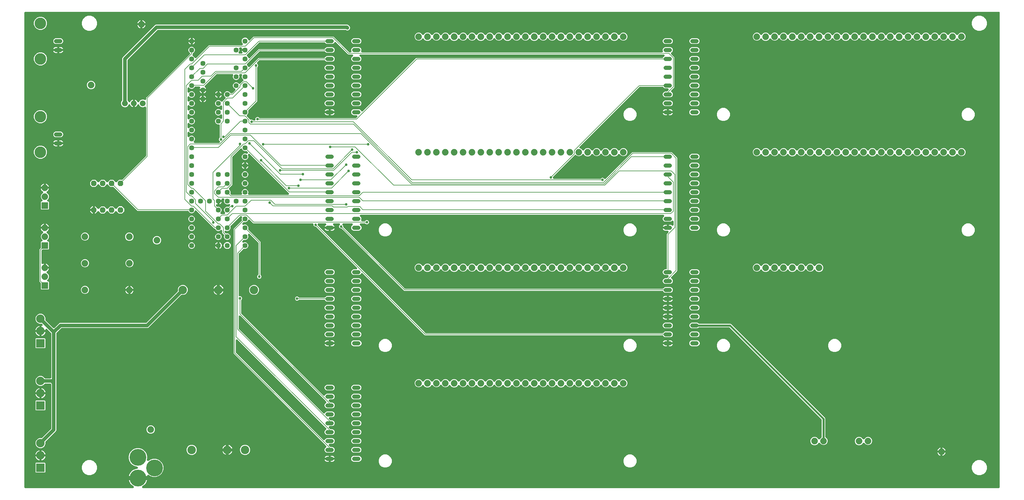
<source format=gbl>
G04 EAGLE Gerber X2 export*
%TF.Part,Single*%
%TF.FileFunction,Other,Bottom Copper*%
%TF.FilePolarity,Positive*%
%TF.GenerationSoftware,Autodesk,EAGLE,9.1.1*%
%TF.CreationDate,2018-10-12T17:39:12Z*%
G75*
%MOMM*%
%FSLAX34Y34*%
%LPD*%
%AMOC8*
5,1,8,0,0,1.08239X$1,22.5*%
G01*
%ADD10P,1.732040X8X202.500000*%
%ADD11C,4.800000*%
%ADD12C,1.219200*%
%ADD13C,1.676400*%
%ADD14C,1.206400*%
%ADD15C,3.300000*%
%ADD16C,2.400000*%
%ADD17R,1.879600X1.879600*%
%ADD18C,1.879600*%
%ADD19R,2.413000X2.413000*%
%ADD20C,2.413000*%
%ADD21C,1.447800*%
%ADD22C,1.168400*%
%ADD23C,0.914400*%
%ADD24C,1.016000*%
%ADD25C,0.203200*%
%ADD26C,0.762000*%
%ADD27C,0.609600*%

G36*
X314735Y5091D02*
X314735Y5091D01*
X314869Y5092D01*
X314981Y5111D01*
X315095Y5121D01*
X315224Y5153D01*
X315355Y5175D01*
X315463Y5212D01*
X315573Y5239D01*
X315696Y5292D01*
X315822Y5335D01*
X315922Y5389D01*
X316027Y5434D01*
X316139Y5505D01*
X316256Y5568D01*
X316347Y5638D01*
X316443Y5699D01*
X316542Y5788D01*
X316648Y5869D01*
X316726Y5952D01*
X316811Y6028D01*
X316894Y6131D01*
X316985Y6228D01*
X317049Y6323D01*
X317121Y6412D01*
X317186Y6527D01*
X317261Y6638D01*
X317308Y6741D01*
X317365Y6840D01*
X317411Y6965D01*
X317466Y7086D01*
X317497Y7196D01*
X317536Y7303D01*
X317562Y7433D01*
X317597Y7562D01*
X317609Y7675D01*
X317631Y7787D01*
X317635Y7920D01*
X317649Y8052D01*
X317643Y8166D01*
X317646Y8280D01*
X317629Y8412D01*
X317621Y8545D01*
X317597Y8656D01*
X317582Y8769D01*
X317543Y8897D01*
X317515Y9026D01*
X317472Y9132D01*
X317439Y9241D01*
X317381Y9361D01*
X317331Y9485D01*
X317273Y9582D01*
X317222Y9685D01*
X317146Y9793D01*
X317077Y9907D01*
X317003Y9994D01*
X316937Y10087D01*
X316844Y10181D01*
X316757Y10283D01*
X316691Y10335D01*
X316590Y10438D01*
X316275Y10668D01*
X316224Y10708D01*
X313818Y12220D01*
X311487Y14079D01*
X309379Y16187D01*
X307520Y18517D01*
X305934Y21042D01*
X304641Y23727D01*
X303656Y26541D01*
X303368Y27805D01*
X326152Y27805D01*
X326228Y27811D01*
X326304Y27809D01*
X326473Y27831D01*
X326644Y27845D01*
X326717Y27863D01*
X326793Y27873D01*
X326957Y27922D01*
X327122Y27963D01*
X327192Y27993D01*
X327265Y28015D01*
X327419Y28091D01*
X327576Y28158D01*
X327640Y28199D01*
X327708Y28232D01*
X327848Y28331D01*
X327992Y28423D01*
X328049Y28474D01*
X328111Y28518D01*
X328232Y28638D01*
X328360Y28752D01*
X328408Y28811D01*
X328462Y28865D01*
X328562Y29003D01*
X328670Y29136D01*
X328707Y29202D01*
X328752Y29263D01*
X328829Y29416D01*
X328914Y29564D01*
X328940Y29636D01*
X328974Y29704D01*
X329026Y29867D01*
X329085Y30027D01*
X329100Y30102D01*
X329123Y30174D01*
X329135Y30279D01*
X329180Y30511D01*
X329187Y30747D01*
X329199Y30852D01*
X329199Y36948D01*
X329193Y37024D01*
X329195Y37100D01*
X329173Y37269D01*
X329159Y37440D01*
X329141Y37514D01*
X329131Y37589D01*
X329082Y37753D01*
X329040Y37918D01*
X329010Y37988D01*
X328988Y38061D01*
X328913Y38215D01*
X328846Y38372D01*
X328805Y38436D01*
X328772Y38505D01*
X328673Y38644D01*
X328581Y38788D01*
X328530Y38845D01*
X328486Y38907D01*
X328366Y39028D01*
X328252Y39156D01*
X328193Y39204D01*
X328139Y39258D01*
X328001Y39358D01*
X327868Y39466D01*
X327802Y39503D01*
X327741Y39548D01*
X327588Y39625D01*
X327440Y39710D01*
X327368Y39736D01*
X327300Y39771D01*
X327137Y39822D01*
X326977Y39881D01*
X326902Y39896D01*
X326830Y39919D01*
X326725Y39931D01*
X326493Y39976D01*
X326257Y39983D01*
X326152Y39995D01*
X303368Y39995D01*
X303656Y41259D01*
X304641Y44073D01*
X305934Y46758D01*
X307520Y49283D01*
X309379Y51613D01*
X311487Y53721D01*
X313817Y55580D01*
X316342Y57166D01*
X319027Y58459D01*
X321841Y59444D01*
X324747Y60107D01*
X326318Y60284D01*
X326393Y60299D01*
X326469Y60305D01*
X326634Y60346D01*
X326802Y60379D01*
X326874Y60405D01*
X326947Y60423D01*
X327104Y60491D01*
X327265Y60550D01*
X327331Y60588D01*
X327401Y60618D01*
X327545Y60710D01*
X327693Y60794D01*
X327753Y60842D01*
X327817Y60883D01*
X327944Y60997D01*
X328077Y61104D01*
X328128Y61161D01*
X328185Y61212D01*
X328292Y61345D01*
X328406Y61472D01*
X328447Y61536D01*
X328495Y61596D01*
X328579Y61744D01*
X328671Y61888D01*
X328701Y61958D01*
X328739Y62024D01*
X328798Y62185D01*
X328865Y62342D01*
X328884Y62415D01*
X328910Y62487D01*
X328943Y62655D01*
X328984Y62820D01*
X328990Y62896D01*
X329005Y62971D01*
X329010Y63141D01*
X329024Y63312D01*
X329018Y63388D01*
X329020Y63464D01*
X328998Y63634D01*
X328984Y63804D01*
X328966Y63878D01*
X328956Y63953D01*
X328906Y64117D01*
X328865Y64283D01*
X328835Y64353D01*
X328813Y64426D01*
X328738Y64579D01*
X328671Y64736D01*
X328630Y64800D01*
X328596Y64869D01*
X328498Y65008D01*
X328406Y65152D01*
X328355Y65209D01*
X328311Y65271D01*
X328191Y65393D01*
X328077Y65520D01*
X328018Y65568D01*
X327964Y65622D01*
X327826Y65722D01*
X327693Y65830D01*
X327627Y65868D01*
X327566Y65912D01*
X327413Y65989D01*
X327264Y66074D01*
X327193Y66100D01*
X327125Y66135D01*
X326962Y66186D01*
X326802Y66245D01*
X326727Y66260D01*
X326655Y66283D01*
X326550Y66295D01*
X326318Y66340D01*
X326147Y66340D01*
X325977Y66359D01*
X325706Y66359D01*
X318956Y68168D01*
X312904Y71662D01*
X307962Y76604D01*
X304468Y82656D01*
X302659Y89406D01*
X302659Y96394D01*
X304468Y103144D01*
X307962Y109196D01*
X312904Y114138D01*
X318956Y117632D01*
X325706Y119441D01*
X332694Y119441D01*
X339444Y117632D01*
X345496Y114138D01*
X350438Y109196D01*
X353932Y103144D01*
X355741Y96394D01*
X355741Y89406D01*
X354969Y86527D01*
X354935Y86340D01*
X354894Y86155D01*
X354891Y86097D01*
X354881Y86041D01*
X354877Y85852D01*
X354866Y85662D01*
X354872Y85605D01*
X354871Y85548D01*
X354899Y85360D01*
X354919Y85171D01*
X354934Y85116D01*
X354942Y85060D01*
X354999Y84879D01*
X355049Y84696D01*
X355073Y84644D01*
X355090Y84589D01*
X355176Y84420D01*
X355255Y84247D01*
X355287Y84200D01*
X355313Y84149D01*
X355424Y83996D01*
X355530Y83838D01*
X355569Y83796D01*
X355603Y83750D01*
X355738Y83617D01*
X355868Y83478D01*
X355913Y83444D01*
X355954Y83404D01*
X356109Y83294D01*
X356260Y83178D01*
X356310Y83151D01*
X356356Y83118D01*
X356527Y83035D01*
X356694Y82945D01*
X356748Y82926D01*
X356800Y82901D01*
X356981Y82847D01*
X357161Y82785D01*
X357217Y82775D01*
X357272Y82759D01*
X357460Y82734D01*
X357647Y82702D01*
X357705Y82702D01*
X357761Y82695D01*
X357950Y82700D01*
X358141Y82699D01*
X358197Y82708D01*
X358254Y82710D01*
X358440Y82746D01*
X358628Y82776D01*
X358682Y82794D01*
X358738Y82805D01*
X358916Y82871D01*
X359097Y82930D01*
X359147Y82957D01*
X359201Y82976D01*
X359365Y83070D01*
X359534Y83158D01*
X359570Y83187D01*
X359629Y83220D01*
X360013Y83530D01*
X360043Y83564D01*
X360067Y83583D01*
X360215Y83731D01*
X366152Y87159D01*
X372773Y88933D01*
X379627Y88933D01*
X386248Y87159D01*
X392185Y83731D01*
X397031Y78885D01*
X400459Y72948D01*
X402233Y66327D01*
X402233Y59473D01*
X400459Y52852D01*
X397031Y46915D01*
X392185Y42069D01*
X386248Y38641D01*
X379627Y36867D01*
X372773Y36867D01*
X366152Y38641D01*
X360177Y42091D01*
X360169Y42099D01*
X360076Y42165D01*
X359989Y42238D01*
X359875Y42307D01*
X359767Y42384D01*
X359664Y42434D01*
X359567Y42493D01*
X359443Y42543D01*
X359324Y42601D01*
X359214Y42634D01*
X359109Y42676D01*
X358979Y42705D01*
X358851Y42743D01*
X358738Y42758D01*
X358627Y42783D01*
X358494Y42790D01*
X358362Y42808D01*
X358248Y42804D01*
X358134Y42811D01*
X358002Y42796D01*
X357869Y42792D01*
X357757Y42770D01*
X357644Y42758D01*
X357515Y42723D01*
X357385Y42698D01*
X357278Y42658D01*
X357168Y42628D01*
X357047Y42572D01*
X356922Y42526D01*
X356823Y42470D01*
X356720Y42422D01*
X356609Y42348D01*
X356494Y42282D01*
X356405Y42210D01*
X356310Y42147D01*
X356213Y42055D01*
X356110Y41972D01*
X356034Y41887D01*
X355951Y41809D01*
X355870Y41703D01*
X355781Y41604D01*
X355720Y41508D01*
X355651Y41417D01*
X355588Y41300D01*
X355516Y41188D01*
X355471Y41083D01*
X355417Y40983D01*
X355374Y40857D01*
X355322Y40734D01*
X355294Y40624D01*
X355257Y40516D01*
X355235Y40385D01*
X355203Y40256D01*
X355194Y40142D01*
X355175Y40030D01*
X355174Y39995D01*
X332248Y39995D01*
X332172Y39989D01*
X332096Y39991D01*
X331927Y39969D01*
X331756Y39955D01*
X331683Y39937D01*
X331607Y39927D01*
X331443Y39878D01*
X331278Y39837D01*
X331208Y39807D01*
X331135Y39784D01*
X330981Y39709D01*
X330824Y39642D01*
X330760Y39601D01*
X330692Y39568D01*
X330552Y39469D01*
X330408Y39377D01*
X330351Y39326D01*
X330289Y39282D01*
X330168Y39162D01*
X330040Y39048D01*
X329992Y38989D01*
X329938Y38935D01*
X329838Y38797D01*
X329730Y38664D01*
X329693Y38598D01*
X329648Y38537D01*
X329571Y38384D01*
X329486Y38236D01*
X329460Y38164D01*
X329426Y38096D01*
X329374Y37933D01*
X329315Y37773D01*
X329300Y37698D01*
X329277Y37626D01*
X329265Y37521D01*
X329220Y37289D01*
X329213Y37053D01*
X329201Y36948D01*
X329201Y30852D01*
X329207Y30776D01*
X329205Y30700D01*
X329227Y30531D01*
X329241Y30360D01*
X329259Y30286D01*
X329269Y30211D01*
X329318Y30047D01*
X329360Y29881D01*
X329390Y29812D01*
X329412Y29739D01*
X329487Y29585D01*
X329554Y29428D01*
X329595Y29364D01*
X329628Y29295D01*
X329727Y29156D01*
X329819Y29012D01*
X329870Y28955D01*
X329914Y28893D01*
X330034Y28772D01*
X330148Y28644D01*
X330207Y28596D01*
X330261Y28542D01*
X330399Y28441D01*
X330532Y28334D01*
X330598Y28297D01*
X330659Y28252D01*
X330812Y28175D01*
X330960Y28090D01*
X331032Y28064D01*
X331100Y28029D01*
X331263Y27978D01*
X331423Y27919D01*
X331498Y27904D01*
X331570Y27881D01*
X331675Y27869D01*
X331907Y27824D01*
X332143Y27817D01*
X332248Y27805D01*
X355032Y27805D01*
X354744Y26541D01*
X353759Y23727D01*
X352466Y21042D01*
X350880Y18517D01*
X349021Y16187D01*
X346913Y14079D01*
X344582Y12220D01*
X342176Y10708D01*
X342069Y10629D01*
X341957Y10557D01*
X341872Y10481D01*
X341781Y10413D01*
X341689Y10317D01*
X341589Y10228D01*
X341518Y10140D01*
X341439Y10057D01*
X341363Y9948D01*
X341279Y9844D01*
X341223Y9745D01*
X341158Y9652D01*
X341101Y9531D01*
X341035Y9416D01*
X340996Y9309D01*
X340947Y9206D01*
X340910Y9078D01*
X340864Y8953D01*
X340842Y8841D01*
X340810Y8732D01*
X340795Y8599D01*
X340769Y8469D01*
X340766Y8355D01*
X340752Y8242D01*
X340758Y8109D01*
X340754Y7976D01*
X340769Y7863D01*
X340774Y7749D01*
X340801Y7619D01*
X340818Y7487D01*
X340851Y7378D01*
X340874Y7266D01*
X340922Y7142D01*
X340961Y7014D01*
X341011Y6912D01*
X341052Y6806D01*
X341119Y6691D01*
X341178Y6571D01*
X341243Y6478D01*
X341301Y6380D01*
X341386Y6278D01*
X341463Y6169D01*
X341543Y6088D01*
X341616Y6000D01*
X341716Y5913D01*
X341810Y5818D01*
X341902Y5751D01*
X341988Y5676D01*
X342101Y5606D01*
X342208Y5528D01*
X342310Y5476D01*
X342407Y5416D01*
X342530Y5365D01*
X342649Y5305D01*
X342758Y5271D01*
X342863Y5227D01*
X342992Y5197D01*
X343119Y5157D01*
X343203Y5148D01*
X343343Y5115D01*
X343732Y5088D01*
X343797Y5081D01*
X2785872Y5081D01*
X2785948Y5087D01*
X2786024Y5085D01*
X2786193Y5107D01*
X2786364Y5121D01*
X2786438Y5139D01*
X2786513Y5149D01*
X2786677Y5198D01*
X2786843Y5239D01*
X2786912Y5269D01*
X2786986Y5291D01*
X2787139Y5367D01*
X2787296Y5434D01*
X2787360Y5475D01*
X2787429Y5508D01*
X2787568Y5607D01*
X2787712Y5699D01*
X2787769Y5750D01*
X2787831Y5794D01*
X2787952Y5914D01*
X2788080Y6028D01*
X2788128Y6087D01*
X2788182Y6141D01*
X2788283Y6279D01*
X2788390Y6412D01*
X2788427Y6478D01*
X2788472Y6539D01*
X2788549Y6692D01*
X2788634Y6840D01*
X2788660Y6912D01*
X2788695Y6980D01*
X2788746Y7143D01*
X2788805Y7303D01*
X2788820Y7378D01*
X2788843Y7450D01*
X2788855Y7555D01*
X2788900Y7787D01*
X2788907Y8023D01*
X2788919Y8128D01*
X2788919Y1363472D01*
X2788913Y1363548D01*
X2788915Y1363624D01*
X2788893Y1363793D01*
X2788879Y1363964D01*
X2788861Y1364038D01*
X2788851Y1364113D01*
X2788802Y1364277D01*
X2788761Y1364443D01*
X2788731Y1364512D01*
X2788709Y1364586D01*
X2788633Y1364739D01*
X2788566Y1364896D01*
X2788525Y1364960D01*
X2788492Y1365029D01*
X2788393Y1365168D01*
X2788301Y1365312D01*
X2788250Y1365369D01*
X2788206Y1365431D01*
X2788086Y1365552D01*
X2787972Y1365680D01*
X2787913Y1365728D01*
X2787859Y1365782D01*
X2787721Y1365883D01*
X2787588Y1365990D01*
X2787522Y1366027D01*
X2787461Y1366072D01*
X2787308Y1366149D01*
X2787160Y1366234D01*
X2787088Y1366260D01*
X2787020Y1366295D01*
X2786857Y1366346D01*
X2786697Y1366405D01*
X2786622Y1366420D01*
X2786550Y1366443D01*
X2786445Y1366455D01*
X2786213Y1366500D01*
X2785977Y1366507D01*
X2785872Y1366519D01*
X8128Y1366519D01*
X8052Y1366513D01*
X7976Y1366515D01*
X7807Y1366493D01*
X7636Y1366479D01*
X7562Y1366461D01*
X7487Y1366451D01*
X7323Y1366402D01*
X7157Y1366361D01*
X7088Y1366331D01*
X7014Y1366309D01*
X6861Y1366233D01*
X6704Y1366166D01*
X6640Y1366125D01*
X6571Y1366092D01*
X6432Y1365993D01*
X6288Y1365901D01*
X6231Y1365850D01*
X6169Y1365806D01*
X6048Y1365686D01*
X5920Y1365572D01*
X5872Y1365513D01*
X5818Y1365459D01*
X5717Y1365321D01*
X5610Y1365188D01*
X5573Y1365122D01*
X5528Y1365061D01*
X5451Y1364908D01*
X5366Y1364760D01*
X5340Y1364688D01*
X5305Y1364620D01*
X5254Y1364457D01*
X5195Y1364297D01*
X5180Y1364222D01*
X5157Y1364150D01*
X5145Y1364045D01*
X5100Y1363813D01*
X5093Y1363577D01*
X5081Y1363472D01*
X5081Y8128D01*
X5087Y8052D01*
X5085Y7976D01*
X5107Y7807D01*
X5121Y7636D01*
X5139Y7562D01*
X5149Y7487D01*
X5198Y7323D01*
X5239Y7157D01*
X5269Y7088D01*
X5291Y7014D01*
X5367Y6861D01*
X5434Y6704D01*
X5475Y6640D01*
X5508Y6571D01*
X5607Y6432D01*
X5699Y6288D01*
X5750Y6231D01*
X5794Y6169D01*
X5914Y6048D01*
X6028Y5920D01*
X6087Y5872D01*
X6141Y5818D01*
X6279Y5717D01*
X6412Y5610D01*
X6478Y5573D01*
X6539Y5528D01*
X6692Y5451D01*
X6840Y5366D01*
X6912Y5340D01*
X6980Y5305D01*
X7143Y5254D01*
X7303Y5195D01*
X7378Y5180D01*
X7450Y5157D01*
X7555Y5145D01*
X7787Y5100D01*
X8023Y5093D01*
X8128Y5081D01*
X314603Y5081D01*
X314735Y5091D01*
G37*
%LPC*%
G36*
X868587Y106171D02*
X868587Y106171D01*
X865599Y107409D01*
X863313Y109695D01*
X862075Y112683D01*
X862075Y115917D01*
X863313Y118905D01*
X865637Y121228D01*
X865666Y121242D01*
X865721Y121279D01*
X865780Y121309D01*
X865926Y121417D01*
X866075Y121517D01*
X866124Y121563D01*
X866177Y121602D01*
X866303Y121731D01*
X866435Y121855D01*
X866475Y121908D01*
X866522Y121955D01*
X866625Y122103D01*
X866735Y122247D01*
X866767Y122305D01*
X866805Y122359D01*
X866883Y122522D01*
X866968Y122681D01*
X866990Y122744D01*
X867019Y122804D01*
X867070Y122977D01*
X867128Y123148D01*
X867140Y123213D01*
X867158Y123277D01*
X867181Y123456D01*
X867211Y123634D01*
X867211Y123701D01*
X867220Y123767D01*
X867213Y123947D01*
X867214Y124128D01*
X867204Y124193D01*
X867201Y124260D01*
X867166Y124436D01*
X867137Y124615D01*
X867117Y124678D01*
X867104Y124743D01*
X867040Y124912D01*
X866983Y125084D01*
X866953Y125142D01*
X866929Y125205D01*
X866839Y125361D01*
X866755Y125521D01*
X866723Y125562D01*
X866682Y125632D01*
X866540Y125806D01*
X866486Y125882D01*
X866438Y125931D01*
X866370Y126014D01*
X866345Y126036D01*
X866330Y126054D01*
X604238Y388147D01*
X602951Y389433D01*
X602487Y390554D01*
X602487Y745334D01*
X602951Y746455D01*
X625350Y768853D01*
X625491Y769020D01*
X625636Y769184D01*
X625651Y769208D01*
X625669Y769229D01*
X625782Y769417D01*
X625898Y769601D01*
X625909Y769628D01*
X625924Y769652D01*
X626005Y769855D01*
X626090Y770056D01*
X626097Y770084D01*
X626107Y770110D01*
X626154Y770323D01*
X626206Y770536D01*
X626208Y770564D01*
X626214Y770592D01*
X626226Y770810D01*
X626242Y771028D01*
X626240Y771056D01*
X626242Y771084D01*
X626218Y771302D01*
X626199Y771519D01*
X626193Y771541D01*
X626189Y771575D01*
X626059Y772051D01*
X626025Y772124D01*
X626011Y772174D01*
X625728Y772856D01*
X625728Y776544D01*
X626375Y778106D01*
X626430Y778278D01*
X626493Y778447D01*
X626506Y778512D01*
X626526Y778575D01*
X626553Y778754D01*
X626588Y778931D01*
X626590Y778997D01*
X626600Y779063D01*
X626598Y779244D01*
X626603Y779424D01*
X626595Y779490D01*
X626594Y779557D01*
X626562Y779734D01*
X626539Y779913D01*
X626520Y779977D01*
X626508Y780042D01*
X626449Y780212D01*
X626396Y780386D01*
X626367Y780445D01*
X626345Y780508D01*
X626259Y780667D01*
X626179Y780829D01*
X626141Y780883D01*
X626109Y780941D01*
X625998Y781084D01*
X625894Y781231D01*
X625847Y781278D01*
X625806Y781331D01*
X625674Y781454D01*
X625547Y781582D01*
X625494Y781621D01*
X625445Y781666D01*
X625294Y781766D01*
X625149Y781872D01*
X625089Y781902D01*
X625034Y781939D01*
X624869Y782013D01*
X624708Y782095D01*
X624645Y782115D01*
X624584Y782142D01*
X624410Y782189D01*
X624238Y782243D01*
X624185Y782249D01*
X624107Y782270D01*
X623617Y782319D01*
X623583Y782317D01*
X623560Y782319D01*
X622285Y782319D01*
X622171Y782310D01*
X622057Y782311D01*
X621926Y782290D01*
X621793Y782279D01*
X621683Y782252D01*
X621570Y782234D01*
X621443Y782193D01*
X621315Y782161D01*
X621210Y782116D01*
X621101Y782080D01*
X620983Y782018D01*
X620861Y781966D01*
X620765Y781905D01*
X620664Y781852D01*
X620590Y781793D01*
X620445Y781701D01*
X620203Y781485D01*
X620130Y781427D01*
X593850Y755146D01*
X593709Y754981D01*
X593564Y754816D01*
X593549Y754792D01*
X593531Y754771D01*
X593418Y754583D01*
X593302Y754399D01*
X593291Y754373D01*
X593276Y754348D01*
X593195Y754145D01*
X593110Y753944D01*
X593103Y753916D01*
X593093Y753890D01*
X593046Y753677D01*
X592994Y753464D01*
X592992Y753436D01*
X592986Y753408D01*
X592974Y753189D01*
X592958Y752972D01*
X592960Y752944D01*
X592958Y752916D01*
X592982Y752698D01*
X593001Y752481D01*
X593007Y752458D01*
X593011Y752425D01*
X593141Y751949D01*
X593175Y751876D01*
X593190Y751826D01*
X593472Y751144D01*
X593472Y747456D01*
X592060Y744048D01*
X589452Y741440D01*
X586044Y740028D01*
X582356Y740028D01*
X580352Y740858D01*
X580217Y740902D01*
X580084Y740955D01*
X579982Y740977D01*
X579883Y741009D01*
X579742Y741031D01*
X579603Y741061D01*
X579498Y741067D01*
X579395Y741083D01*
X579253Y741081D01*
X579110Y741089D01*
X579006Y741078D01*
X578902Y741077D01*
X578761Y741052D01*
X578620Y741037D01*
X578519Y741009D01*
X578416Y740991D01*
X578281Y740944D01*
X578144Y740906D01*
X578049Y740863D01*
X577950Y740828D01*
X577825Y740760D01*
X577695Y740701D01*
X577609Y740642D01*
X577517Y740592D01*
X577404Y740505D01*
X577286Y740425D01*
X577210Y740354D01*
X577127Y740289D01*
X577030Y740185D01*
X576927Y740087D01*
X576863Y740004D01*
X576792Y739928D01*
X576713Y739809D01*
X576626Y739696D01*
X576577Y739604D01*
X576519Y739517D01*
X576461Y739387D01*
X576393Y739261D01*
X576359Y739162D01*
X576316Y739067D01*
X576279Y738929D01*
X576233Y738795D01*
X576216Y738691D01*
X576189Y738590D01*
X576174Y738449D01*
X576151Y738308D01*
X576150Y738203D01*
X576139Y738100D01*
X576148Y737957D01*
X576147Y737815D01*
X576164Y737712D01*
X576170Y737607D01*
X576202Y737468D01*
X576224Y737327D01*
X576257Y737228D01*
X576280Y737126D01*
X576334Y736994D01*
X576378Y736859D01*
X576427Y736766D01*
X576466Y736669D01*
X576540Y736548D01*
X576606Y736421D01*
X576655Y736360D01*
X576723Y736248D01*
X577006Y735920D01*
X577031Y735888D01*
X579072Y733848D01*
X579238Y733706D01*
X579402Y733562D01*
X579426Y733547D01*
X579448Y733528D01*
X579635Y733415D01*
X579820Y733299D01*
X579846Y733288D01*
X579870Y733274D01*
X580073Y733193D01*
X580275Y733108D01*
X580302Y733101D01*
X580328Y733090D01*
X580542Y733043D01*
X580754Y732992D01*
X580782Y732990D01*
X580810Y732984D01*
X581029Y732971D01*
X581246Y732955D01*
X581274Y732958D01*
X581303Y732956D01*
X581520Y732979D01*
X581738Y732998D01*
X581760Y733005D01*
X581793Y733008D01*
X582269Y733139D01*
X582340Y733172D01*
X586044Y733172D01*
X589452Y731760D01*
X592060Y729152D01*
X593472Y725744D01*
X593472Y722056D01*
X592060Y718648D01*
X589452Y716040D01*
X586044Y714628D01*
X582356Y714628D01*
X578948Y716040D01*
X576340Y718648D01*
X574928Y722056D01*
X574928Y725744D01*
X575210Y726426D01*
X575277Y726633D01*
X575348Y726840D01*
X575353Y726868D01*
X575362Y726895D01*
X575394Y727110D01*
X575431Y727326D01*
X575431Y727355D01*
X575435Y727383D01*
X575433Y727601D01*
X575434Y727820D01*
X575429Y727848D01*
X575429Y727876D01*
X575391Y728091D01*
X575357Y728307D01*
X575348Y728334D01*
X575343Y728362D01*
X575271Y728568D01*
X575203Y728776D01*
X575190Y728801D01*
X575181Y728828D01*
X575076Y729019D01*
X574975Y729213D01*
X574961Y729232D01*
X574945Y729261D01*
X574642Y729651D01*
X574583Y729705D01*
X574550Y729746D01*
X571494Y732803D01*
X571385Y732895D01*
X571283Y732995D01*
X571197Y733055D01*
X571118Y733122D01*
X570996Y733196D01*
X570879Y733278D01*
X570784Y733323D01*
X570695Y733377D01*
X570613Y733410D01*
X570587Y733488D01*
X570576Y733527D01*
X569975Y734978D01*
X569975Y740006D01*
X569972Y740044D01*
X569974Y740082D01*
X569952Y740290D01*
X569935Y740498D01*
X569926Y740535D01*
X569922Y740573D01*
X569867Y740774D01*
X569817Y740977D01*
X569802Y741012D01*
X569791Y741049D01*
X569705Y741238D01*
X569622Y741430D01*
X569602Y741462D01*
X569586Y741497D01*
X569469Y741671D01*
X569357Y741846D01*
X569332Y741875D01*
X569310Y741906D01*
X569167Y742059D01*
X569028Y742214D01*
X568999Y742238D01*
X568972Y742266D01*
X568807Y742393D01*
X568644Y742524D01*
X568611Y742543D01*
X568581Y742566D01*
X568397Y742665D01*
X568216Y742768D01*
X568180Y742781D01*
X568146Y742799D01*
X567949Y742867D01*
X567753Y742940D01*
X567716Y742947D01*
X567680Y742959D01*
X567473Y742994D01*
X567269Y743034D01*
X567231Y743036D01*
X567193Y743042D01*
X566984Y743043D01*
X566776Y743050D01*
X566738Y743045D01*
X566700Y743045D01*
X566493Y743013D01*
X566287Y742985D01*
X566250Y742974D01*
X566213Y742968D01*
X566015Y742903D01*
X565815Y742843D01*
X565780Y742826D01*
X565744Y742814D01*
X565559Y742718D01*
X565371Y742626D01*
X565340Y742604D01*
X565306Y742586D01*
X565234Y742528D01*
X564969Y742341D01*
X564847Y742220D01*
X564773Y742161D01*
X564052Y741440D01*
X560644Y740028D01*
X556956Y740028D01*
X553548Y741440D01*
X550940Y744048D01*
X550596Y744878D01*
X550496Y745073D01*
X550400Y745269D01*
X550384Y745292D01*
X550371Y745317D01*
X550241Y745493D01*
X550115Y745671D01*
X550095Y745691D01*
X550078Y745714D01*
X549921Y745867D01*
X549768Y746022D01*
X549745Y746039D01*
X549725Y746059D01*
X549545Y746184D01*
X549369Y746312D01*
X549344Y746325D01*
X549321Y746341D01*
X549124Y746436D01*
X548929Y746535D01*
X548902Y746543D01*
X548876Y746556D01*
X548667Y746617D01*
X548458Y746683D01*
X548435Y746686D01*
X548403Y746695D01*
X548096Y746734D01*
X546913Y747223D01*
X545627Y748510D01*
X496271Y797866D01*
X496133Y797982D01*
X496001Y798105D01*
X495945Y798142D01*
X495895Y798185D01*
X495740Y798278D01*
X495590Y798378D01*
X495529Y798405D01*
X495472Y798440D01*
X495305Y798507D01*
X495140Y798581D01*
X495076Y798598D01*
X495014Y798623D01*
X494838Y798662D01*
X494664Y798709D01*
X494597Y798715D01*
X494532Y798730D01*
X494352Y798740D01*
X494173Y798758D01*
X494106Y798754D01*
X494040Y798757D01*
X493860Y798738D01*
X493680Y798727D01*
X493615Y798712D01*
X493549Y798705D01*
X493375Y798657D01*
X493199Y798617D01*
X493138Y798592D01*
X493074Y798574D01*
X492909Y798499D01*
X492742Y798431D01*
X492686Y798397D01*
X492625Y798369D01*
X492475Y798268D01*
X492322Y798174D01*
X492271Y798130D01*
X492216Y798093D01*
X492085Y797970D01*
X491948Y797852D01*
X491905Y797801D01*
X491856Y797756D01*
X491747Y797612D01*
X491631Y797474D01*
X491605Y797428D01*
X491556Y797364D01*
X491323Y796929D01*
X491312Y796898D01*
X491301Y796877D01*
X490460Y794848D01*
X487852Y792240D01*
X484444Y790828D01*
X480756Y790828D01*
X477348Y792240D01*
X474740Y794848D01*
X474396Y795678D01*
X474296Y795873D01*
X474200Y796069D01*
X474184Y796092D01*
X474171Y796117D01*
X474041Y796293D01*
X473915Y796471D01*
X473895Y796491D01*
X473878Y796514D01*
X473721Y796667D01*
X473568Y796822D01*
X473545Y796839D01*
X473525Y796859D01*
X473345Y796984D01*
X473169Y797112D01*
X473144Y797125D01*
X473121Y797141D01*
X472924Y797236D01*
X472729Y797335D01*
X472702Y797343D01*
X472676Y797356D01*
X472467Y797417D01*
X472258Y797483D01*
X472235Y797486D01*
X472203Y797495D01*
X471713Y797556D01*
X471633Y797553D01*
X471581Y797559D01*
X328578Y797559D01*
X327457Y798023D01*
X260107Y865374D01*
X260020Y865448D01*
X259939Y865529D01*
X259832Y865607D01*
X259731Y865693D01*
X259633Y865752D01*
X259541Y865819D01*
X259422Y865879D01*
X259308Y865948D01*
X259202Y865990D01*
X259100Y866042D01*
X258973Y866082D01*
X258850Y866131D01*
X258739Y866156D01*
X258630Y866190D01*
X258536Y866200D01*
X258368Y866238D01*
X258044Y866256D01*
X257952Y866266D01*
X249844Y866266D01*
X243455Y872655D01*
X243397Y872705D01*
X243345Y872760D01*
X243314Y872784D01*
X243288Y872810D01*
X243183Y872887D01*
X243079Y872975D01*
X243013Y873014D01*
X242953Y873061D01*
X242918Y873079D01*
X242890Y873100D01*
X242775Y873158D01*
X242656Y873229D01*
X242586Y873258D01*
X242518Y873294D01*
X242479Y873307D01*
X242449Y873322D01*
X242329Y873360D01*
X242198Y873413D01*
X242124Y873429D01*
X242052Y873454D01*
X242010Y873461D01*
X241979Y873471D01*
X241900Y873479D01*
X241883Y873482D01*
X241717Y873519D01*
X241640Y873524D01*
X241565Y873536D01*
X241394Y873537D01*
X241377Y873538D01*
X241301Y873547D01*
X241299Y873547D01*
X241269Y873545D01*
X241224Y873547D01*
X241148Y873539D01*
X241072Y873539D01*
X240929Y873517D01*
X240807Y873507D01*
X240776Y873499D01*
X240733Y873495D01*
X240660Y873475D01*
X240585Y873463D01*
X240449Y873418D01*
X240329Y873388D01*
X240298Y873375D01*
X240258Y873364D01*
X240188Y873332D01*
X240116Y873309D01*
X239992Y873244D01*
X239875Y873194D01*
X239846Y873175D01*
X239809Y873158D01*
X239746Y873116D01*
X239678Y873081D01*
X239603Y873020D01*
X239459Y872929D01*
X239432Y872905D01*
X239400Y872883D01*
X239245Y872738D01*
X239219Y872714D01*
X239145Y872655D01*
X232756Y866266D01*
X224444Y866266D01*
X218055Y872655D01*
X217997Y872705D01*
X217945Y872760D01*
X217914Y872784D01*
X217888Y872810D01*
X217783Y872887D01*
X217679Y872975D01*
X217613Y873014D01*
X217553Y873061D01*
X217518Y873079D01*
X217490Y873100D01*
X217375Y873158D01*
X217256Y873229D01*
X217186Y873258D01*
X217118Y873294D01*
X217079Y873307D01*
X217049Y873322D01*
X216929Y873360D01*
X216798Y873413D01*
X216724Y873429D01*
X216652Y873454D01*
X216610Y873461D01*
X216579Y873471D01*
X216500Y873479D01*
X216483Y873482D01*
X216317Y873519D01*
X216240Y873524D01*
X216165Y873536D01*
X215994Y873537D01*
X215977Y873538D01*
X215901Y873547D01*
X215899Y873547D01*
X215869Y873545D01*
X215824Y873547D01*
X215748Y873539D01*
X215672Y873539D01*
X215529Y873517D01*
X215407Y873507D01*
X215376Y873499D01*
X215333Y873495D01*
X215260Y873475D01*
X215185Y873463D01*
X215049Y873418D01*
X214929Y873388D01*
X214898Y873375D01*
X214858Y873364D01*
X214788Y873332D01*
X214716Y873309D01*
X214592Y873244D01*
X214475Y873194D01*
X214446Y873175D01*
X214409Y873158D01*
X214346Y873116D01*
X214278Y873081D01*
X214203Y873020D01*
X214059Y872929D01*
X214032Y872905D01*
X214000Y872883D01*
X213845Y872738D01*
X213819Y872714D01*
X213745Y872655D01*
X207356Y866266D01*
X199044Y866266D01*
X193166Y872144D01*
X193166Y880456D01*
X199044Y886334D01*
X207356Y886334D01*
X213745Y879945D01*
X213803Y879895D01*
X213856Y879840D01*
X213991Y879736D01*
X214121Y879625D01*
X214187Y879586D01*
X214247Y879539D01*
X214397Y879459D01*
X214544Y879370D01*
X214615Y879342D01*
X214682Y879306D01*
X214843Y879251D01*
X215002Y879187D01*
X215076Y879171D01*
X215148Y879146D01*
X215317Y879118D01*
X215484Y879081D01*
X215560Y879076D01*
X215635Y879064D01*
X215806Y879063D01*
X215976Y879053D01*
X216052Y879061D01*
X216128Y879061D01*
X216297Y879087D01*
X216467Y879105D01*
X216540Y879125D01*
X216615Y879137D01*
X216778Y879191D01*
X216942Y879236D01*
X217012Y879268D01*
X217084Y879291D01*
X217235Y879370D01*
X217391Y879442D01*
X217454Y879484D01*
X217522Y879519D01*
X217604Y879585D01*
X217800Y879717D01*
X217972Y879879D01*
X218055Y879945D01*
X224444Y886334D01*
X232756Y886334D01*
X239145Y879945D01*
X239203Y879895D01*
X239256Y879840D01*
X239391Y879736D01*
X239521Y879625D01*
X239587Y879586D01*
X239647Y879539D01*
X239797Y879459D01*
X239944Y879370D01*
X240015Y879342D01*
X240082Y879306D01*
X240243Y879251D01*
X240402Y879187D01*
X240476Y879171D01*
X240548Y879146D01*
X240717Y879118D01*
X240884Y879081D01*
X240960Y879076D01*
X241035Y879064D01*
X241206Y879063D01*
X241376Y879053D01*
X241452Y879061D01*
X241528Y879061D01*
X241697Y879087D01*
X241867Y879105D01*
X241940Y879125D01*
X242015Y879137D01*
X242178Y879191D01*
X242342Y879236D01*
X242412Y879268D01*
X242484Y879291D01*
X242635Y879370D01*
X242791Y879442D01*
X242854Y879484D01*
X242922Y879519D01*
X243004Y879585D01*
X243200Y879717D01*
X243372Y879879D01*
X243455Y879945D01*
X249844Y886334D01*
X258156Y886334D01*
X264545Y879945D01*
X264603Y879895D01*
X264656Y879840D01*
X264791Y879736D01*
X264921Y879625D01*
X264987Y879586D01*
X265047Y879539D01*
X265197Y879459D01*
X265344Y879370D01*
X265415Y879342D01*
X265482Y879306D01*
X265643Y879251D01*
X265802Y879187D01*
X265876Y879171D01*
X265948Y879146D01*
X266117Y879118D01*
X266284Y879081D01*
X266360Y879076D01*
X266435Y879064D01*
X266606Y879063D01*
X266776Y879053D01*
X266852Y879061D01*
X266928Y879061D01*
X267097Y879087D01*
X267267Y879105D01*
X267340Y879125D01*
X267415Y879137D01*
X267578Y879191D01*
X267742Y879236D01*
X267812Y879268D01*
X267884Y879291D01*
X268035Y879370D01*
X268191Y879442D01*
X268254Y879484D01*
X268322Y879519D01*
X268404Y879585D01*
X268600Y879717D01*
X268772Y879879D01*
X268855Y879945D01*
X275244Y886334D01*
X283352Y886334D01*
X283466Y886343D01*
X283580Y886342D01*
X283711Y886363D01*
X283844Y886374D01*
X283954Y886401D01*
X284067Y886419D01*
X284194Y886460D01*
X284323Y886492D01*
X284427Y886537D01*
X284536Y886573D01*
X284654Y886635D01*
X284776Y886687D01*
X284872Y886748D01*
X284974Y886801D01*
X285047Y886860D01*
X285192Y886952D01*
X285434Y887168D01*
X285507Y887226D01*
X351659Y953378D01*
X351733Y953465D01*
X351814Y953546D01*
X351892Y953653D01*
X351978Y953754D01*
X352037Y953852D01*
X352104Y953944D01*
X352164Y954063D01*
X352233Y954177D01*
X352275Y954283D01*
X352327Y954385D01*
X352367Y954512D01*
X352416Y954635D01*
X352441Y954746D01*
X352475Y954855D01*
X352485Y954949D01*
X352523Y955117D01*
X352541Y955441D01*
X352551Y955533D01*
X352551Y1092514D01*
X352537Y1092695D01*
X352530Y1092875D01*
X352517Y1092940D01*
X352511Y1093006D01*
X352468Y1093181D01*
X352432Y1093358D01*
X352409Y1093420D01*
X352393Y1093485D01*
X352321Y1093651D01*
X352258Y1093820D01*
X352224Y1093877D01*
X352198Y1093938D01*
X352101Y1094091D01*
X352011Y1094247D01*
X351969Y1094299D01*
X351933Y1094354D01*
X351813Y1094489D01*
X351698Y1094629D01*
X351649Y1094673D01*
X351604Y1094722D01*
X351464Y1094836D01*
X351329Y1094955D01*
X351272Y1094991D01*
X351220Y1095032D01*
X351064Y1095121D01*
X350911Y1095218D01*
X350850Y1095243D01*
X350792Y1095276D01*
X350622Y1095339D01*
X350456Y1095409D01*
X350392Y1095425D01*
X350329Y1095448D01*
X350152Y1095483D01*
X349977Y1095525D01*
X349910Y1095530D01*
X349845Y1095543D01*
X349665Y1095548D01*
X349485Y1095562D01*
X349418Y1095556D01*
X349352Y1095558D01*
X349173Y1095534D01*
X348993Y1095519D01*
X348943Y1095504D01*
X348863Y1095494D01*
X348391Y1095351D01*
X348360Y1095336D01*
X348338Y1095330D01*
X345073Y1093977D01*
X340727Y1093977D01*
X336713Y1095640D01*
X333640Y1098713D01*
X333016Y1100220D01*
X332940Y1100367D01*
X332873Y1100519D01*
X332840Y1100568D01*
X332825Y1100600D01*
X332812Y1100618D01*
X332791Y1100659D01*
X332693Y1100792D01*
X332602Y1100931D01*
X332551Y1100985D01*
X332539Y1101002D01*
X332533Y1101009D01*
X332498Y1101056D01*
X332379Y1101172D01*
X332267Y1101293D01*
X332203Y1101344D01*
X332144Y1101401D01*
X332009Y1101496D01*
X331879Y1101598D01*
X331807Y1101637D01*
X331740Y1101684D01*
X331592Y1101755D01*
X331447Y1101835D01*
X331369Y1101862D01*
X331296Y1101898D01*
X331137Y1101945D01*
X330981Y1102000D01*
X330901Y1102014D01*
X330823Y1102037D01*
X330659Y1102058D01*
X330496Y1102087D01*
X330414Y1102089D01*
X330333Y1102099D01*
X330168Y1102093D01*
X330003Y1102095D01*
X329922Y1102083D01*
X329840Y1102080D01*
X329678Y1102047D01*
X329515Y1102023D01*
X329437Y1101999D01*
X329357Y1101982D01*
X329202Y1101924D01*
X329044Y1101874D01*
X328972Y1101837D01*
X328895Y1101808D01*
X328780Y1101742D01*
X328771Y1101738D01*
X328750Y1101724D01*
X328605Y1101650D01*
X328539Y1101602D01*
X328468Y1101561D01*
X328376Y1101486D01*
X328355Y1101472D01*
X328323Y1101444D01*
X328207Y1101359D01*
X328149Y1101301D01*
X328086Y1101249D01*
X328017Y1101171D01*
X327987Y1101144D01*
X327948Y1101096D01*
X327861Y1101007D01*
X327826Y1100954D01*
X327760Y1100879D01*
X327713Y1100805D01*
X327677Y1100760D01*
X327600Y1100625D01*
X327497Y1100461D01*
X327491Y1100447D01*
X327485Y1100438D01*
X326842Y1099175D01*
X325831Y1097784D01*
X324616Y1096569D01*
X323225Y1095558D01*
X321693Y1094777D01*
X320547Y1094405D01*
X320547Y1104900D01*
X320547Y1115395D01*
X321693Y1115023D01*
X323225Y1114242D01*
X324616Y1113231D01*
X325831Y1112016D01*
X326842Y1110625D01*
X327485Y1109362D01*
X327572Y1109221D01*
X327651Y1109076D01*
X327701Y1109012D01*
X327744Y1108942D01*
X327852Y1108817D01*
X327954Y1108687D01*
X328014Y1108631D01*
X328067Y1108570D01*
X328194Y1108464D01*
X328315Y1108351D01*
X328384Y1108306D01*
X328446Y1108254D01*
X328589Y1108170D01*
X328727Y1108079D01*
X328801Y1108045D01*
X328871Y1108003D01*
X329025Y1107944D01*
X329176Y1107876D01*
X329255Y1107854D01*
X329331Y1107825D01*
X329493Y1107791D01*
X329653Y1107748D01*
X329734Y1107740D01*
X329814Y1107723D01*
X329979Y1107715D01*
X330144Y1107699D01*
X330225Y1107704D01*
X330307Y1107700D01*
X330471Y1107719D01*
X330636Y1107730D01*
X330715Y1107748D01*
X330797Y1107757D01*
X330956Y1107803D01*
X331117Y1107840D01*
X331193Y1107870D01*
X331271Y1107893D01*
X331421Y1107963D01*
X331574Y1108026D01*
X331644Y1108068D01*
X331718Y1108103D01*
X331854Y1108197D01*
X331995Y1108283D01*
X332057Y1108336D01*
X332124Y1108382D01*
X332243Y1108497D01*
X332369Y1108605D01*
X332421Y1108667D01*
X332480Y1108724D01*
X332579Y1108856D01*
X332686Y1108983D01*
X332717Y1109038D01*
X332777Y1109118D01*
X333005Y1109555D01*
X333010Y1109570D01*
X333016Y1109580D01*
X333640Y1111087D01*
X336713Y1114160D01*
X340727Y1115823D01*
X345073Y1115823D01*
X348338Y1114470D01*
X348510Y1114415D01*
X348679Y1114352D01*
X348744Y1114339D01*
X348807Y1114319D01*
X348986Y1114292D01*
X349163Y1114257D01*
X349229Y1114255D01*
X349295Y1114245D01*
X349476Y1114248D01*
X349656Y1114242D01*
X349722Y1114251D01*
X349789Y1114252D01*
X349966Y1114283D01*
X350145Y1114306D01*
X350209Y1114326D01*
X350274Y1114337D01*
X350444Y1114397D01*
X350618Y1114449D01*
X350677Y1114478D01*
X350740Y1114500D01*
X350898Y1114587D01*
X351061Y1114666D01*
X351115Y1114704D01*
X351173Y1114736D01*
X351316Y1114847D01*
X351463Y1114951D01*
X351510Y1114998D01*
X351563Y1115039D01*
X351685Y1115171D01*
X351814Y1115298D01*
X351853Y1115352D01*
X351898Y1115401D01*
X351998Y1115551D01*
X352104Y1115697D01*
X352134Y1115756D01*
X352171Y1115812D01*
X352245Y1115976D01*
X352327Y1116137D01*
X352347Y1116201D01*
X352374Y1116261D01*
X352421Y1116435D01*
X352475Y1116608D01*
X352481Y1116660D01*
X352502Y1116738D01*
X352521Y1116927D01*
X352532Y1116986D01*
X352535Y1117068D01*
X352551Y1117229D01*
X352549Y1117262D01*
X352551Y1117286D01*
X352551Y1120238D01*
X353015Y1121359D01*
X354302Y1122645D01*
X477067Y1245411D01*
X477117Y1245469D01*
X477172Y1245521D01*
X477276Y1245657D01*
X477387Y1245787D01*
X477426Y1245852D01*
X477473Y1245913D01*
X477553Y1246063D01*
X477641Y1246209D01*
X477670Y1246280D01*
X477706Y1246347D01*
X477761Y1246509D01*
X477825Y1246668D01*
X477841Y1246742D01*
X477866Y1246814D01*
X477894Y1246983D01*
X477931Y1247149D01*
X477936Y1247225D01*
X477948Y1247300D01*
X477949Y1247471D01*
X477959Y1247642D01*
X477951Y1247717D01*
X477951Y1247794D01*
X477925Y1247963D01*
X477907Y1248132D01*
X477887Y1248206D01*
X477875Y1248281D01*
X477821Y1248443D01*
X477776Y1248608D01*
X477744Y1248677D01*
X477721Y1248750D01*
X477642Y1248901D01*
X477570Y1249056D01*
X477528Y1249120D01*
X477493Y1249187D01*
X477427Y1249270D01*
X477295Y1249466D01*
X477133Y1249638D01*
X477067Y1249720D01*
X474740Y1252048D01*
X473328Y1255456D01*
X473328Y1259144D01*
X474740Y1262552D01*
X477348Y1265160D01*
X480756Y1266572D01*
X484444Y1266572D01*
X487852Y1265160D01*
X490460Y1262552D01*
X491872Y1259144D01*
X491872Y1255456D01*
X490460Y1252048D01*
X487852Y1249440D01*
X487530Y1249306D01*
X487335Y1249207D01*
X487139Y1249111D01*
X487116Y1249094D01*
X487091Y1249081D01*
X486915Y1248952D01*
X486737Y1248825D01*
X486717Y1248805D01*
X486694Y1248788D01*
X486542Y1248632D01*
X486386Y1248479D01*
X486369Y1248456D01*
X486350Y1248435D01*
X486225Y1248257D01*
X486096Y1248080D01*
X486083Y1248054D01*
X486067Y1248031D01*
X485971Y1247833D01*
X485873Y1247639D01*
X485865Y1247612D01*
X485852Y1247587D01*
X485791Y1247377D01*
X485725Y1247169D01*
X485722Y1247146D01*
X485713Y1247113D01*
X485652Y1246624D01*
X485655Y1246544D01*
X485649Y1246491D01*
X485649Y1246026D01*
X485080Y1244651D01*
X485040Y1244592D01*
X485013Y1244532D01*
X484979Y1244475D01*
X484912Y1244308D01*
X484837Y1244143D01*
X484820Y1244079D01*
X484796Y1244017D01*
X484757Y1243841D01*
X484710Y1243666D01*
X484703Y1243600D01*
X484689Y1243536D01*
X484679Y1243355D01*
X484661Y1243175D01*
X484665Y1243109D01*
X484661Y1243043D01*
X484680Y1242863D01*
X484691Y1242683D01*
X484706Y1242618D01*
X484713Y1242553D01*
X484761Y1242378D01*
X484801Y1242202D01*
X484826Y1242140D01*
X484844Y1242077D01*
X484919Y1241913D01*
X484987Y1241745D01*
X485022Y1241688D01*
X485049Y1241628D01*
X485150Y1241478D01*
X485245Y1241324D01*
X485288Y1241274D01*
X485325Y1241219D01*
X485448Y1241087D01*
X485566Y1240950D01*
X485617Y1240908D01*
X485662Y1240859D01*
X485806Y1240749D01*
X485944Y1240633D01*
X485990Y1240608D01*
X486054Y1240559D01*
X486488Y1240326D01*
X486521Y1240315D01*
X486541Y1240303D01*
X487852Y1239760D01*
X490460Y1237152D01*
X491003Y1235841D01*
X491085Y1235681D01*
X491161Y1235517D01*
X491198Y1235461D01*
X491228Y1235402D01*
X491335Y1235257D01*
X491436Y1235107D01*
X491482Y1235059D01*
X491521Y1235005D01*
X491650Y1234879D01*
X491774Y1234748D01*
X491827Y1234707D01*
X491874Y1234661D01*
X492022Y1234557D01*
X492165Y1234448D01*
X492224Y1234416D01*
X492278Y1234378D01*
X492441Y1234300D01*
X492600Y1234214D01*
X492663Y1234193D01*
X492723Y1234164D01*
X492896Y1234113D01*
X493067Y1234054D01*
X493132Y1234043D01*
X493196Y1234024D01*
X493375Y1234002D01*
X493553Y1233972D01*
X493620Y1233971D01*
X493686Y1233963D01*
X493866Y1233970D01*
X494046Y1233969D01*
X494112Y1233979D01*
X494179Y1233982D01*
X494356Y1234017D01*
X494534Y1234045D01*
X494597Y1234066D01*
X494662Y1234079D01*
X494831Y1234143D01*
X495002Y1234200D01*
X495061Y1234230D01*
X495124Y1234254D01*
X495280Y1234344D01*
X495440Y1234427D01*
X495481Y1234460D01*
X495551Y1234501D01*
X495933Y1234813D01*
X495955Y1234838D01*
X495973Y1234853D01*
X531673Y1270553D01*
X532794Y1271017D01*
X625496Y1271017D01*
X625534Y1271020D01*
X625572Y1271018D01*
X625780Y1271040D01*
X625988Y1271057D01*
X626025Y1271066D01*
X626063Y1271070D01*
X626264Y1271125D01*
X626466Y1271175D01*
X626502Y1271190D01*
X626538Y1271201D01*
X626728Y1271287D01*
X626920Y1271370D01*
X626952Y1271390D01*
X626987Y1271406D01*
X627160Y1271523D01*
X627336Y1271635D01*
X627364Y1271660D01*
X627396Y1271682D01*
X627548Y1271825D01*
X627704Y1271964D01*
X627728Y1271993D01*
X627756Y1272020D01*
X627883Y1272185D01*
X628014Y1272348D01*
X628033Y1272381D01*
X628056Y1272411D01*
X628154Y1272595D01*
X628258Y1272776D01*
X628271Y1272812D01*
X628289Y1272846D01*
X628357Y1273043D01*
X628429Y1273239D01*
X628437Y1273276D01*
X628449Y1273312D01*
X628484Y1273519D01*
X628524Y1273723D01*
X628525Y1273761D01*
X628532Y1273799D01*
X628533Y1274008D01*
X628539Y1274216D01*
X628534Y1274254D01*
X628535Y1274292D01*
X628502Y1274499D01*
X628475Y1274705D01*
X628464Y1274742D01*
X628458Y1274779D01*
X628393Y1274977D01*
X628332Y1275177D01*
X628316Y1275212D01*
X628304Y1275248D01*
X628207Y1275433D01*
X628116Y1275621D01*
X628094Y1275652D01*
X628076Y1275686D01*
X628018Y1275758D01*
X627830Y1276023D01*
X627709Y1276145D01*
X627651Y1276219D01*
X626709Y1277160D01*
X625220Y1280755D01*
X625220Y1284645D01*
X626709Y1288240D01*
X629460Y1290991D01*
X633055Y1292480D01*
X636945Y1292480D01*
X640540Y1290991D01*
X643291Y1288240D01*
X644089Y1286312D01*
X644172Y1286151D01*
X644247Y1285987D01*
X644284Y1285932D01*
X644315Y1285873D01*
X644422Y1285727D01*
X644522Y1285578D01*
X644568Y1285529D01*
X644608Y1285476D01*
X644737Y1285350D01*
X644860Y1285218D01*
X644913Y1285178D01*
X644961Y1285131D01*
X645109Y1285028D01*
X645252Y1284918D01*
X645310Y1284887D01*
X645365Y1284848D01*
X645527Y1284770D01*
X645686Y1284685D01*
X645749Y1284663D01*
X645809Y1284634D01*
X645982Y1284583D01*
X646153Y1284525D01*
X646219Y1284514D01*
X646282Y1284495D01*
X646461Y1284472D01*
X646639Y1284442D01*
X646706Y1284442D01*
X646772Y1284433D01*
X646952Y1284440D01*
X647133Y1284439D01*
X647199Y1284449D01*
X647265Y1284452D01*
X647442Y1284488D01*
X647620Y1284516D01*
X647683Y1284536D01*
X647749Y1284550D01*
X647917Y1284614D01*
X648089Y1284670D01*
X648148Y1284701D01*
X648210Y1284724D01*
X648366Y1284814D01*
X648526Y1284898D01*
X648568Y1284931D01*
X648637Y1284971D01*
X649019Y1285283D01*
X649041Y1285308D01*
X649060Y1285323D01*
X658673Y1294937D01*
X659794Y1295401D01*
X886558Y1295401D01*
X887679Y1294937D01*
X931026Y1251589D01*
X931113Y1251515D01*
X931194Y1251434D01*
X931301Y1251356D01*
X931402Y1251270D01*
X931500Y1251211D01*
X931592Y1251144D01*
X931711Y1251084D01*
X931825Y1251015D01*
X931931Y1250973D01*
X932033Y1250921D01*
X932160Y1250881D01*
X932283Y1250832D01*
X932394Y1250807D01*
X932503Y1250773D01*
X932597Y1250763D01*
X932765Y1250725D01*
X933089Y1250707D01*
X933181Y1250697D01*
X935780Y1250697D01*
X935960Y1250711D01*
X936140Y1250718D01*
X936206Y1250731D01*
X936272Y1250737D01*
X936447Y1250780D01*
X936624Y1250816D01*
X936686Y1250839D01*
X936751Y1250855D01*
X936917Y1250927D01*
X937085Y1250990D01*
X937143Y1251024D01*
X937204Y1251050D01*
X937356Y1251147D01*
X937513Y1251237D01*
X937564Y1251279D01*
X937620Y1251315D01*
X937755Y1251435D01*
X937894Y1251550D01*
X937938Y1251599D01*
X937988Y1251644D01*
X938101Y1251784D01*
X938221Y1251919D01*
X938256Y1251976D01*
X938298Y1252028D01*
X938387Y1252184D01*
X938483Y1252337D01*
X938509Y1252398D01*
X938542Y1252456D01*
X938605Y1252626D01*
X938675Y1252792D01*
X938690Y1252856D01*
X938714Y1252919D01*
X938748Y1253096D01*
X938791Y1253271D01*
X938796Y1253338D01*
X938808Y1253403D01*
X938814Y1253583D01*
X938827Y1253763D01*
X938822Y1253830D01*
X938824Y1253896D01*
X938800Y1254075D01*
X938784Y1254255D01*
X938770Y1254305D01*
X938759Y1254385D01*
X938617Y1254857D01*
X938602Y1254888D01*
X938595Y1254910D01*
X938275Y1255683D01*
X938275Y1258917D01*
X939513Y1261905D01*
X941799Y1264191D01*
X944787Y1265429D01*
X960213Y1265429D01*
X963201Y1264191D01*
X965487Y1261905D01*
X966725Y1258917D01*
X966725Y1255683D01*
X966405Y1254910D01*
X966349Y1254738D01*
X966286Y1254569D01*
X966274Y1254504D01*
X966253Y1254441D01*
X966226Y1254262D01*
X966192Y1254085D01*
X966190Y1254019D01*
X966180Y1253953D01*
X966182Y1253772D01*
X966176Y1253592D01*
X966185Y1253526D01*
X966186Y1253459D01*
X966217Y1253282D01*
X966241Y1253103D01*
X966260Y1253039D01*
X966272Y1252974D01*
X966331Y1252803D01*
X966383Y1252630D01*
X966413Y1252571D01*
X966435Y1252508D01*
X966521Y1252349D01*
X966600Y1252187D01*
X966639Y1252133D01*
X966670Y1252075D01*
X966781Y1251932D01*
X966886Y1251785D01*
X966932Y1251738D01*
X966973Y1251685D01*
X967106Y1251562D01*
X967232Y1251434D01*
X967286Y1251395D01*
X967335Y1251350D01*
X967486Y1251250D01*
X967631Y1251144D01*
X967690Y1251114D01*
X967746Y1251077D01*
X967911Y1251003D01*
X968072Y1250921D01*
X968135Y1250901D01*
X968196Y1250874D01*
X968370Y1250827D01*
X968542Y1250773D01*
X968595Y1250767D01*
X968672Y1250746D01*
X969163Y1250697D01*
X969197Y1250699D01*
X969220Y1250697D01*
X1824780Y1250697D01*
X1824960Y1250711D01*
X1825140Y1250718D01*
X1825206Y1250731D01*
X1825272Y1250737D01*
X1825447Y1250780D01*
X1825624Y1250816D01*
X1825686Y1250839D01*
X1825751Y1250855D01*
X1825917Y1250927D01*
X1826085Y1250990D01*
X1826143Y1251024D01*
X1826204Y1251050D01*
X1826356Y1251147D01*
X1826513Y1251237D01*
X1826564Y1251279D01*
X1826620Y1251315D01*
X1826755Y1251435D01*
X1826894Y1251550D01*
X1826938Y1251599D01*
X1826988Y1251644D01*
X1827101Y1251784D01*
X1827221Y1251919D01*
X1827256Y1251976D01*
X1827298Y1252028D01*
X1827387Y1252184D01*
X1827483Y1252337D01*
X1827509Y1252398D01*
X1827542Y1252456D01*
X1827605Y1252626D01*
X1827675Y1252792D01*
X1827690Y1252856D01*
X1827714Y1252919D01*
X1827748Y1253096D01*
X1827791Y1253271D01*
X1827796Y1253338D01*
X1827808Y1253403D01*
X1827814Y1253583D01*
X1827827Y1253763D01*
X1827822Y1253830D01*
X1827824Y1253896D01*
X1827800Y1254075D01*
X1827784Y1254255D01*
X1827770Y1254305D01*
X1827759Y1254385D01*
X1827617Y1254857D01*
X1827602Y1254888D01*
X1827595Y1254910D01*
X1827275Y1255683D01*
X1827275Y1258917D01*
X1828513Y1261905D01*
X1830799Y1264191D01*
X1833787Y1265429D01*
X1849213Y1265429D01*
X1852201Y1264191D01*
X1854487Y1261905D01*
X1855725Y1258917D01*
X1855725Y1255683D01*
X1854487Y1252695D01*
X1852163Y1250372D01*
X1852134Y1250358D01*
X1852079Y1250321D01*
X1852020Y1250291D01*
X1851874Y1250183D01*
X1851725Y1250083D01*
X1851676Y1250037D01*
X1851623Y1249998D01*
X1851496Y1249868D01*
X1851365Y1249745D01*
X1851325Y1249692D01*
X1851278Y1249645D01*
X1851175Y1249497D01*
X1851065Y1249353D01*
X1851033Y1249295D01*
X1850995Y1249240D01*
X1850917Y1249078D01*
X1850832Y1248919D01*
X1850810Y1248856D01*
X1850781Y1248796D01*
X1850730Y1248623D01*
X1850672Y1248452D01*
X1850660Y1248386D01*
X1850642Y1248323D01*
X1850619Y1248144D01*
X1850589Y1247966D01*
X1850589Y1247899D01*
X1850580Y1247833D01*
X1850587Y1247653D01*
X1850586Y1247472D01*
X1850596Y1247407D01*
X1850599Y1247340D01*
X1850635Y1247163D01*
X1850663Y1246985D01*
X1850683Y1246922D01*
X1850697Y1246857D01*
X1850760Y1246688D01*
X1850817Y1246516D01*
X1850848Y1246457D01*
X1850871Y1246395D01*
X1850961Y1246239D01*
X1851045Y1246079D01*
X1851078Y1246038D01*
X1851118Y1245968D01*
X1851430Y1245586D01*
X1851455Y1245564D01*
X1851470Y1245546D01*
X1859833Y1237183D01*
X1860297Y1236062D01*
X1860297Y1151538D01*
X1859833Y1150417D01*
X1851470Y1142054D01*
X1851353Y1141917D01*
X1851230Y1141784D01*
X1851193Y1141729D01*
X1851150Y1141678D01*
X1851057Y1141524D01*
X1850958Y1141373D01*
X1850930Y1141313D01*
X1850896Y1141256D01*
X1850829Y1141088D01*
X1850755Y1140924D01*
X1850737Y1140859D01*
X1850713Y1140798D01*
X1850674Y1140622D01*
X1850627Y1140447D01*
X1850620Y1140381D01*
X1850606Y1140316D01*
X1850596Y1140136D01*
X1850578Y1139956D01*
X1850582Y1139890D01*
X1850578Y1139824D01*
X1850597Y1139644D01*
X1850609Y1139464D01*
X1850624Y1139399D01*
X1850631Y1139333D01*
X1850678Y1139159D01*
X1850719Y1138983D01*
X1850744Y1138921D01*
X1850761Y1138857D01*
X1850837Y1138693D01*
X1850905Y1138526D01*
X1850939Y1138469D01*
X1850967Y1138409D01*
X1851068Y1138259D01*
X1851162Y1138105D01*
X1851205Y1138055D01*
X1851242Y1138000D01*
X1851366Y1137868D01*
X1851484Y1137731D01*
X1851535Y1137688D01*
X1851580Y1137640D01*
X1851723Y1137530D01*
X1851862Y1137414D01*
X1851908Y1137389D01*
X1851972Y1137340D01*
X1852145Y1137247D01*
X1854487Y1134905D01*
X1855725Y1131917D01*
X1855725Y1128683D01*
X1854487Y1125695D01*
X1852201Y1123409D01*
X1849213Y1122171D01*
X1833787Y1122171D01*
X1830799Y1123409D01*
X1828513Y1125695D01*
X1827275Y1128683D01*
X1827275Y1131917D01*
X1828513Y1134905D01*
X1830799Y1137191D01*
X1833787Y1138429D01*
X1837959Y1138429D01*
X1838073Y1138438D01*
X1838187Y1138437D01*
X1838318Y1138458D01*
X1838451Y1138469D01*
X1838561Y1138496D01*
X1838674Y1138514D01*
X1838800Y1138555D01*
X1838929Y1138587D01*
X1839034Y1138632D01*
X1839143Y1138668D01*
X1839261Y1138729D01*
X1839383Y1138782D01*
X1839479Y1138843D01*
X1839580Y1138896D01*
X1839654Y1138955D01*
X1839799Y1139047D01*
X1840041Y1139263D01*
X1840114Y1139321D01*
X1843162Y1142369D01*
X1843186Y1142398D01*
X1843215Y1142424D01*
X1843346Y1142586D01*
X1843481Y1142745D01*
X1843501Y1142778D01*
X1843525Y1142808D01*
X1843628Y1142989D01*
X1843736Y1143168D01*
X1843750Y1143203D01*
X1843769Y1143236D01*
X1843842Y1143432D01*
X1843919Y1143626D01*
X1843927Y1143663D01*
X1843940Y1143699D01*
X1843980Y1143904D01*
X1844026Y1144108D01*
X1844028Y1144146D01*
X1844035Y1144183D01*
X1844042Y1144391D01*
X1844053Y1144600D01*
X1844049Y1144638D01*
X1844050Y1144676D01*
X1844023Y1144883D01*
X1844001Y1145091D01*
X1843991Y1145127D01*
X1843986Y1145165D01*
X1843926Y1145365D01*
X1843870Y1145566D01*
X1843855Y1145601D01*
X1843844Y1145638D01*
X1843752Y1145825D01*
X1843665Y1146015D01*
X1843643Y1146046D01*
X1843627Y1146081D01*
X1843506Y1146251D01*
X1843389Y1146424D01*
X1843363Y1146452D01*
X1843341Y1146483D01*
X1843194Y1146632D01*
X1843052Y1146784D01*
X1843021Y1146807D01*
X1842994Y1146834D01*
X1842825Y1146957D01*
X1842660Y1147084D01*
X1842627Y1147102D01*
X1842596Y1147124D01*
X1842410Y1147218D01*
X1842225Y1147317D01*
X1842189Y1147330D01*
X1842155Y1147347D01*
X1841957Y1147409D01*
X1841759Y1147477D01*
X1841721Y1147483D01*
X1841685Y1147495D01*
X1841592Y1147505D01*
X1841272Y1147560D01*
X1841100Y1147561D01*
X1841007Y1147571D01*
X1833787Y1147571D01*
X1830799Y1148809D01*
X1828357Y1151251D01*
X1828271Y1151325D01*
X1828190Y1151406D01*
X1828083Y1151484D01*
X1827982Y1151570D01*
X1827884Y1151629D01*
X1827791Y1151696D01*
X1827673Y1151756D01*
X1827559Y1151825D01*
X1827453Y1151867D01*
X1827351Y1151919D01*
X1827224Y1151959D01*
X1827101Y1152008D01*
X1826990Y1152033D01*
X1826880Y1152067D01*
X1826787Y1152077D01*
X1826619Y1152115D01*
X1826295Y1152133D01*
X1826203Y1152143D01*
X1762237Y1152143D01*
X1762123Y1152134D01*
X1762009Y1152135D01*
X1761878Y1152114D01*
X1761745Y1152103D01*
X1761635Y1152076D01*
X1761522Y1152058D01*
X1761395Y1152017D01*
X1761267Y1151985D01*
X1761162Y1151940D01*
X1761053Y1151904D01*
X1760935Y1151842D01*
X1760813Y1151790D01*
X1760717Y1151729D01*
X1760616Y1151676D01*
X1760542Y1151617D01*
X1760397Y1151525D01*
X1760155Y1151309D01*
X1760082Y1151251D01*
X1589950Y981118D01*
X1589833Y980981D01*
X1589710Y980848D01*
X1589673Y980793D01*
X1589630Y980742D01*
X1589537Y980588D01*
X1589437Y980437D01*
X1589410Y980377D01*
X1589376Y980320D01*
X1589309Y980152D01*
X1589235Y979988D01*
X1589217Y979923D01*
X1589193Y979862D01*
X1589154Y979686D01*
X1589107Y979511D01*
X1589100Y979445D01*
X1589086Y979380D01*
X1589076Y979200D01*
X1589058Y979020D01*
X1589062Y978954D01*
X1589058Y978888D01*
X1589077Y978708D01*
X1589089Y978528D01*
X1589103Y978463D01*
X1589110Y978397D01*
X1589158Y978223D01*
X1589198Y978047D01*
X1589224Y977985D01*
X1589241Y977921D01*
X1589317Y977757D01*
X1589384Y977590D01*
X1589419Y977533D01*
X1589447Y977473D01*
X1589548Y977323D01*
X1589642Y977169D01*
X1589685Y977119D01*
X1589722Y977064D01*
X1589846Y976932D01*
X1589964Y976795D01*
X1590015Y976752D01*
X1590060Y976704D01*
X1590203Y976594D01*
X1590342Y976478D01*
X1590388Y976453D01*
X1590451Y976404D01*
X1590886Y976170D01*
X1590918Y976160D01*
X1590938Y976148D01*
X1593975Y974890D01*
X1597229Y971637D01*
X1597240Y971617D01*
X1597335Y971431D01*
X1597358Y971400D01*
X1597376Y971367D01*
X1597504Y971202D01*
X1597628Y971034D01*
X1597655Y971007D01*
X1597679Y970977D01*
X1597831Y970836D01*
X1597981Y970690D01*
X1598012Y970668D01*
X1598040Y970642D01*
X1598213Y970527D01*
X1598385Y970407D01*
X1598420Y970390D01*
X1598451Y970369D01*
X1598641Y970283D01*
X1598830Y970193D01*
X1598866Y970182D01*
X1598901Y970166D01*
X1599103Y970112D01*
X1599303Y970053D01*
X1599341Y970048D01*
X1599377Y970038D01*
X1599585Y970018D01*
X1599792Y969992D01*
X1599830Y969993D01*
X1599868Y969989D01*
X1600076Y970002D01*
X1600285Y970010D01*
X1600323Y970018D01*
X1600361Y970020D01*
X1600564Y970066D01*
X1600769Y970108D01*
X1600804Y970121D01*
X1600842Y970130D01*
X1601036Y970209D01*
X1601230Y970282D01*
X1601263Y970301D01*
X1601299Y970316D01*
X1601477Y970425D01*
X1601657Y970529D01*
X1601687Y970553D01*
X1601720Y970573D01*
X1601878Y970710D01*
X1602039Y970842D01*
X1602065Y970870D01*
X1602093Y970895D01*
X1602227Y971055D01*
X1602366Y971211D01*
X1602386Y971244D01*
X1602411Y971273D01*
X1602455Y971354D01*
X1602628Y971629D01*
X1602695Y971788D01*
X1602740Y971870D01*
X1602779Y971963D01*
X1606137Y975321D01*
X1610525Y977139D01*
X1615275Y977139D01*
X1619663Y975321D01*
X1623021Y971963D01*
X1623060Y971870D01*
X1623077Y971836D01*
X1623090Y971800D01*
X1623189Y971617D01*
X1623285Y971431D01*
X1623307Y971400D01*
X1623326Y971367D01*
X1623454Y971202D01*
X1623578Y971034D01*
X1623605Y971007D01*
X1623628Y970977D01*
X1623782Y970835D01*
X1623931Y970690D01*
X1623962Y970668D01*
X1623990Y970642D01*
X1624164Y970526D01*
X1624335Y970407D01*
X1624369Y970390D01*
X1624401Y970369D01*
X1624591Y970283D01*
X1624779Y970193D01*
X1624816Y970182D01*
X1624851Y970166D01*
X1625053Y970112D01*
X1625253Y970053D01*
X1625290Y970048D01*
X1625327Y970038D01*
X1625535Y970018D01*
X1625742Y969992D01*
X1625780Y969993D01*
X1625818Y969989D01*
X1626027Y970002D01*
X1626235Y970010D01*
X1626272Y970018D01*
X1626311Y970020D01*
X1626514Y970067D01*
X1626719Y970108D01*
X1626754Y970121D01*
X1626792Y970130D01*
X1626985Y970209D01*
X1627180Y970282D01*
X1627213Y970302D01*
X1627248Y970316D01*
X1627427Y970425D01*
X1627607Y970529D01*
X1627637Y970553D01*
X1627669Y970573D01*
X1627828Y970710D01*
X1627989Y970842D01*
X1628014Y970870D01*
X1628043Y970895D01*
X1628178Y971055D01*
X1628316Y971211D01*
X1628336Y971244D01*
X1628360Y971273D01*
X1628405Y971355D01*
X1628578Y971629D01*
X1628588Y971654D01*
X1631825Y974891D01*
X1636026Y976631D01*
X1640574Y976631D01*
X1644775Y974891D01*
X1647990Y971675D01*
X1648185Y971206D01*
X1648202Y971172D01*
X1648215Y971136D01*
X1648315Y970953D01*
X1648410Y970767D01*
X1648432Y970737D01*
X1648451Y970703D01*
X1648579Y970538D01*
X1648703Y970370D01*
X1648730Y970344D01*
X1648753Y970314D01*
X1648906Y970172D01*
X1649056Y970026D01*
X1649087Y970004D01*
X1649115Y969978D01*
X1649288Y969863D01*
X1649460Y969743D01*
X1649494Y969726D01*
X1649526Y969705D01*
X1649716Y969620D01*
X1649904Y969529D01*
X1649941Y969518D01*
X1649976Y969502D01*
X1650177Y969448D01*
X1650378Y969389D01*
X1650416Y969385D01*
X1650452Y969375D01*
X1650660Y969354D01*
X1650867Y969328D01*
X1650905Y969329D01*
X1650943Y969326D01*
X1651152Y969339D01*
X1651360Y969346D01*
X1651398Y969354D01*
X1651436Y969356D01*
X1651639Y969403D01*
X1651844Y969444D01*
X1651879Y969458D01*
X1651917Y969466D01*
X1652110Y969545D01*
X1652305Y969619D01*
X1652338Y969638D01*
X1652373Y969652D01*
X1652552Y969761D01*
X1652732Y969865D01*
X1652762Y969890D01*
X1652794Y969909D01*
X1652953Y970046D01*
X1653114Y970178D01*
X1653139Y970206D01*
X1653168Y970231D01*
X1653302Y970391D01*
X1653441Y970548D01*
X1653461Y970580D01*
X1653485Y970609D01*
X1653530Y970691D01*
X1653703Y970965D01*
X1653770Y971124D01*
X1653815Y971206D01*
X1654009Y971675D01*
X1657225Y974891D01*
X1661426Y976631D01*
X1665974Y976631D01*
X1670175Y974891D01*
X1673428Y971637D01*
X1673440Y971616D01*
X1673535Y971431D01*
X1673557Y971400D01*
X1673576Y971367D01*
X1673704Y971202D01*
X1673828Y971034D01*
X1673855Y971007D01*
X1673879Y970977D01*
X1674031Y970836D01*
X1674181Y970690D01*
X1674212Y970668D01*
X1674240Y970642D01*
X1674414Y970526D01*
X1674585Y970407D01*
X1674619Y970390D01*
X1674651Y970369D01*
X1674842Y970283D01*
X1675029Y970193D01*
X1675066Y970182D01*
X1675101Y970166D01*
X1675303Y970112D01*
X1675503Y970053D01*
X1675541Y970048D01*
X1675578Y970038D01*
X1675785Y970018D01*
X1675992Y969992D01*
X1676030Y969993D01*
X1676068Y969989D01*
X1676277Y970002D01*
X1676485Y970010D01*
X1676523Y970018D01*
X1676561Y970020D01*
X1676764Y970066D01*
X1676969Y970108D01*
X1677005Y970121D01*
X1677042Y970130D01*
X1677234Y970208D01*
X1677430Y970282D01*
X1677463Y970302D01*
X1677499Y970316D01*
X1677677Y970425D01*
X1677857Y970529D01*
X1677887Y970553D01*
X1677920Y970573D01*
X1678078Y970709D01*
X1678239Y970841D01*
X1678265Y970870D01*
X1678293Y970895D01*
X1678428Y971055D01*
X1678566Y971211D01*
X1678586Y971244D01*
X1678611Y971273D01*
X1678656Y971354D01*
X1678828Y971629D01*
X1678895Y971788D01*
X1678940Y971870D01*
X1678979Y971963D01*
X1682337Y975321D01*
X1686725Y977139D01*
X1691475Y977139D01*
X1695863Y975321D01*
X1699221Y971963D01*
X1699260Y971870D01*
X1699277Y971836D01*
X1699290Y971800D01*
X1699390Y971616D01*
X1699485Y971431D01*
X1699507Y971400D01*
X1699526Y971367D01*
X1699653Y971202D01*
X1699778Y971034D01*
X1699805Y971007D01*
X1699828Y970977D01*
X1699981Y970836D01*
X1700131Y970690D01*
X1700162Y970668D01*
X1700190Y970642D01*
X1700364Y970526D01*
X1700535Y970407D01*
X1700569Y970390D01*
X1700601Y970369D01*
X1700791Y970283D01*
X1700979Y970193D01*
X1701016Y970182D01*
X1701051Y970166D01*
X1701252Y970112D01*
X1701453Y970053D01*
X1701490Y970048D01*
X1701527Y970038D01*
X1701735Y970018D01*
X1701942Y969992D01*
X1701980Y969993D01*
X1702018Y969989D01*
X1702226Y970002D01*
X1702435Y970010D01*
X1702473Y970018D01*
X1702511Y970020D01*
X1702714Y970067D01*
X1702919Y970108D01*
X1702954Y970121D01*
X1702992Y970130D01*
X1703185Y970209D01*
X1703380Y970282D01*
X1703413Y970302D01*
X1703449Y970316D01*
X1703626Y970425D01*
X1703807Y970529D01*
X1703837Y970553D01*
X1703869Y970573D01*
X1704027Y970709D01*
X1704189Y970841D01*
X1704214Y970870D01*
X1704243Y970895D01*
X1704377Y971055D01*
X1704516Y971211D01*
X1704536Y971244D01*
X1704560Y971273D01*
X1704605Y971354D01*
X1704778Y971629D01*
X1704788Y971654D01*
X1708025Y974891D01*
X1712226Y976631D01*
X1716774Y976631D01*
X1720975Y974891D01*
X1724191Y971675D01*
X1725931Y967474D01*
X1725931Y962926D01*
X1724191Y958725D01*
X1720975Y955509D01*
X1716774Y953769D01*
X1712226Y953769D01*
X1708025Y955509D01*
X1704772Y958763D01*
X1704760Y958784D01*
X1704665Y958969D01*
X1704643Y959000D01*
X1704624Y959033D01*
X1704496Y959198D01*
X1704372Y959366D01*
X1704345Y959393D01*
X1704321Y959423D01*
X1704169Y959564D01*
X1704019Y959710D01*
X1703988Y959732D01*
X1703960Y959758D01*
X1703786Y959874D01*
X1703615Y959993D01*
X1703581Y960010D01*
X1703549Y960031D01*
X1703358Y960117D01*
X1703171Y960207D01*
X1703134Y960218D01*
X1703099Y960234D01*
X1702897Y960288D01*
X1702697Y960347D01*
X1702659Y960352D01*
X1702622Y960362D01*
X1702415Y960382D01*
X1702208Y960408D01*
X1702170Y960407D01*
X1702132Y960411D01*
X1701923Y960398D01*
X1701715Y960390D01*
X1701677Y960382D01*
X1701639Y960380D01*
X1701436Y960334D01*
X1701231Y960292D01*
X1701195Y960279D01*
X1701158Y960270D01*
X1700966Y960192D01*
X1700770Y960118D01*
X1700737Y960098D01*
X1700701Y960084D01*
X1700523Y959975D01*
X1700343Y959871D01*
X1700313Y959847D01*
X1700280Y959827D01*
X1700122Y959691D01*
X1699961Y959559D01*
X1699935Y959530D01*
X1699907Y959505D01*
X1699772Y959345D01*
X1699634Y959189D01*
X1699614Y959156D01*
X1699589Y959127D01*
X1699544Y959046D01*
X1699372Y958771D01*
X1699305Y958612D01*
X1699260Y958530D01*
X1699221Y958437D01*
X1695863Y955079D01*
X1691475Y953261D01*
X1686725Y953261D01*
X1682337Y955079D01*
X1678979Y958437D01*
X1678940Y958530D01*
X1678923Y958564D01*
X1678910Y958600D01*
X1678810Y958784D01*
X1678715Y958969D01*
X1678693Y959000D01*
X1678674Y959033D01*
X1678547Y959198D01*
X1678422Y959366D01*
X1678395Y959393D01*
X1678372Y959423D01*
X1678219Y959564D01*
X1678069Y959710D01*
X1678038Y959732D01*
X1678010Y959758D01*
X1677836Y959874D01*
X1677665Y959993D01*
X1677631Y960010D01*
X1677599Y960031D01*
X1677409Y960117D01*
X1677221Y960207D01*
X1677184Y960218D01*
X1677149Y960234D01*
X1676948Y960288D01*
X1676747Y960347D01*
X1676710Y960352D01*
X1676673Y960362D01*
X1676465Y960382D01*
X1676258Y960408D01*
X1676220Y960407D01*
X1676182Y960411D01*
X1675974Y960398D01*
X1675765Y960390D01*
X1675727Y960382D01*
X1675689Y960380D01*
X1675486Y960333D01*
X1675281Y960292D01*
X1675246Y960279D01*
X1675208Y960270D01*
X1675015Y960191D01*
X1674820Y960118D01*
X1674787Y960098D01*
X1674751Y960084D01*
X1674574Y959975D01*
X1674393Y959871D01*
X1674363Y959847D01*
X1674331Y959827D01*
X1674173Y959691D01*
X1674011Y959559D01*
X1673986Y959530D01*
X1673957Y959505D01*
X1673823Y959345D01*
X1673684Y959189D01*
X1673664Y959156D01*
X1673640Y959127D01*
X1673595Y959046D01*
X1673422Y958771D01*
X1673412Y958746D01*
X1670175Y955509D01*
X1665974Y953769D01*
X1661426Y953769D01*
X1657225Y955509D01*
X1654009Y958725D01*
X1653815Y959194D01*
X1653798Y959228D01*
X1653785Y959264D01*
X1653686Y959447D01*
X1653590Y959633D01*
X1653568Y959664D01*
X1653549Y959697D01*
X1653421Y959862D01*
X1653297Y960030D01*
X1653270Y960056D01*
X1653247Y960087D01*
X1653093Y960229D01*
X1652944Y960374D01*
X1652913Y960396D01*
X1652885Y960422D01*
X1652711Y960537D01*
X1652540Y960657D01*
X1652505Y960674D01*
X1652474Y960695D01*
X1652284Y960781D01*
X1652095Y960871D01*
X1652059Y960882D01*
X1652024Y960898D01*
X1651822Y960952D01*
X1651622Y961011D01*
X1651584Y961015D01*
X1651548Y961025D01*
X1651339Y961046D01*
X1651133Y961072D01*
X1651095Y961071D01*
X1651057Y961074D01*
X1650848Y961061D01*
X1650640Y961054D01*
X1650602Y961046D01*
X1650564Y961044D01*
X1650360Y960997D01*
X1650156Y960956D01*
X1650121Y960942D01*
X1650083Y960934D01*
X1649889Y960855D01*
X1649695Y960781D01*
X1649662Y960762D01*
X1649626Y960748D01*
X1649448Y960639D01*
X1649268Y960535D01*
X1649238Y960510D01*
X1649205Y960490D01*
X1649048Y960355D01*
X1648886Y960222D01*
X1648860Y960194D01*
X1648832Y960169D01*
X1648698Y960009D01*
X1648559Y959852D01*
X1648539Y959820D01*
X1648515Y959791D01*
X1648470Y959709D01*
X1648297Y959434D01*
X1648230Y959276D01*
X1648185Y959194D01*
X1647990Y958725D01*
X1644775Y955509D01*
X1640574Y953769D01*
X1636026Y953769D01*
X1631825Y955509D01*
X1628571Y958763D01*
X1628560Y958783D01*
X1628465Y958969D01*
X1628442Y959000D01*
X1628424Y959033D01*
X1628296Y959198D01*
X1628172Y959366D01*
X1628145Y959393D01*
X1628121Y959423D01*
X1627969Y959564D01*
X1627819Y959710D01*
X1627788Y959732D01*
X1627760Y959758D01*
X1627587Y959873D01*
X1627415Y959993D01*
X1627380Y960010D01*
X1627349Y960031D01*
X1627159Y960117D01*
X1626970Y960207D01*
X1626934Y960218D01*
X1626899Y960234D01*
X1626697Y960288D01*
X1626497Y960347D01*
X1626459Y960352D01*
X1626423Y960362D01*
X1626215Y960382D01*
X1626008Y960408D01*
X1625970Y960407D01*
X1625932Y960411D01*
X1625724Y960398D01*
X1625515Y960390D01*
X1625477Y960382D01*
X1625439Y960380D01*
X1625236Y960334D01*
X1625031Y960292D01*
X1624996Y960279D01*
X1624958Y960270D01*
X1624764Y960191D01*
X1624570Y960118D01*
X1624537Y960099D01*
X1624501Y960084D01*
X1624323Y959975D01*
X1624143Y959871D01*
X1624113Y959847D01*
X1624080Y959827D01*
X1623922Y959690D01*
X1623761Y959558D01*
X1623735Y959530D01*
X1623707Y959505D01*
X1623573Y959345D01*
X1623434Y959189D01*
X1623414Y959156D01*
X1623389Y959127D01*
X1623345Y959046D01*
X1623172Y958771D01*
X1623105Y958612D01*
X1623060Y958530D01*
X1623021Y958437D01*
X1619663Y955079D01*
X1615275Y953261D01*
X1610525Y953261D01*
X1606137Y955079D01*
X1602779Y958437D01*
X1602740Y958530D01*
X1602723Y958564D01*
X1602710Y958600D01*
X1602611Y958783D01*
X1602515Y958969D01*
X1602493Y959000D01*
X1602474Y959033D01*
X1602346Y959198D01*
X1602222Y959366D01*
X1602195Y959393D01*
X1602172Y959423D01*
X1602018Y959565D01*
X1601869Y959710D01*
X1601838Y959732D01*
X1601810Y959758D01*
X1601636Y959874D01*
X1601465Y959993D01*
X1601431Y960010D01*
X1601399Y960031D01*
X1601209Y960117D01*
X1601021Y960207D01*
X1600984Y960218D01*
X1600949Y960234D01*
X1600747Y960288D01*
X1600547Y960347D01*
X1600510Y960352D01*
X1600473Y960362D01*
X1600265Y960382D01*
X1600058Y960408D01*
X1600020Y960407D01*
X1599982Y960411D01*
X1599773Y960398D01*
X1599565Y960390D01*
X1599528Y960382D01*
X1599489Y960380D01*
X1599286Y960333D01*
X1599081Y960292D01*
X1599046Y960279D01*
X1599008Y960270D01*
X1598815Y960191D01*
X1598620Y960118D01*
X1598587Y960098D01*
X1598552Y960084D01*
X1598373Y959975D01*
X1598193Y959871D01*
X1598163Y959847D01*
X1598131Y959827D01*
X1597972Y959690D01*
X1597811Y959558D01*
X1597786Y959530D01*
X1597757Y959505D01*
X1597622Y959345D01*
X1597484Y959189D01*
X1597464Y959156D01*
X1597440Y959127D01*
X1597395Y959045D01*
X1597222Y958771D01*
X1597212Y958746D01*
X1593975Y955509D01*
X1589774Y953769D01*
X1585226Y953769D01*
X1581025Y955509D01*
X1579918Y956617D01*
X1579860Y956666D01*
X1579808Y956722D01*
X1579672Y956826D01*
X1579542Y956936D01*
X1579477Y956975D01*
X1579416Y957022D01*
X1579266Y957103D01*
X1579119Y957191D01*
X1579049Y957219D01*
X1578981Y957255D01*
X1578820Y957311D01*
X1578661Y957374D01*
X1578587Y957390D01*
X1578515Y957415D01*
X1578346Y957444D01*
X1578180Y957481D01*
X1578103Y957485D01*
X1578028Y957498D01*
X1577858Y957499D01*
X1577687Y957508D01*
X1577611Y957500D01*
X1577535Y957501D01*
X1577366Y957474D01*
X1577196Y957456D01*
X1577123Y957436D01*
X1577048Y957424D01*
X1576885Y957371D01*
X1576721Y957325D01*
X1576652Y957294D01*
X1576579Y957270D01*
X1576427Y957191D01*
X1576272Y957120D01*
X1576209Y957077D01*
X1576141Y957042D01*
X1576059Y956976D01*
X1575863Y956844D01*
X1575691Y956682D01*
X1575608Y956617D01*
X1514479Y895488D01*
X1514405Y895401D01*
X1514324Y895320D01*
X1514246Y895213D01*
X1514160Y895112D01*
X1514101Y895014D01*
X1514034Y894922D01*
X1513974Y894803D01*
X1513905Y894689D01*
X1513863Y894583D01*
X1513811Y894481D01*
X1513771Y894354D01*
X1513722Y894231D01*
X1513697Y894120D01*
X1513663Y894011D01*
X1513653Y893917D01*
X1513615Y893749D01*
X1513597Y893425D01*
X1513587Y893333D01*
X1513587Y892048D01*
X1513593Y891972D01*
X1513591Y891896D01*
X1513613Y891727D01*
X1513627Y891556D01*
X1513645Y891482D01*
X1513655Y891407D01*
X1513704Y891243D01*
X1513745Y891077D01*
X1513775Y891008D01*
X1513797Y890934D01*
X1513873Y890781D01*
X1513940Y890624D01*
X1513981Y890560D01*
X1514014Y890491D01*
X1514113Y890352D01*
X1514205Y890208D01*
X1514256Y890151D01*
X1514300Y890089D01*
X1514420Y889968D01*
X1514534Y889840D01*
X1514593Y889792D01*
X1514647Y889738D01*
X1514785Y889637D01*
X1514918Y889530D01*
X1514984Y889493D01*
X1515045Y889448D01*
X1515198Y889371D01*
X1515346Y889286D01*
X1515418Y889260D01*
X1515486Y889225D01*
X1515649Y889174D01*
X1515809Y889115D01*
X1515884Y889100D01*
X1515956Y889077D01*
X1516061Y889065D01*
X1516293Y889020D01*
X1516529Y889013D01*
X1516634Y889001D01*
X1648588Y889001D01*
X1648701Y889010D01*
X1648816Y889009D01*
X1648947Y889030D01*
X1649079Y889041D01*
X1649190Y889068D01*
X1649303Y889086D01*
X1649429Y889127D01*
X1649558Y889159D01*
X1649663Y889204D01*
X1649772Y889240D01*
X1649890Y889302D01*
X1650012Y889354D01*
X1650108Y889415D01*
X1650209Y889468D01*
X1650283Y889527D01*
X1650428Y889619D01*
X1650670Y889835D01*
X1650742Y889893D01*
X1651754Y890905D01*
X1653902Y891795D01*
X1656226Y891795D01*
X1658374Y890905D01*
X1659965Y889314D01*
X1660023Y889265D01*
X1660075Y889209D01*
X1660211Y889105D01*
X1660341Y888994D01*
X1660406Y888955D01*
X1660467Y888909D01*
X1660617Y888828D01*
X1660763Y888740D01*
X1660834Y888712D01*
X1660901Y888676D01*
X1661063Y888620D01*
X1661221Y888557D01*
X1661296Y888540D01*
X1661368Y888516D01*
X1661536Y888487D01*
X1661703Y888450D01*
X1661779Y888446D01*
X1661854Y888433D01*
X1662025Y888432D01*
X1662196Y888422D01*
X1662271Y888430D01*
X1662348Y888430D01*
X1662517Y888457D01*
X1662686Y888475D01*
X1662760Y888495D01*
X1662835Y888507D01*
X1662998Y888560D01*
X1663162Y888605D01*
X1663231Y888637D01*
X1663304Y888661D01*
X1663455Y888740D01*
X1663610Y888811D01*
X1663674Y888853D01*
X1663741Y888889D01*
X1663823Y888954D01*
X1664020Y889086D01*
X1664192Y889248D01*
X1664274Y889314D01*
X1739697Y964737D01*
X1740818Y965201D01*
X1851758Y965201D01*
X1852879Y964737D01*
X1867961Y949655D01*
X1868425Y948534D01*
X1868425Y626266D01*
X1867961Y625145D01*
X1866674Y623859D01*
X1851470Y608654D01*
X1851353Y608517D01*
X1851230Y608384D01*
X1851193Y608329D01*
X1851150Y608278D01*
X1851057Y608124D01*
X1850957Y607973D01*
X1850930Y607913D01*
X1850896Y607856D01*
X1850829Y607688D01*
X1850755Y607524D01*
X1850737Y607459D01*
X1850713Y607398D01*
X1850674Y607222D01*
X1850627Y607047D01*
X1850620Y606981D01*
X1850606Y606916D01*
X1850596Y606736D01*
X1850578Y606556D01*
X1850582Y606490D01*
X1850578Y606424D01*
X1850597Y606244D01*
X1850609Y606064D01*
X1850624Y605999D01*
X1850631Y605933D01*
X1850678Y605759D01*
X1850719Y605583D01*
X1850744Y605521D01*
X1850761Y605457D01*
X1850836Y605293D01*
X1850905Y605126D01*
X1850939Y605069D01*
X1850967Y605009D01*
X1851068Y604859D01*
X1851162Y604705D01*
X1851205Y604655D01*
X1851242Y604600D01*
X1851366Y604468D01*
X1851484Y604331D01*
X1851535Y604288D01*
X1851580Y604240D01*
X1851723Y604130D01*
X1851862Y604014D01*
X1851908Y603989D01*
X1851972Y603940D01*
X1852145Y603847D01*
X1854487Y601505D01*
X1855725Y598517D01*
X1855725Y595283D01*
X1854487Y592295D01*
X1852201Y590009D01*
X1849213Y588771D01*
X1833787Y588771D01*
X1830799Y590009D01*
X1828513Y592295D01*
X1827275Y595283D01*
X1827275Y598517D01*
X1828513Y601505D01*
X1830799Y603791D01*
X1833787Y605029D01*
X1837959Y605029D01*
X1838073Y605038D01*
X1838187Y605037D01*
X1838318Y605058D01*
X1838451Y605069D01*
X1838561Y605096D01*
X1838674Y605114D01*
X1838800Y605155D01*
X1838929Y605187D01*
X1839034Y605232D01*
X1839143Y605268D01*
X1839261Y605329D01*
X1839383Y605382D01*
X1839479Y605443D01*
X1839580Y605496D01*
X1839654Y605555D01*
X1839799Y605647D01*
X1840041Y605863D01*
X1840114Y605921D01*
X1843162Y608969D01*
X1843186Y608998D01*
X1843215Y609024D01*
X1843346Y609186D01*
X1843481Y609345D01*
X1843501Y609378D01*
X1843525Y609408D01*
X1843628Y609589D01*
X1843736Y609768D01*
X1843750Y609803D01*
X1843769Y609836D01*
X1843842Y610032D01*
X1843919Y610226D01*
X1843927Y610263D01*
X1843940Y610299D01*
X1843980Y610504D01*
X1844026Y610708D01*
X1844028Y610746D01*
X1844035Y610783D01*
X1844042Y610991D01*
X1844053Y611200D01*
X1844049Y611238D01*
X1844050Y611276D01*
X1844023Y611483D01*
X1844001Y611691D01*
X1843991Y611727D01*
X1843986Y611765D01*
X1843926Y611965D01*
X1843870Y612166D01*
X1843855Y612201D01*
X1843844Y612238D01*
X1843752Y612425D01*
X1843665Y612615D01*
X1843643Y612646D01*
X1843627Y612681D01*
X1843506Y612851D01*
X1843389Y613024D01*
X1843363Y613052D01*
X1843341Y613083D01*
X1843194Y613232D01*
X1843052Y613384D01*
X1843021Y613407D01*
X1842994Y613434D01*
X1842825Y613557D01*
X1842660Y613684D01*
X1842627Y613702D01*
X1842596Y613724D01*
X1842410Y613818D01*
X1842225Y613917D01*
X1842189Y613930D01*
X1842155Y613947D01*
X1841957Y614009D01*
X1841759Y614077D01*
X1841721Y614083D01*
X1841685Y614095D01*
X1841592Y614105D01*
X1841272Y614160D01*
X1841100Y614161D01*
X1841007Y614171D01*
X1833787Y614171D01*
X1830799Y615409D01*
X1828513Y617695D01*
X1827275Y620683D01*
X1827275Y623917D01*
X1828513Y626905D01*
X1830799Y629191D01*
X1833787Y630429D01*
X1835912Y630429D01*
X1835988Y630435D01*
X1836064Y630433D01*
X1836233Y630455D01*
X1836404Y630469D01*
X1836478Y630487D01*
X1836553Y630497D01*
X1836717Y630546D01*
X1836883Y630587D01*
X1836952Y630617D01*
X1837026Y630639D01*
X1837179Y630715D01*
X1837336Y630782D01*
X1837400Y630823D01*
X1837469Y630856D01*
X1837608Y630955D01*
X1837752Y631047D01*
X1837809Y631098D01*
X1837871Y631142D01*
X1837992Y631262D01*
X1838120Y631376D01*
X1838168Y631435D01*
X1838222Y631489D01*
X1838323Y631627D01*
X1838430Y631760D01*
X1838467Y631826D01*
X1838512Y631887D01*
X1838589Y632040D01*
X1838674Y632188D01*
X1838700Y632260D01*
X1838735Y632328D01*
X1838786Y632491D01*
X1838845Y632651D01*
X1838860Y632726D01*
X1838883Y632798D01*
X1838895Y632903D01*
X1838940Y633135D01*
X1838947Y633371D01*
X1838959Y633476D01*
X1838959Y731110D01*
X1839423Y732231D01*
X1842654Y735461D01*
X1842678Y735490D01*
X1842707Y735516D01*
X1842838Y735678D01*
X1842973Y735837D01*
X1842993Y735870D01*
X1843017Y735900D01*
X1843120Y736081D01*
X1843228Y736260D01*
X1843242Y736295D01*
X1843261Y736328D01*
X1843334Y736524D01*
X1843411Y736718D01*
X1843419Y736755D01*
X1843432Y736791D01*
X1843472Y736996D01*
X1843518Y737200D01*
X1843520Y737238D01*
X1843527Y737275D01*
X1843534Y737483D01*
X1843545Y737692D01*
X1843541Y737730D01*
X1843542Y737768D01*
X1843515Y737975D01*
X1843493Y738183D01*
X1843483Y738219D01*
X1843478Y738257D01*
X1843418Y738457D01*
X1843362Y738658D01*
X1843347Y738693D01*
X1843336Y738730D01*
X1843244Y738917D01*
X1843157Y739107D01*
X1843135Y739138D01*
X1843119Y739173D01*
X1842998Y739343D01*
X1842881Y739516D01*
X1842855Y739544D01*
X1842833Y739575D01*
X1842687Y739723D01*
X1842544Y739876D01*
X1842513Y739899D01*
X1842486Y739926D01*
X1842318Y740049D01*
X1842152Y740176D01*
X1842119Y740194D01*
X1842088Y740216D01*
X1841902Y740310D01*
X1841717Y740409D01*
X1841681Y740422D01*
X1841647Y740439D01*
X1841449Y740501D01*
X1841251Y740569D01*
X1841213Y740575D01*
X1841177Y740587D01*
X1841084Y740597D01*
X1840764Y740652D01*
X1840592Y740653D01*
X1840499Y740663D01*
X1834724Y740663D01*
X1833381Y740876D01*
X1832089Y741296D01*
X1830877Y741913D01*
X1829777Y742712D01*
X1828816Y743673D01*
X1828017Y744773D01*
X1827400Y745985D01*
X1827313Y746253D01*
X1841500Y746253D01*
X1841576Y746259D01*
X1841652Y746256D01*
X1841821Y746279D01*
X1841991Y746293D01*
X1842065Y746311D01*
X1842141Y746321D01*
X1842305Y746370D01*
X1842470Y746411D01*
X1842540Y746441D01*
X1842613Y746463D01*
X1842767Y746538D01*
X1842924Y746606D01*
X1842988Y746647D01*
X1843056Y746680D01*
X1843196Y746779D01*
X1843340Y746871D01*
X1843396Y746922D01*
X1843459Y746966D01*
X1843580Y747086D01*
X1843708Y747200D01*
X1843756Y747259D01*
X1843810Y747312D01*
X1843810Y747313D01*
X1843911Y747451D01*
X1844018Y747584D01*
X1844056Y747650D01*
X1844100Y747712D01*
X1844177Y747864D01*
X1844262Y748013D01*
X1844288Y748084D01*
X1844323Y748152D01*
X1844374Y748315D01*
X1844434Y748475D01*
X1844448Y748550D01*
X1844471Y748623D01*
X1844483Y748727D01*
X1844528Y748959D01*
X1844536Y749195D01*
X1844547Y749300D01*
X1844547Y757937D01*
X1848276Y757937D01*
X1849619Y757724D01*
X1850911Y757304D01*
X1852123Y756687D01*
X1853415Y755748D01*
X1853433Y755733D01*
X1853468Y755712D01*
X1853500Y755686D01*
X1853679Y755584D01*
X1853855Y755477D01*
X1853893Y755462D01*
X1853928Y755442D01*
X1854121Y755370D01*
X1854312Y755293D01*
X1854352Y755284D01*
X1854391Y755270D01*
X1854593Y755231D01*
X1854794Y755186D01*
X1854835Y755183D01*
X1854875Y755176D01*
X1855080Y755169D01*
X1855286Y755157D01*
X1855327Y755161D01*
X1855368Y755160D01*
X1855572Y755187D01*
X1855777Y755208D01*
X1855817Y755219D01*
X1855857Y755225D01*
X1856054Y755284D01*
X1856253Y755338D01*
X1856290Y755355D01*
X1856330Y755367D01*
X1856514Y755458D01*
X1856702Y755543D01*
X1856736Y755566D01*
X1856773Y755584D01*
X1856940Y755703D01*
X1857112Y755818D01*
X1857142Y755846D01*
X1857175Y755869D01*
X1857321Y756014D01*
X1857472Y756155D01*
X1857497Y756187D01*
X1857526Y756216D01*
X1857647Y756383D01*
X1857773Y756546D01*
X1857792Y756582D01*
X1857816Y756615D01*
X1857909Y756799D01*
X1858007Y756980D01*
X1858020Y757019D01*
X1858039Y757055D01*
X1858101Y757252D01*
X1858168Y757446D01*
X1858175Y757487D01*
X1858187Y757526D01*
X1858198Y757621D01*
X1858251Y757933D01*
X1858253Y758109D01*
X1858263Y758204D01*
X1858263Y766515D01*
X1858260Y766553D01*
X1858262Y766591D01*
X1858240Y766799D01*
X1858223Y767007D01*
X1858214Y767044D01*
X1858210Y767081D01*
X1858155Y767282D01*
X1858105Y767485D01*
X1858090Y767520D01*
X1858079Y767557D01*
X1857993Y767747D01*
X1857910Y767939D01*
X1857890Y767971D01*
X1857874Y768006D01*
X1857757Y768179D01*
X1857645Y768355D01*
X1857620Y768383D01*
X1857598Y768415D01*
X1857455Y768567D01*
X1857316Y768723D01*
X1857287Y768747D01*
X1857260Y768774D01*
X1857095Y768902D01*
X1856932Y769033D01*
X1856899Y769051D01*
X1856869Y769075D01*
X1856685Y769173D01*
X1856504Y769277D01*
X1856468Y769290D01*
X1856434Y769308D01*
X1856237Y769375D01*
X1856041Y769448D01*
X1856004Y769456D01*
X1855968Y769468D01*
X1855761Y769503D01*
X1855557Y769543D01*
X1855519Y769544D01*
X1855481Y769550D01*
X1855272Y769552D01*
X1855064Y769558D01*
X1855026Y769553D01*
X1854988Y769554D01*
X1854781Y769521D01*
X1854575Y769494D01*
X1854538Y769483D01*
X1854501Y769477D01*
X1854302Y769412D01*
X1854103Y769351D01*
X1854068Y769335D01*
X1854032Y769323D01*
X1853847Y769226D01*
X1853659Y769134D01*
X1853628Y769112D01*
X1853594Y769095D01*
X1853522Y769037D01*
X1853257Y768849D01*
X1853135Y768728D01*
X1853061Y768670D01*
X1852201Y767809D01*
X1849213Y766571D01*
X1833787Y766571D01*
X1830799Y767809D01*
X1828513Y770095D01*
X1827275Y773083D01*
X1827275Y776317D01*
X1828513Y779305D01*
X1830390Y781181D01*
X1830414Y781210D01*
X1830443Y781236D01*
X1830574Y781398D01*
X1830709Y781557D01*
X1830729Y781590D01*
X1830753Y781620D01*
X1830856Y781801D01*
X1830964Y781980D01*
X1830978Y782015D01*
X1830997Y782048D01*
X1831069Y782244D01*
X1831147Y782438D01*
X1831155Y782475D01*
X1831168Y782511D01*
X1831208Y782716D01*
X1831253Y782920D01*
X1831256Y782958D01*
X1831263Y782995D01*
X1831269Y783203D01*
X1831281Y783412D01*
X1831277Y783450D01*
X1831278Y783488D01*
X1831251Y783695D01*
X1831229Y783903D01*
X1831219Y783939D01*
X1831214Y783977D01*
X1831154Y784177D01*
X1831098Y784378D01*
X1831082Y784413D01*
X1831071Y784450D01*
X1830980Y784637D01*
X1830893Y784827D01*
X1830871Y784858D01*
X1830854Y784893D01*
X1830734Y785063D01*
X1830617Y785236D01*
X1830591Y785264D01*
X1830569Y785295D01*
X1830422Y785443D01*
X1830279Y785596D01*
X1830249Y785619D01*
X1830222Y785646D01*
X1830054Y785769D01*
X1829888Y785896D01*
X1829854Y785914D01*
X1829823Y785936D01*
X1829638Y786030D01*
X1829453Y786129D01*
X1829417Y786142D01*
X1829383Y786159D01*
X1829184Y786221D01*
X1828987Y786289D01*
X1828949Y786295D01*
X1828913Y786307D01*
X1828820Y786317D01*
X1828500Y786372D01*
X1828328Y786373D01*
X1828235Y786383D01*
X965765Y786383D01*
X965727Y786380D01*
X965689Y786382D01*
X965481Y786360D01*
X965273Y786343D01*
X965236Y786334D01*
X965199Y786330D01*
X964997Y786275D01*
X964795Y786225D01*
X964760Y786210D01*
X964723Y786199D01*
X964533Y786112D01*
X964341Y786030D01*
X964309Y786010D01*
X964274Y785994D01*
X964101Y785877D01*
X963925Y785765D01*
X963897Y785740D01*
X963865Y785718D01*
X963713Y785575D01*
X963557Y785436D01*
X963533Y785407D01*
X963506Y785381D01*
X963378Y785215D01*
X963247Y785052D01*
X963229Y785019D01*
X963205Y784989D01*
X963107Y784805D01*
X963003Y784624D01*
X962990Y784588D01*
X962972Y784554D01*
X962904Y784357D01*
X962832Y784161D01*
X962824Y784124D01*
X962812Y784088D01*
X962777Y783881D01*
X962737Y783677D01*
X962736Y783639D01*
X962730Y783601D01*
X962728Y783392D01*
X962722Y783184D01*
X962727Y783146D01*
X962726Y783108D01*
X962759Y782901D01*
X962786Y782695D01*
X962797Y782658D01*
X962803Y782621D01*
X962868Y782422D01*
X962929Y782223D01*
X962945Y782188D01*
X962957Y782152D01*
X963054Y781966D01*
X963146Y781779D01*
X963168Y781748D01*
X963185Y781714D01*
X963243Y781642D01*
X963431Y781377D01*
X963552Y781255D01*
X963610Y781181D01*
X965487Y779305D01*
X966725Y776317D01*
X966725Y773083D01*
X966405Y772310D01*
X966349Y772138D01*
X966286Y771969D01*
X966274Y771904D01*
X966253Y771841D01*
X966226Y771662D01*
X966192Y771485D01*
X966190Y771419D01*
X966180Y771353D01*
X966182Y771172D01*
X966176Y770992D01*
X966185Y770926D01*
X966186Y770859D01*
X966217Y770682D01*
X966241Y770503D01*
X966260Y770439D01*
X966272Y770374D01*
X966331Y770203D01*
X966383Y770030D01*
X966413Y769971D01*
X966435Y769908D01*
X966521Y769750D01*
X966600Y769587D01*
X966639Y769533D01*
X966670Y769475D01*
X966781Y769332D01*
X966886Y769185D01*
X966932Y769138D01*
X966973Y769085D01*
X967106Y768962D01*
X967232Y768834D01*
X967286Y768795D01*
X967335Y768750D01*
X967486Y768650D01*
X967631Y768544D01*
X967690Y768514D01*
X967746Y768477D01*
X967911Y768403D01*
X968072Y768321D01*
X968135Y768301D01*
X968196Y768274D01*
X968370Y768227D01*
X968542Y768173D01*
X968595Y768167D01*
X968672Y768146D01*
X969163Y768097D01*
X969197Y768099D01*
X969220Y768097D01*
X975996Y768097D01*
X976109Y768106D01*
X976224Y768105D01*
X976355Y768126D01*
X976487Y768137D01*
X976598Y768164D01*
X976711Y768182D01*
X976837Y768223D01*
X976966Y768255D01*
X977071Y768300D01*
X977180Y768336D01*
X977298Y768398D01*
X977420Y768450D01*
X977516Y768511D01*
X977617Y768564D01*
X977691Y768623D01*
X977836Y768715D01*
X978078Y768931D01*
X978150Y768989D01*
X979162Y770001D01*
X981310Y770891D01*
X983634Y770891D01*
X985782Y770001D01*
X987425Y768358D01*
X988315Y766210D01*
X988315Y763886D01*
X987425Y761738D01*
X985782Y760095D01*
X983634Y759205D01*
X981310Y759205D01*
X979162Y760095D01*
X978150Y761107D01*
X978063Y761181D01*
X977983Y761262D01*
X977876Y761340D01*
X977774Y761426D01*
X977677Y761485D01*
X977584Y761552D01*
X977466Y761612D01*
X977352Y761681D01*
X977246Y761723D01*
X977144Y761775D01*
X977017Y761815D01*
X976894Y761864D01*
X976782Y761889D01*
X976673Y761923D01*
X976580Y761933D01*
X976412Y761971D01*
X976088Y761989D01*
X975996Y761999D01*
X965468Y761999D01*
X965430Y761996D01*
X965392Y761998D01*
X965184Y761976D01*
X964976Y761959D01*
X964939Y761950D01*
X964901Y761946D01*
X964700Y761891D01*
X964497Y761841D01*
X964462Y761826D01*
X964425Y761815D01*
X964235Y761728D01*
X964044Y761646D01*
X964011Y761626D01*
X963977Y761610D01*
X963804Y761493D01*
X963628Y761381D01*
X963599Y761356D01*
X963568Y761334D01*
X963415Y761191D01*
X963260Y761052D01*
X963236Y761023D01*
X963208Y760997D01*
X963081Y760830D01*
X962950Y760668D01*
X962931Y760636D01*
X962908Y760605D01*
X962809Y760421D01*
X962706Y760240D01*
X962693Y760204D01*
X962675Y760170D01*
X962607Y759973D01*
X962534Y759777D01*
X962527Y759740D01*
X962515Y759704D01*
X962479Y759497D01*
X962440Y759293D01*
X962438Y759255D01*
X962432Y759217D01*
X962431Y759008D01*
X962424Y758800D01*
X962429Y758762D01*
X962429Y758724D01*
X962461Y758517D01*
X962489Y758311D01*
X962500Y758274D01*
X962506Y758237D01*
X962571Y758038D01*
X962631Y757839D01*
X962648Y757804D01*
X962660Y757768D01*
X962756Y757583D01*
X962848Y757395D01*
X962870Y757364D01*
X962888Y757330D01*
X962946Y757258D01*
X963133Y756993D01*
X963254Y756871D01*
X963313Y756797D01*
X965918Y754192D01*
X967233Y751018D01*
X967233Y747582D01*
X965918Y744408D01*
X963488Y741978D01*
X960314Y740663D01*
X944686Y740663D01*
X941512Y741978D01*
X939082Y744408D01*
X937767Y747582D01*
X937767Y751018D01*
X939082Y754192D01*
X941687Y756797D01*
X941712Y756826D01*
X941740Y756852D01*
X941871Y757014D01*
X942007Y757173D01*
X942026Y757206D01*
X942050Y757236D01*
X942153Y757417D01*
X942261Y757596D01*
X942275Y757631D01*
X942294Y757664D01*
X942367Y757860D01*
X942444Y758054D01*
X942453Y758091D01*
X942466Y758127D01*
X942506Y758332D01*
X942551Y758536D01*
X942553Y758574D01*
X942560Y758611D01*
X942567Y758819D01*
X942579Y759028D01*
X942575Y759066D01*
X942576Y759104D01*
X942549Y759311D01*
X942526Y759519D01*
X942516Y759555D01*
X942511Y759593D01*
X942451Y759793D01*
X942396Y759994D01*
X942380Y760029D01*
X942369Y760066D01*
X942277Y760253D01*
X942190Y760443D01*
X942169Y760474D01*
X942152Y760509D01*
X942031Y760679D01*
X941915Y760852D01*
X941889Y760880D01*
X941867Y760911D01*
X941720Y761060D01*
X941577Y761212D01*
X941547Y761235D01*
X941520Y761262D01*
X941351Y761385D01*
X941185Y761512D01*
X941152Y761530D01*
X941121Y761552D01*
X940935Y761646D01*
X940751Y761745D01*
X940715Y761758D01*
X940681Y761775D01*
X940482Y761837D01*
X940284Y761905D01*
X940247Y761911D01*
X940210Y761923D01*
X940118Y761933D01*
X939798Y761988D01*
X939626Y761989D01*
X939532Y761999D01*
X915796Y761999D01*
X915758Y761996D01*
X915720Y761998D01*
X915512Y761976D01*
X915305Y761959D01*
X915268Y761950D01*
X915230Y761946D01*
X915028Y761891D01*
X914826Y761841D01*
X914791Y761826D01*
X914754Y761815D01*
X914564Y761728D01*
X914372Y761646D01*
X914340Y761626D01*
X914306Y761610D01*
X914132Y761493D01*
X913956Y761381D01*
X913928Y761356D01*
X913896Y761334D01*
X913744Y761191D01*
X913588Y761052D01*
X913564Y761023D01*
X913537Y760996D01*
X913409Y760831D01*
X913278Y760668D01*
X913260Y760635D01*
X913236Y760605D01*
X913138Y760421D01*
X913034Y760240D01*
X913021Y760204D01*
X913003Y760170D01*
X912936Y759973D01*
X912863Y759777D01*
X912856Y759740D01*
X912843Y759704D01*
X912808Y759497D01*
X912768Y759293D01*
X912767Y759255D01*
X912761Y759217D01*
X912759Y759008D01*
X912753Y758800D01*
X912758Y758762D01*
X912758Y758724D01*
X912790Y758517D01*
X912817Y758311D01*
X912828Y758274D01*
X912834Y758237D01*
X912900Y758038D01*
X912960Y757839D01*
X912977Y757804D01*
X912988Y757768D01*
X913085Y757583D01*
X913177Y757395D01*
X913199Y757364D01*
X913216Y757330D01*
X913274Y757258D01*
X913462Y756993D01*
X913583Y756871D01*
X913642Y756797D01*
X914273Y756166D01*
X915163Y754018D01*
X915163Y752587D01*
X915172Y752473D01*
X915171Y752359D01*
X915192Y752228D01*
X915203Y752095D01*
X915230Y751985D01*
X915248Y751872D01*
X915289Y751745D01*
X915321Y751616D01*
X915366Y751512D01*
X915402Y751403D01*
X915464Y751285D01*
X915516Y751163D01*
X915577Y751067D01*
X915630Y750965D01*
X915689Y750892D01*
X915781Y750747D01*
X915997Y750505D01*
X916055Y750432D01*
X1090538Y575949D01*
X1090625Y575875D01*
X1090706Y575794D01*
X1090813Y575716D01*
X1090914Y575630D01*
X1091012Y575571D01*
X1091104Y575504D01*
X1091223Y575444D01*
X1091337Y575375D01*
X1091443Y575333D01*
X1091545Y575281D01*
X1091672Y575241D01*
X1091795Y575192D01*
X1091906Y575167D01*
X1092015Y575133D01*
X1092109Y575123D01*
X1092277Y575085D01*
X1092601Y575067D01*
X1092693Y575057D01*
X1826203Y575057D01*
X1826316Y575066D01*
X1826431Y575065D01*
X1826562Y575086D01*
X1826694Y575097D01*
X1826805Y575124D01*
X1826918Y575142D01*
X1827044Y575183D01*
X1827173Y575215D01*
X1827278Y575260D01*
X1827387Y575296D01*
X1827505Y575358D01*
X1827627Y575410D01*
X1827723Y575471D01*
X1827824Y575524D01*
X1827898Y575583D01*
X1828043Y575675D01*
X1828285Y575891D01*
X1828358Y575949D01*
X1830799Y578391D01*
X1833787Y579629D01*
X1849213Y579629D01*
X1852201Y578391D01*
X1854487Y576105D01*
X1855725Y573117D01*
X1855725Y569883D01*
X1854487Y566895D01*
X1852201Y564609D01*
X1849213Y563371D01*
X1833787Y563371D01*
X1830799Y564609D01*
X1828513Y566895D01*
X1828437Y567078D01*
X1828338Y567272D01*
X1828241Y567469D01*
X1828225Y567492D01*
X1828212Y567517D01*
X1828082Y567693D01*
X1827956Y567871D01*
X1827936Y567891D01*
X1827919Y567914D01*
X1827762Y568067D01*
X1827609Y568222D01*
X1827586Y568239D01*
X1827566Y568259D01*
X1827387Y568384D01*
X1827211Y568512D01*
X1827185Y568525D01*
X1827162Y568541D01*
X1826965Y568636D01*
X1826770Y568735D01*
X1826743Y568743D01*
X1826717Y568756D01*
X1826508Y568817D01*
X1826300Y568883D01*
X1826276Y568886D01*
X1826244Y568895D01*
X1825755Y568956D01*
X1825674Y568953D01*
X1825622Y568959D01*
X1089562Y568959D01*
X1088441Y569423D01*
X911744Y746121D01*
X911657Y746195D01*
X911576Y746276D01*
X911469Y746354D01*
X911368Y746440D01*
X911270Y746499D01*
X911178Y746566D01*
X911059Y746626D01*
X910945Y746695D01*
X910839Y746737D01*
X910737Y746789D01*
X910610Y746829D01*
X910487Y746878D01*
X910376Y746903D01*
X910267Y746937D01*
X910173Y746947D01*
X910005Y746985D01*
X909681Y747003D01*
X909589Y747013D01*
X908158Y747013D01*
X906010Y747903D01*
X904367Y749546D01*
X903477Y751694D01*
X903477Y754018D01*
X904367Y756166D01*
X904998Y756797D01*
X905023Y756826D01*
X905052Y756852D01*
X905183Y757014D01*
X905318Y757173D01*
X905338Y757206D01*
X905362Y757236D01*
X905465Y757417D01*
X905572Y757596D01*
X905587Y757631D01*
X905606Y757664D01*
X905678Y757860D01*
X905756Y758054D01*
X905764Y758091D01*
X905777Y758127D01*
X905817Y758331D01*
X905862Y758535D01*
X905865Y758574D01*
X905872Y758611D01*
X905878Y758819D01*
X905890Y759028D01*
X905886Y759066D01*
X905887Y759104D01*
X905860Y759310D01*
X905838Y759519D01*
X905828Y759555D01*
X905823Y759593D01*
X905762Y759793D01*
X905707Y759994D01*
X905691Y760029D01*
X905680Y760066D01*
X905588Y760253D01*
X905501Y760443D01*
X905480Y760474D01*
X905463Y760509D01*
X905343Y760679D01*
X905226Y760852D01*
X905200Y760880D01*
X905178Y760911D01*
X905031Y761059D01*
X904888Y761212D01*
X904858Y761235D01*
X904831Y761262D01*
X904663Y761385D01*
X904497Y761512D01*
X904463Y761530D01*
X904432Y761552D01*
X904246Y761646D01*
X904062Y761745D01*
X904026Y761757D01*
X903992Y761775D01*
X903792Y761838D01*
X903595Y761905D01*
X903558Y761911D01*
X903521Y761923D01*
X903429Y761933D01*
X903109Y761988D01*
X902937Y761989D01*
X902844Y761999D01*
X888989Y761999D01*
X888959Y761997D01*
X888928Y761999D01*
X888713Y761977D01*
X888497Y761959D01*
X888468Y761952D01*
X888437Y761949D01*
X888229Y761893D01*
X888019Y761841D01*
X887990Y761828D01*
X887961Y761821D01*
X887764Y761731D01*
X887565Y761646D01*
X887539Y761630D01*
X887512Y761617D01*
X887330Y761497D01*
X887149Y761381D01*
X887126Y761361D01*
X887101Y761344D01*
X886942Y761196D01*
X886781Y761052D01*
X886762Y761029D01*
X886740Y761008D01*
X886607Y760837D01*
X886471Y760668D01*
X886456Y760642D01*
X886437Y760618D01*
X886334Y760428D01*
X886227Y760240D01*
X886217Y760211D01*
X886202Y760184D01*
X886131Y759980D01*
X886056Y759777D01*
X886050Y759747D01*
X886040Y759718D01*
X886002Y759505D01*
X885961Y759293D01*
X885960Y759263D01*
X885955Y759232D01*
X885952Y759015D01*
X885946Y758800D01*
X885950Y758770D01*
X885949Y758739D01*
X885982Y758524D01*
X886010Y758311D01*
X886019Y758282D01*
X886023Y758251D01*
X886090Y758046D01*
X886153Y757839D01*
X886166Y757811D01*
X886175Y757782D01*
X886274Y757589D01*
X886369Y757395D01*
X886387Y757371D01*
X886401Y757343D01*
X886530Y757169D01*
X886655Y756993D01*
X886676Y756971D01*
X886695Y756947D01*
X886757Y756890D01*
X887002Y756642D01*
X887131Y756548D01*
X887198Y756487D01*
X888023Y755888D01*
X888984Y754927D01*
X889783Y753827D01*
X890400Y752615D01*
X890487Y752347D01*
X876300Y752347D01*
X862113Y752347D01*
X862200Y752615D01*
X862817Y753827D01*
X863616Y754927D01*
X864577Y755888D01*
X865402Y756487D01*
X865425Y756507D01*
X865451Y756523D01*
X865612Y756667D01*
X865776Y756808D01*
X865796Y756831D01*
X865819Y756852D01*
X865955Y757020D01*
X866094Y757186D01*
X866110Y757212D01*
X866129Y757236D01*
X866236Y757423D01*
X866346Y757609D01*
X866358Y757638D01*
X866373Y757664D01*
X866448Y757867D01*
X866527Y758068D01*
X866534Y758098D01*
X866544Y758127D01*
X866586Y758339D01*
X866632Y758551D01*
X866633Y758581D01*
X866639Y758611D01*
X866646Y758827D01*
X866657Y759043D01*
X866653Y759074D01*
X866654Y759104D01*
X866626Y759319D01*
X866602Y759534D01*
X866594Y759563D01*
X866590Y759593D01*
X866527Y759801D01*
X866469Y760009D01*
X866456Y760036D01*
X866447Y760066D01*
X866353Y760259D01*
X866261Y760456D01*
X866244Y760481D01*
X866231Y760509D01*
X866106Y760685D01*
X865984Y760864D01*
X865963Y760886D01*
X865945Y760911D01*
X865793Y761065D01*
X865644Y761222D01*
X865620Y761240D01*
X865598Y761262D01*
X865423Y761389D01*
X865251Y761520D01*
X865224Y761534D01*
X865200Y761552D01*
X865006Y761650D01*
X864815Y761751D01*
X864786Y761761D01*
X864759Y761775D01*
X864552Y761840D01*
X864348Y761909D01*
X864318Y761914D01*
X864289Y761923D01*
X864204Y761932D01*
X863861Y761989D01*
X863701Y761989D01*
X863611Y761999D01*
X845058Y761999D01*
X844982Y761993D01*
X844906Y761995D01*
X844737Y761973D01*
X844566Y761959D01*
X844492Y761941D01*
X844417Y761931D01*
X844253Y761882D01*
X844087Y761841D01*
X844018Y761811D01*
X843944Y761789D01*
X843791Y761713D01*
X843634Y761646D01*
X843570Y761605D01*
X843501Y761572D01*
X843362Y761473D01*
X843218Y761381D01*
X843161Y761330D01*
X843099Y761286D01*
X842978Y761166D01*
X842850Y761052D01*
X842802Y760993D01*
X842748Y760939D01*
X842647Y760801D01*
X842540Y760668D01*
X842503Y760602D01*
X842458Y760541D01*
X842381Y760388D01*
X842296Y760240D01*
X842270Y760168D01*
X842235Y760100D01*
X842184Y759937D01*
X842125Y759777D01*
X842110Y759702D01*
X842087Y759630D01*
X842075Y759525D01*
X842030Y759293D01*
X842023Y759057D01*
X842011Y758952D01*
X842011Y757667D01*
X842015Y757614D01*
X842015Y757599D01*
X842019Y757566D01*
X842020Y757553D01*
X842019Y757439D01*
X842040Y757308D01*
X842051Y757175D01*
X842078Y757065D01*
X842096Y756952D01*
X842137Y756825D01*
X842169Y756697D01*
X842214Y756592D01*
X842250Y756483D01*
X842312Y756365D01*
X842364Y756243D01*
X842425Y756147D01*
X842478Y756046D01*
X842537Y755972D01*
X842629Y755827D01*
X842845Y755585D01*
X842903Y755512D01*
X1149466Y448949D01*
X1149553Y448875D01*
X1149634Y448794D01*
X1149741Y448716D01*
X1149842Y448630D01*
X1149940Y448571D01*
X1150032Y448504D01*
X1150151Y448444D01*
X1150265Y448375D01*
X1150371Y448333D01*
X1150473Y448281D01*
X1150600Y448241D01*
X1150723Y448192D01*
X1150834Y448167D01*
X1150943Y448133D01*
X1151037Y448123D01*
X1151205Y448085D01*
X1151529Y448067D01*
X1151621Y448057D01*
X1826203Y448057D01*
X1826316Y448066D01*
X1826431Y448065D01*
X1826562Y448086D01*
X1826694Y448097D01*
X1826805Y448124D01*
X1826918Y448142D01*
X1827044Y448183D01*
X1827173Y448215D01*
X1827278Y448260D01*
X1827387Y448296D01*
X1827505Y448358D01*
X1827627Y448410D01*
X1827723Y448471D01*
X1827824Y448524D01*
X1827898Y448583D01*
X1828043Y448675D01*
X1828285Y448891D01*
X1828358Y448949D01*
X1830799Y451391D01*
X1833787Y452629D01*
X1849213Y452629D01*
X1852201Y451391D01*
X1854487Y449105D01*
X1855725Y446117D01*
X1855725Y442883D01*
X1854487Y439895D01*
X1852201Y437609D01*
X1849213Y436371D01*
X1833787Y436371D01*
X1830799Y437609D01*
X1828513Y439895D01*
X1828437Y440078D01*
X1828338Y440272D01*
X1828241Y440469D01*
X1828225Y440492D01*
X1828212Y440517D01*
X1828082Y440693D01*
X1827956Y440871D01*
X1827936Y440891D01*
X1827919Y440914D01*
X1827762Y441067D01*
X1827609Y441222D01*
X1827586Y441239D01*
X1827566Y441259D01*
X1827387Y441384D01*
X1827211Y441512D01*
X1827185Y441525D01*
X1827162Y441541D01*
X1826965Y441636D01*
X1826770Y441735D01*
X1826743Y441743D01*
X1826717Y441756D01*
X1826508Y441817D01*
X1826300Y441883D01*
X1826276Y441886D01*
X1826244Y441895D01*
X1825755Y441956D01*
X1825674Y441953D01*
X1825622Y441959D01*
X1148490Y441959D01*
X1147369Y442423D01*
X970648Y619144D01*
X970511Y619261D01*
X970378Y619384D01*
X970323Y619421D01*
X970272Y619464D01*
X970117Y619557D01*
X969967Y619657D01*
X969907Y619684D01*
X969849Y619719D01*
X969682Y619786D01*
X969517Y619860D01*
X969453Y619877D01*
X969391Y619902D01*
X969215Y619941D01*
X969041Y619987D01*
X968975Y619994D01*
X968910Y620008D01*
X968729Y620019D01*
X968550Y620036D01*
X968484Y620032D01*
X968417Y620036D01*
X968237Y620017D01*
X968058Y620006D01*
X967993Y619991D01*
X967927Y619984D01*
X967753Y619936D01*
X967577Y619896D01*
X967515Y619871D01*
X967451Y619853D01*
X967287Y619778D01*
X967120Y619710D01*
X967063Y619675D01*
X967002Y619647D01*
X966853Y619547D01*
X966699Y619453D01*
X966648Y619409D01*
X966593Y619372D01*
X966462Y619249D01*
X966325Y619131D01*
X966282Y619080D01*
X966234Y619034D01*
X966124Y618891D01*
X966008Y618753D01*
X965982Y618707D01*
X965933Y618643D01*
X965700Y618208D01*
X965689Y618176D01*
X965678Y618156D01*
X965487Y617695D01*
X963201Y615409D01*
X960213Y614171D01*
X944787Y614171D01*
X941799Y615409D01*
X939513Y617695D01*
X938275Y620683D01*
X938275Y623917D01*
X939513Y626905D01*
X941799Y629191D01*
X944787Y630429D01*
X952007Y630429D01*
X952045Y630432D01*
X952083Y630430D01*
X952291Y630452D01*
X952499Y630469D01*
X952536Y630478D01*
X952574Y630482D01*
X952775Y630537D01*
X952978Y630587D01*
X953013Y630602D01*
X953049Y630613D01*
X953239Y630700D01*
X953431Y630782D01*
X953463Y630802D01*
X953498Y630818D01*
X953671Y630935D01*
X953847Y631047D01*
X953875Y631072D01*
X953907Y631094D01*
X954059Y631237D01*
X954215Y631376D01*
X954239Y631405D01*
X954267Y631431D01*
X954394Y631597D01*
X954525Y631760D01*
X954544Y631793D01*
X954567Y631823D01*
X954666Y632007D01*
X954769Y632188D01*
X954782Y632224D01*
X954800Y632258D01*
X954868Y632455D01*
X954940Y632651D01*
X954948Y632688D01*
X954960Y632724D01*
X954995Y632931D01*
X955035Y633135D01*
X955036Y633173D01*
X955043Y633211D01*
X955044Y633420D01*
X955050Y633628D01*
X955045Y633666D01*
X955046Y633704D01*
X955013Y633911D01*
X954986Y634117D01*
X954975Y634154D01*
X954969Y634191D01*
X954904Y634390D01*
X954844Y634589D01*
X954827Y634624D01*
X954815Y634660D01*
X954718Y634845D01*
X954627Y635033D01*
X954605Y635064D01*
X954587Y635098D01*
X954529Y635170D01*
X954341Y635435D01*
X954220Y635557D01*
X954162Y635631D01*
X838592Y751201D01*
X838505Y751275D01*
X838424Y751356D01*
X838317Y751434D01*
X838216Y751520D01*
X838118Y751579D01*
X838026Y751646D01*
X837907Y751706D01*
X837793Y751775D01*
X837687Y751817D01*
X837585Y751869D01*
X837458Y751909D01*
X837335Y751958D01*
X837224Y751983D01*
X837115Y752017D01*
X837021Y752027D01*
X836853Y752065D01*
X836529Y752083D01*
X836437Y752093D01*
X835006Y752093D01*
X832858Y752983D01*
X831215Y754626D01*
X830325Y756774D01*
X830325Y758952D01*
X830319Y759028D01*
X830321Y759104D01*
X830299Y759273D01*
X830285Y759444D01*
X830267Y759518D01*
X830257Y759593D01*
X830208Y759757D01*
X830167Y759923D01*
X830137Y759992D01*
X830115Y760066D01*
X830039Y760219D01*
X829972Y760376D01*
X829931Y760440D01*
X829898Y760509D01*
X829799Y760648D01*
X829707Y760792D01*
X829656Y760849D01*
X829612Y760911D01*
X829492Y761032D01*
X829378Y761160D01*
X829319Y761208D01*
X829265Y761262D01*
X829127Y761363D01*
X828994Y761470D01*
X828928Y761507D01*
X828867Y761552D01*
X828714Y761629D01*
X828566Y761714D01*
X828494Y761740D01*
X828426Y761775D01*
X828263Y761826D01*
X828103Y761885D01*
X828028Y761900D01*
X827956Y761923D01*
X827851Y761935D01*
X827619Y761980D01*
X827383Y761987D01*
X827278Y761999D01*
X658778Y761999D01*
X657657Y762463D01*
X648373Y771747D01*
X648235Y771864D01*
X648103Y771987D01*
X648048Y772024D01*
X647997Y772067D01*
X647843Y772160D01*
X647692Y772260D01*
X647632Y772287D01*
X647575Y772321D01*
X647407Y772388D01*
X647243Y772463D01*
X647178Y772480D01*
X647117Y772504D01*
X646940Y772544D01*
X646766Y772590D01*
X646700Y772597D01*
X646635Y772611D01*
X646454Y772621D01*
X646275Y772639D01*
X646209Y772635D01*
X646142Y772639D01*
X645963Y772620D01*
X645783Y772609D01*
X645718Y772594D01*
X645652Y772587D01*
X645478Y772539D01*
X645302Y772499D01*
X645240Y772474D01*
X645176Y772456D01*
X645012Y772381D01*
X644845Y772313D01*
X644788Y772278D01*
X644728Y772250D01*
X644578Y772149D01*
X644424Y772055D01*
X644374Y772012D01*
X644318Y771975D01*
X644187Y771851D01*
X644050Y771734D01*
X644007Y771683D01*
X643959Y771637D01*
X643849Y771494D01*
X643733Y771356D01*
X643707Y771309D01*
X643659Y771246D01*
X643425Y770811D01*
X643414Y770779D01*
X643403Y770759D01*
X642860Y769448D01*
X640252Y766840D01*
X636844Y765428D01*
X633145Y765428D01*
X632985Y765480D01*
X632778Y765551D01*
X632750Y765555D01*
X632723Y765564D01*
X632507Y765597D01*
X632292Y765633D01*
X632264Y765634D01*
X632235Y765638D01*
X632018Y765635D01*
X631799Y765636D01*
X631770Y765632D01*
X631742Y765632D01*
X631528Y765594D01*
X631311Y765560D01*
X631284Y765551D01*
X631256Y765546D01*
X631050Y765474D01*
X630843Y765405D01*
X630817Y765392D01*
X630791Y765383D01*
X630599Y765279D01*
X630405Y765178D01*
X630387Y765163D01*
X630357Y765147D01*
X629968Y764844D01*
X629913Y764785D01*
X629872Y764752D01*
X627831Y762712D01*
X627739Y762603D01*
X627640Y762501D01*
X627580Y762416D01*
X627512Y762336D01*
X627438Y762214D01*
X627357Y762097D01*
X627311Y762003D01*
X627257Y761913D01*
X627205Y761781D01*
X627143Y761653D01*
X627113Y761552D01*
X627074Y761455D01*
X627044Y761316D01*
X627003Y761179D01*
X626990Y761076D01*
X626968Y760974D01*
X626960Y760831D01*
X626942Y760690D01*
X626946Y760586D01*
X626940Y760481D01*
X626955Y760339D01*
X626960Y760197D01*
X626981Y760095D01*
X626992Y759991D01*
X627030Y759853D01*
X627058Y759713D01*
X627095Y759616D01*
X627123Y759515D01*
X627182Y759385D01*
X627233Y759252D01*
X627285Y759162D01*
X627328Y759066D01*
X627408Y758948D01*
X627479Y758825D01*
X627546Y758744D01*
X627604Y758657D01*
X627701Y758553D01*
X627792Y758443D01*
X627870Y758374D01*
X627942Y758298D01*
X628055Y758211D01*
X628162Y758117D01*
X628250Y758061D01*
X628333Y757997D01*
X628459Y757930D01*
X628579Y757854D01*
X628676Y757814D01*
X628768Y757764D01*
X628903Y757718D01*
X629034Y757663D01*
X629136Y757638D01*
X629235Y757604D01*
X629375Y757580D01*
X629514Y757547D01*
X629618Y757539D01*
X629721Y757522D01*
X629864Y757521D01*
X630006Y757510D01*
X630110Y757519D01*
X630214Y757518D01*
X630355Y757541D01*
X630497Y757553D01*
X630572Y757575D01*
X630702Y757595D01*
X631114Y757731D01*
X631152Y757742D01*
X633156Y758572D01*
X636844Y758572D01*
X640252Y757160D01*
X642860Y754552D01*
X644272Y751144D01*
X644272Y747456D01*
X643989Y746774D01*
X643922Y746566D01*
X643852Y746360D01*
X643847Y746332D01*
X643838Y746305D01*
X643806Y746090D01*
X643769Y745874D01*
X643769Y745845D01*
X643765Y745817D01*
X643767Y745599D01*
X643766Y745380D01*
X643771Y745352D01*
X643771Y745324D01*
X643809Y745109D01*
X643843Y744893D01*
X643852Y744866D01*
X643857Y744838D01*
X643929Y744632D01*
X643997Y744424D01*
X644010Y744399D01*
X644019Y744372D01*
X644124Y744180D01*
X644225Y743987D01*
X644239Y743968D01*
X644255Y743939D01*
X644558Y743549D01*
X644617Y743495D01*
X644650Y743453D01*
X678225Y709879D01*
X678689Y708758D01*
X678689Y616076D01*
X678698Y615963D01*
X678697Y615848D01*
X678718Y615717D01*
X678729Y615585D01*
X678756Y615474D01*
X678774Y615361D01*
X678815Y615235D01*
X678847Y615106D01*
X678892Y615001D01*
X678928Y614892D01*
X678990Y614774D01*
X679042Y614652D01*
X679103Y614556D01*
X679156Y614455D01*
X679215Y614381D01*
X679307Y614236D01*
X679523Y613994D01*
X679581Y613922D01*
X680593Y612910D01*
X681483Y610762D01*
X681483Y608438D01*
X680593Y606290D01*
X678950Y604647D01*
X676802Y603757D01*
X674478Y603757D01*
X672330Y604647D01*
X670687Y606290D01*
X669797Y608438D01*
X669797Y610762D01*
X670687Y612910D01*
X671699Y613922D01*
X671773Y614009D01*
X671854Y614089D01*
X671932Y614196D01*
X672018Y614298D01*
X672077Y614395D01*
X672144Y614488D01*
X672204Y614606D01*
X672273Y614720D01*
X672315Y614826D01*
X672367Y614928D01*
X672407Y615055D01*
X672456Y615178D01*
X672481Y615290D01*
X672515Y615399D01*
X672525Y615492D01*
X672563Y615660D01*
X672581Y615984D01*
X672591Y616076D01*
X672591Y705627D01*
X672582Y705741D01*
X672583Y705855D01*
X672562Y705986D01*
X672551Y706119D01*
X672524Y706229D01*
X672506Y706342D01*
X672465Y706469D01*
X672433Y706597D01*
X672388Y706702D01*
X672352Y706811D01*
X672290Y706929D01*
X672238Y707051D01*
X672177Y707147D01*
X672124Y707248D01*
X672065Y707322D01*
X671973Y707467D01*
X671757Y707709D01*
X671699Y707782D01*
X648412Y731069D01*
X648303Y731161D01*
X648201Y731260D01*
X648116Y731320D01*
X648036Y731388D01*
X647914Y731462D01*
X647797Y731543D01*
X647703Y731589D01*
X647613Y731643D01*
X647481Y731695D01*
X647353Y731757D01*
X647252Y731787D01*
X647155Y731826D01*
X647016Y731856D01*
X646879Y731897D01*
X646776Y731910D01*
X646674Y731932D01*
X646531Y731940D01*
X646390Y731958D01*
X646286Y731954D01*
X646181Y731960D01*
X646039Y731945D01*
X645897Y731940D01*
X645795Y731919D01*
X645691Y731908D01*
X645553Y731870D01*
X645413Y731842D01*
X645316Y731805D01*
X645215Y731777D01*
X645085Y731718D01*
X644952Y731667D01*
X644862Y731615D01*
X644766Y731572D01*
X644648Y731492D01*
X644525Y731421D01*
X644444Y731354D01*
X644357Y731296D01*
X644253Y731199D01*
X644143Y731108D01*
X644074Y731030D01*
X643998Y730958D01*
X643911Y730845D01*
X643817Y730738D01*
X643761Y730650D01*
X643697Y730567D01*
X643630Y730441D01*
X643554Y730321D01*
X643514Y730224D01*
X643464Y730132D01*
X643418Y729997D01*
X643363Y729866D01*
X643338Y729764D01*
X643304Y729665D01*
X643280Y729525D01*
X643247Y729386D01*
X643239Y729282D01*
X643222Y729179D01*
X643221Y729036D01*
X643210Y728894D01*
X643219Y728790D01*
X643218Y728686D01*
X643241Y728545D01*
X643253Y728403D01*
X643275Y728328D01*
X643295Y728198D01*
X643431Y727786D01*
X643442Y727748D01*
X644272Y725744D01*
X644272Y722056D01*
X642860Y718648D01*
X640252Y716040D01*
X636844Y714628D01*
X633145Y714628D01*
X632985Y714680D01*
X632778Y714751D01*
X632750Y714755D01*
X632723Y714764D01*
X632507Y714797D01*
X632292Y714833D01*
X632264Y714834D01*
X632235Y714838D01*
X632018Y714835D01*
X631799Y714836D01*
X631770Y714832D01*
X631742Y714832D01*
X631528Y714794D01*
X631311Y714760D01*
X631284Y714751D01*
X631256Y714746D01*
X631050Y714674D01*
X630843Y714605D01*
X630817Y714592D01*
X630791Y714583D01*
X630599Y714478D01*
X630405Y714378D01*
X630387Y714363D01*
X630357Y714347D01*
X629968Y714044D01*
X629913Y713985D01*
X629872Y713952D01*
X627831Y711912D01*
X627739Y711803D01*
X627640Y711701D01*
X627580Y711615D01*
X627512Y711536D01*
X627439Y711414D01*
X627357Y711297D01*
X627311Y711203D01*
X627257Y711113D01*
X627204Y710981D01*
X627143Y710853D01*
X627113Y710753D01*
X627074Y710655D01*
X627043Y710516D01*
X627003Y710379D01*
X626990Y710276D01*
X626968Y710174D01*
X626960Y710031D01*
X626942Y709890D01*
X626946Y709786D01*
X626940Y709681D01*
X626955Y709539D01*
X626960Y709397D01*
X626981Y709294D01*
X626992Y709191D01*
X627030Y709053D01*
X627058Y708913D01*
X627095Y708816D01*
X627123Y708715D01*
X627182Y708585D01*
X627233Y708452D01*
X627285Y708361D01*
X627329Y708266D01*
X627408Y708148D01*
X627479Y708025D01*
X627546Y707944D01*
X627604Y707857D01*
X627702Y707753D01*
X627792Y707643D01*
X627870Y707574D01*
X627942Y707498D01*
X628055Y707411D01*
X628162Y707317D01*
X628250Y707261D01*
X628333Y707197D01*
X628459Y707130D01*
X628579Y707054D01*
X628676Y707013D01*
X628768Y706964D01*
X628903Y706918D01*
X629034Y706863D01*
X629136Y706838D01*
X629235Y706804D01*
X629375Y706780D01*
X629514Y706747D01*
X629618Y706739D01*
X629721Y706721D01*
X629864Y706721D01*
X630006Y706710D01*
X630110Y706719D01*
X630214Y706718D01*
X630355Y706741D01*
X630497Y706753D01*
X630572Y706775D01*
X630702Y706795D01*
X631114Y706931D01*
X631152Y706942D01*
X633156Y707772D01*
X636844Y707772D01*
X640252Y706360D01*
X642860Y703752D01*
X644272Y700344D01*
X644272Y696656D01*
X642860Y693248D01*
X640252Y690640D01*
X636844Y689228D01*
X633145Y689228D01*
X632985Y689280D01*
X632778Y689351D01*
X632750Y689355D01*
X632723Y689364D01*
X632507Y689397D01*
X632292Y689433D01*
X632264Y689434D01*
X632235Y689438D01*
X632018Y689435D01*
X631799Y689436D01*
X631770Y689432D01*
X631742Y689432D01*
X631528Y689394D01*
X631311Y689360D01*
X631284Y689351D01*
X631256Y689346D01*
X631050Y689274D01*
X630843Y689205D01*
X630817Y689192D01*
X630791Y689183D01*
X630599Y689079D01*
X630405Y688978D01*
X630387Y688963D01*
X630357Y688947D01*
X629968Y688644D01*
X629913Y688585D01*
X629872Y688552D01*
X617605Y676286D01*
X617531Y676199D01*
X617450Y676118D01*
X617372Y676011D01*
X617286Y675910D01*
X617227Y675812D01*
X617160Y675720D01*
X617100Y675601D01*
X617031Y675487D01*
X616989Y675381D01*
X616937Y675279D01*
X616897Y675152D01*
X616848Y675029D01*
X616823Y674918D01*
X616789Y674809D01*
X616779Y674715D01*
X616741Y674547D01*
X616723Y674223D01*
X616713Y674131D01*
X616713Y556514D01*
X616719Y556438D01*
X616717Y556362D01*
X616739Y556193D01*
X616753Y556022D01*
X616771Y555948D01*
X616781Y555873D01*
X616830Y555709D01*
X616871Y555543D01*
X616901Y555474D01*
X616923Y555400D01*
X616999Y555247D01*
X617066Y555090D01*
X617107Y555026D01*
X617140Y554957D01*
X617239Y554818D01*
X617331Y554674D01*
X617382Y554617D01*
X617426Y554555D01*
X617546Y554434D01*
X617660Y554306D01*
X617719Y554258D01*
X617773Y554204D01*
X617911Y554103D01*
X618044Y553996D01*
X618110Y553959D01*
X618171Y553914D01*
X618324Y553837D01*
X618472Y553752D01*
X618544Y553726D01*
X618612Y553691D01*
X618775Y553640D01*
X618935Y553581D01*
X619010Y553566D01*
X619082Y553543D01*
X619187Y553531D01*
X619419Y553486D01*
X619655Y553479D01*
X619760Y553467D01*
X621938Y553467D01*
X624086Y552577D01*
X625729Y550934D01*
X626619Y548786D01*
X626619Y546462D01*
X625729Y544314D01*
X624717Y543302D01*
X624643Y543215D01*
X624562Y543135D01*
X624484Y543028D01*
X624398Y542926D01*
X624339Y542829D01*
X624272Y542736D01*
X624212Y542618D01*
X624143Y542504D01*
X624101Y542398D01*
X624049Y542296D01*
X624009Y542169D01*
X623960Y542046D01*
X623935Y541934D01*
X623901Y541825D01*
X623891Y541732D01*
X623853Y541564D01*
X623835Y541240D01*
X623825Y541148D01*
X623825Y505445D01*
X623834Y505331D01*
X623833Y505217D01*
X623854Y505086D01*
X623865Y504953D01*
X623892Y504843D01*
X623910Y504730D01*
X623951Y504603D01*
X623983Y504475D01*
X624028Y504370D01*
X624064Y504261D01*
X624126Y504143D01*
X624178Y504021D01*
X624239Y503925D01*
X624292Y503824D01*
X624351Y503750D01*
X624443Y503605D01*
X624659Y503363D01*
X624717Y503290D01*
X858152Y269856D01*
X858289Y269739D01*
X858422Y269616D01*
X858477Y269579D01*
X858528Y269536D01*
X858683Y269443D01*
X858833Y269343D01*
X858893Y269316D01*
X858951Y269281D01*
X859118Y269214D01*
X859283Y269140D01*
X859347Y269123D01*
X859409Y269098D01*
X859585Y269059D01*
X859759Y269013D01*
X859825Y269006D01*
X859890Y268992D01*
X860071Y268981D01*
X860250Y268964D01*
X860316Y268968D01*
X860383Y268964D01*
X860563Y268983D01*
X860742Y268994D01*
X860807Y269009D01*
X860873Y269016D01*
X861047Y269064D01*
X861223Y269104D01*
X861285Y269129D01*
X861349Y269147D01*
X861513Y269222D01*
X861680Y269290D01*
X861737Y269325D01*
X861798Y269353D01*
X861947Y269453D01*
X862101Y269547D01*
X862152Y269591D01*
X862207Y269628D01*
X862338Y269751D01*
X862475Y269869D01*
X862518Y269920D01*
X862566Y269966D01*
X862676Y270109D01*
X862792Y270247D01*
X862818Y270293D01*
X862867Y270357D01*
X863100Y270792D01*
X863111Y270824D01*
X863122Y270844D01*
X863313Y271305D01*
X865599Y273591D01*
X868587Y274829D01*
X884013Y274829D01*
X887001Y273591D01*
X889287Y271305D01*
X890525Y268317D01*
X890525Y265083D01*
X889287Y262095D01*
X887001Y259809D01*
X884013Y258571D01*
X876793Y258571D01*
X876755Y258568D01*
X876717Y258570D01*
X876509Y258548D01*
X876301Y258531D01*
X876264Y258522D01*
X876226Y258518D01*
X876025Y258463D01*
X875822Y258413D01*
X875787Y258398D01*
X875751Y258387D01*
X875561Y258300D01*
X875369Y258218D01*
X875337Y258198D01*
X875302Y258182D01*
X875129Y258065D01*
X874953Y257953D01*
X874925Y257928D01*
X874893Y257906D01*
X874741Y257763D01*
X874585Y257624D01*
X874561Y257595D01*
X874533Y257569D01*
X874406Y257402D01*
X874275Y257240D01*
X874256Y257208D01*
X874233Y257177D01*
X874134Y256993D01*
X874031Y256812D01*
X874018Y256776D01*
X874000Y256742D01*
X873932Y256545D01*
X873860Y256349D01*
X873852Y256312D01*
X873840Y256276D01*
X873805Y256069D01*
X873765Y255865D01*
X873764Y255827D01*
X873757Y255789D01*
X873756Y255580D01*
X873750Y255372D01*
X873755Y255334D01*
X873754Y255296D01*
X873787Y255089D01*
X873814Y254883D01*
X873825Y254846D01*
X873831Y254809D01*
X873896Y254610D01*
X873956Y254411D01*
X873973Y254376D01*
X873985Y254340D01*
X874082Y254155D01*
X874173Y253967D01*
X874195Y253936D01*
X874213Y253902D01*
X874271Y253830D01*
X874459Y253565D01*
X874580Y253443D01*
X874638Y253369D01*
X877686Y250321D01*
X877773Y250247D01*
X877854Y250166D01*
X877961Y250088D01*
X878062Y250002D01*
X878160Y249943D01*
X878252Y249876D01*
X878371Y249816D01*
X878485Y249747D01*
X878591Y249705D01*
X878693Y249653D01*
X878819Y249613D01*
X878943Y249564D01*
X879054Y249539D01*
X879163Y249505D01*
X879257Y249495D01*
X879425Y249457D01*
X879749Y249439D01*
X879841Y249429D01*
X884013Y249429D01*
X887001Y248191D01*
X889287Y245905D01*
X890525Y242917D01*
X890525Y239683D01*
X889287Y236695D01*
X887001Y234409D01*
X884013Y233171D01*
X868587Y233171D01*
X865599Y234409D01*
X863313Y236695D01*
X862075Y239683D01*
X862075Y242917D01*
X863313Y245905D01*
X865637Y248228D01*
X865666Y248242D01*
X865721Y248279D01*
X865780Y248309D01*
X865926Y248417D01*
X866075Y248517D01*
X866124Y248563D01*
X866177Y248602D01*
X866303Y248731D01*
X866435Y248855D01*
X866475Y248908D01*
X866522Y248955D01*
X866625Y249103D01*
X866735Y249247D01*
X866767Y249305D01*
X866805Y249359D01*
X866883Y249522D01*
X866968Y249681D01*
X866990Y249744D01*
X867019Y249804D01*
X867070Y249977D01*
X867128Y250148D01*
X867140Y250213D01*
X867158Y250277D01*
X867181Y250456D01*
X867211Y250634D01*
X867211Y250701D01*
X867220Y250767D01*
X867213Y250947D01*
X867214Y251128D01*
X867204Y251193D01*
X867201Y251260D01*
X867166Y251436D01*
X867137Y251615D01*
X867117Y251678D01*
X867104Y251743D01*
X867040Y251912D01*
X866983Y252084D01*
X866953Y252142D01*
X866929Y252205D01*
X866839Y252361D01*
X866755Y252521D01*
X866723Y252562D01*
X866682Y252632D01*
X866370Y253014D01*
X866345Y253036D01*
X866330Y253054D01*
X621915Y497470D01*
X621886Y497494D01*
X621860Y497523D01*
X621698Y497654D01*
X621539Y497789D01*
X621506Y497809D01*
X621476Y497833D01*
X621296Y497936D01*
X621116Y498044D01*
X621081Y498058D01*
X621048Y498077D01*
X620852Y498150D01*
X620658Y498227D01*
X620621Y498235D01*
X620585Y498248D01*
X620380Y498288D01*
X620176Y498334D01*
X620138Y498336D01*
X620101Y498343D01*
X619893Y498350D01*
X619684Y498361D01*
X619646Y498357D01*
X619608Y498358D01*
X619401Y498331D01*
X619193Y498309D01*
X619157Y498299D01*
X619119Y498294D01*
X618919Y498234D01*
X618718Y498178D01*
X618683Y498163D01*
X618646Y498152D01*
X618459Y498060D01*
X618269Y497973D01*
X618237Y497951D01*
X618203Y497935D01*
X618033Y497814D01*
X617860Y497697D01*
X617832Y497671D01*
X617801Y497649D01*
X617652Y497502D01*
X617500Y497360D01*
X617477Y497329D01*
X617450Y497302D01*
X617327Y497134D01*
X617200Y496968D01*
X617182Y496935D01*
X617160Y496904D01*
X617066Y496717D01*
X616967Y496533D01*
X616955Y496497D01*
X616937Y496463D01*
X616875Y496264D01*
X616807Y496067D01*
X616801Y496029D01*
X616789Y495993D01*
X616779Y495900D01*
X616724Y495580D01*
X616723Y495408D01*
X616713Y495315D01*
X616713Y461757D01*
X616722Y461643D01*
X616721Y461529D01*
X616742Y461398D01*
X616753Y461265D01*
X616780Y461155D01*
X616798Y461042D01*
X616839Y460915D01*
X616871Y460787D01*
X616916Y460682D01*
X616952Y460573D01*
X617014Y460455D01*
X617066Y460333D01*
X617127Y460237D01*
X617180Y460136D01*
X617239Y460062D01*
X617331Y459917D01*
X617547Y459675D01*
X617605Y459602D01*
X858152Y219056D01*
X858289Y218939D01*
X858422Y218816D01*
X858477Y218779D01*
X858528Y218736D01*
X858683Y218643D01*
X858833Y218543D01*
X858893Y218516D01*
X858951Y218481D01*
X859118Y218414D01*
X859283Y218340D01*
X859347Y218323D01*
X859409Y218298D01*
X859585Y218259D01*
X859759Y218213D01*
X859825Y218206D01*
X859890Y218192D01*
X860071Y218181D01*
X860250Y218164D01*
X860316Y218168D01*
X860383Y218164D01*
X860563Y218183D01*
X860742Y218194D01*
X860807Y218209D01*
X860873Y218216D01*
X861047Y218264D01*
X861223Y218304D01*
X861285Y218329D01*
X861349Y218347D01*
X861513Y218422D01*
X861680Y218490D01*
X861737Y218525D01*
X861798Y218553D01*
X861947Y218653D01*
X862101Y218747D01*
X862152Y218791D01*
X862207Y218828D01*
X862338Y218951D01*
X862475Y219069D01*
X862518Y219120D01*
X862566Y219166D01*
X862676Y219309D01*
X862792Y219447D01*
X862818Y219493D01*
X862867Y219557D01*
X863100Y219992D01*
X863111Y220024D01*
X863122Y220044D01*
X863313Y220505D01*
X865599Y222791D01*
X868587Y224029D01*
X884013Y224029D01*
X887001Y222791D01*
X889287Y220505D01*
X890525Y217517D01*
X890525Y214283D01*
X889287Y211295D01*
X887001Y209009D01*
X884013Y207771D01*
X876793Y207771D01*
X876755Y207768D01*
X876717Y207770D01*
X876509Y207748D01*
X876301Y207731D01*
X876264Y207722D01*
X876226Y207718D01*
X876025Y207663D01*
X875822Y207613D01*
X875787Y207598D01*
X875751Y207587D01*
X875561Y207500D01*
X875369Y207418D01*
X875337Y207398D01*
X875302Y207382D01*
X875129Y207265D01*
X874953Y207153D01*
X874925Y207128D01*
X874893Y207106D01*
X874741Y206963D01*
X874585Y206824D01*
X874561Y206795D01*
X874533Y206769D01*
X874406Y206602D01*
X874275Y206440D01*
X874256Y206408D01*
X874233Y206377D01*
X874134Y206193D01*
X874031Y206012D01*
X874018Y205976D01*
X874000Y205942D01*
X873932Y205745D01*
X873860Y205549D01*
X873852Y205512D01*
X873840Y205476D01*
X873805Y205269D01*
X873765Y205065D01*
X873764Y205027D01*
X873757Y204989D01*
X873756Y204780D01*
X873750Y204572D01*
X873755Y204534D01*
X873754Y204496D01*
X873787Y204289D01*
X873814Y204083D01*
X873825Y204046D01*
X873831Y204009D01*
X873896Y203810D01*
X873956Y203611D01*
X873973Y203576D01*
X873985Y203540D01*
X874082Y203355D01*
X874173Y203167D01*
X874195Y203136D01*
X874213Y203102D01*
X874271Y203030D01*
X874459Y202765D01*
X874580Y202643D01*
X874638Y202569D01*
X877686Y199521D01*
X877773Y199447D01*
X877854Y199366D01*
X877961Y199288D01*
X878062Y199202D01*
X878160Y199143D01*
X878252Y199076D01*
X878371Y199016D01*
X878485Y198947D01*
X878591Y198905D01*
X878693Y198853D01*
X878819Y198813D01*
X878943Y198764D01*
X879054Y198739D01*
X879163Y198705D01*
X879257Y198695D01*
X879425Y198657D01*
X879749Y198639D01*
X879841Y198629D01*
X884013Y198629D01*
X887001Y197391D01*
X889287Y195105D01*
X890525Y192117D01*
X890525Y188883D01*
X889287Y185895D01*
X887001Y183609D01*
X884013Y182371D01*
X876793Y182371D01*
X876755Y182368D01*
X876717Y182370D01*
X876509Y182348D01*
X876301Y182331D01*
X876264Y182322D01*
X876226Y182318D01*
X876025Y182263D01*
X875822Y182213D01*
X875787Y182198D01*
X875751Y182187D01*
X875561Y182100D01*
X875369Y182018D01*
X875337Y181998D01*
X875302Y181982D01*
X875129Y181865D01*
X874953Y181753D01*
X874925Y181728D01*
X874893Y181706D01*
X874741Y181563D01*
X874585Y181424D01*
X874561Y181395D01*
X874533Y181369D01*
X874406Y181203D01*
X874275Y181040D01*
X874256Y181007D01*
X874233Y180977D01*
X874134Y180793D01*
X874031Y180612D01*
X874018Y180576D01*
X874000Y180542D01*
X873932Y180345D01*
X873860Y180149D01*
X873852Y180112D01*
X873840Y180076D01*
X873805Y179869D01*
X873765Y179665D01*
X873764Y179627D01*
X873757Y179589D01*
X873756Y179380D01*
X873750Y179172D01*
X873755Y179134D01*
X873754Y179096D01*
X873787Y178889D01*
X873814Y178683D01*
X873825Y178646D01*
X873831Y178609D01*
X873896Y178410D01*
X873956Y178211D01*
X873973Y178176D01*
X873985Y178140D01*
X874082Y177955D01*
X874173Y177767D01*
X874195Y177736D01*
X874213Y177702D01*
X874271Y177630D01*
X874459Y177365D01*
X874580Y177243D01*
X874638Y177169D01*
X877686Y174121D01*
X877773Y174047D01*
X877854Y173966D01*
X877961Y173888D01*
X878062Y173802D01*
X878160Y173743D01*
X878252Y173676D01*
X878371Y173616D01*
X878485Y173547D01*
X878591Y173505D01*
X878693Y173453D01*
X878820Y173413D01*
X878943Y173364D01*
X879054Y173339D01*
X879163Y173305D01*
X879257Y173295D01*
X879425Y173257D01*
X879749Y173239D01*
X879841Y173229D01*
X884013Y173229D01*
X887001Y171991D01*
X889287Y169705D01*
X890525Y166717D01*
X890525Y163483D01*
X889287Y160495D01*
X887001Y158209D01*
X884013Y156971D01*
X868587Y156971D01*
X865599Y158209D01*
X863313Y160495D01*
X862075Y163483D01*
X862075Y166717D01*
X863313Y169705D01*
X865637Y172028D01*
X865666Y172042D01*
X865721Y172079D01*
X865780Y172109D01*
X865926Y172217D01*
X866075Y172317D01*
X866124Y172363D01*
X866177Y172402D01*
X866303Y172531D01*
X866435Y172655D01*
X866475Y172708D01*
X866522Y172755D01*
X866625Y172903D01*
X866735Y173047D01*
X866767Y173105D01*
X866805Y173159D01*
X866883Y173322D01*
X866968Y173481D01*
X866990Y173544D01*
X867019Y173604D01*
X867070Y173777D01*
X867128Y173948D01*
X867140Y174013D01*
X867158Y174077D01*
X867181Y174256D01*
X867211Y174434D01*
X867211Y174501D01*
X867220Y174567D01*
X867213Y174747D01*
X867214Y174928D01*
X867204Y174993D01*
X867201Y175060D01*
X867166Y175236D01*
X867137Y175415D01*
X867117Y175478D01*
X867104Y175543D01*
X867040Y175712D01*
X866983Y175884D01*
X866953Y175942D01*
X866929Y176005D01*
X866839Y176161D01*
X866755Y176321D01*
X866723Y176362D01*
X866682Y176432D01*
X866370Y176814D01*
X866345Y176836D01*
X866330Y176854D01*
X613787Y429398D01*
X613758Y429422D01*
X613732Y429451D01*
X613570Y429582D01*
X613411Y429717D01*
X613378Y429737D01*
X613348Y429761D01*
X613168Y429864D01*
X612988Y429972D01*
X612953Y429986D01*
X612920Y430005D01*
X612724Y430078D01*
X612530Y430155D01*
X612493Y430163D01*
X612457Y430176D01*
X612252Y430216D01*
X612048Y430262D01*
X612010Y430264D01*
X611973Y430271D01*
X611765Y430278D01*
X611556Y430289D01*
X611518Y430285D01*
X611480Y430286D01*
X611273Y430259D01*
X611065Y430237D01*
X611029Y430227D01*
X610991Y430222D01*
X610791Y430162D01*
X610590Y430106D01*
X610555Y430091D01*
X610518Y430080D01*
X610331Y429988D01*
X610141Y429901D01*
X610109Y429879D01*
X610075Y429863D01*
X609905Y429742D01*
X609732Y429625D01*
X609704Y429599D01*
X609673Y429577D01*
X609524Y429430D01*
X609372Y429288D01*
X609349Y429257D01*
X609322Y429230D01*
X609199Y429062D01*
X609072Y428896D01*
X609054Y428863D01*
X609032Y428832D01*
X608938Y428645D01*
X608839Y428461D01*
X608827Y428425D01*
X608809Y428391D01*
X608747Y428192D01*
X608679Y427995D01*
X608673Y427957D01*
X608661Y427921D01*
X608651Y427828D01*
X608596Y427508D01*
X608595Y427336D01*
X608585Y427243D01*
X608585Y393685D01*
X608594Y393571D01*
X608593Y393457D01*
X608614Y393326D01*
X608625Y393193D01*
X608652Y393083D01*
X608670Y392970D01*
X608711Y392843D01*
X608743Y392715D01*
X608788Y392610D01*
X608824Y392501D01*
X608886Y392383D01*
X608938Y392261D01*
X608999Y392165D01*
X609052Y392064D01*
X609111Y391990D01*
X609203Y391845D01*
X609419Y391603D01*
X609477Y391530D01*
X858152Y142856D01*
X858289Y142739D01*
X858422Y142616D01*
X858477Y142579D01*
X858528Y142536D01*
X858683Y142443D01*
X858833Y142343D01*
X858893Y142316D01*
X858951Y142281D01*
X859118Y142214D01*
X859283Y142140D01*
X859347Y142123D01*
X859409Y142098D01*
X859585Y142059D01*
X859759Y142013D01*
X859825Y142006D01*
X859890Y141992D01*
X860071Y141981D01*
X860250Y141964D01*
X860316Y141968D01*
X860383Y141964D01*
X860563Y141983D01*
X860742Y141994D01*
X860807Y142009D01*
X860873Y142016D01*
X861047Y142064D01*
X861223Y142104D01*
X861285Y142129D01*
X861349Y142147D01*
X861513Y142222D01*
X861680Y142290D01*
X861737Y142325D01*
X861798Y142353D01*
X861947Y142453D01*
X862101Y142547D01*
X862152Y142591D01*
X862207Y142628D01*
X862338Y142751D01*
X862475Y142869D01*
X862518Y142920D01*
X862566Y142966D01*
X862676Y143109D01*
X862792Y143247D01*
X862818Y143293D01*
X862867Y143357D01*
X863100Y143792D01*
X863111Y143824D01*
X863122Y143844D01*
X863313Y144305D01*
X865599Y146591D01*
X868587Y147829D01*
X884013Y147829D01*
X887001Y146591D01*
X889287Y144305D01*
X890525Y141317D01*
X890525Y138083D01*
X889287Y135095D01*
X887001Y132809D01*
X884013Y131571D01*
X876793Y131571D01*
X876755Y131568D01*
X876717Y131570D01*
X876509Y131548D01*
X876301Y131531D01*
X876264Y131522D01*
X876226Y131518D01*
X876025Y131463D01*
X875822Y131413D01*
X875787Y131398D01*
X875751Y131387D01*
X875561Y131300D01*
X875369Y131218D01*
X875337Y131198D01*
X875302Y131182D01*
X875129Y131065D01*
X874953Y130953D01*
X874925Y130928D01*
X874893Y130906D01*
X874741Y130763D01*
X874585Y130624D01*
X874561Y130595D01*
X874533Y130569D01*
X874406Y130402D01*
X874275Y130240D01*
X874256Y130208D01*
X874233Y130177D01*
X874134Y129993D01*
X874031Y129812D01*
X874018Y129776D01*
X874000Y129742D01*
X873932Y129545D01*
X873860Y129349D01*
X873852Y129312D01*
X873840Y129276D01*
X873805Y129069D01*
X873765Y128865D01*
X873764Y128827D01*
X873757Y128789D01*
X873756Y128580D01*
X873750Y128372D01*
X873755Y128334D01*
X873754Y128296D01*
X873787Y128089D01*
X873814Y127883D01*
X873825Y127846D01*
X873831Y127809D01*
X873896Y127610D01*
X873956Y127411D01*
X873973Y127376D01*
X873985Y127340D01*
X874082Y127155D01*
X874173Y126967D01*
X874195Y126936D01*
X874213Y126902D01*
X874271Y126830D01*
X874459Y126565D01*
X874580Y126443D01*
X874638Y126369D01*
X877686Y123321D01*
X877773Y123247D01*
X877854Y123166D01*
X877961Y123088D01*
X878062Y123002D01*
X878160Y122943D01*
X878252Y122876D01*
X878371Y122816D01*
X878485Y122747D01*
X878591Y122705D01*
X878693Y122653D01*
X878819Y122613D01*
X878943Y122564D01*
X879054Y122539D01*
X879163Y122505D01*
X879257Y122495D01*
X879425Y122457D01*
X879749Y122439D01*
X879841Y122429D01*
X884013Y122429D01*
X887001Y121191D01*
X889287Y118905D01*
X890525Y115917D01*
X890525Y112683D01*
X889287Y109695D01*
X887001Y107409D01*
X884013Y106171D01*
X868587Y106171D01*
G37*
%LPD*%
G36*
X661746Y1055631D02*
X661746Y1055631D01*
X661822Y1055629D01*
X661991Y1055651D01*
X662162Y1055665D01*
X662236Y1055683D01*
X662311Y1055693D01*
X662475Y1055742D01*
X662641Y1055783D01*
X662710Y1055813D01*
X662784Y1055835D01*
X662937Y1055911D01*
X663094Y1055978D01*
X663158Y1056019D01*
X663227Y1056052D01*
X663366Y1056151D01*
X663510Y1056243D01*
X663567Y1056294D01*
X663629Y1056338D01*
X663750Y1056458D01*
X663878Y1056572D01*
X663926Y1056631D01*
X663980Y1056685D01*
X664081Y1056823D01*
X664188Y1056956D01*
X664225Y1057022D01*
X664270Y1057083D01*
X664347Y1057236D01*
X664432Y1057384D01*
X664458Y1057456D01*
X664493Y1057524D01*
X664544Y1057687D01*
X664603Y1057847D01*
X664618Y1057922D01*
X664641Y1057994D01*
X664653Y1058099D01*
X664698Y1058331D01*
X664705Y1058567D01*
X664717Y1058672D01*
X664717Y1060850D01*
X665607Y1062998D01*
X667250Y1064641D01*
X669398Y1065531D01*
X671722Y1065531D01*
X673870Y1064641D01*
X674882Y1063629D01*
X674969Y1063555D01*
X675049Y1063474D01*
X675156Y1063396D01*
X675258Y1063310D01*
X675355Y1063251D01*
X675448Y1063184D01*
X675566Y1063124D01*
X675680Y1063055D01*
X675786Y1063013D01*
X675888Y1062961D01*
X676015Y1062921D01*
X676138Y1062872D01*
X676250Y1062847D01*
X676359Y1062813D01*
X676452Y1062803D01*
X676620Y1062765D01*
X676944Y1062747D01*
X677036Y1062737D01*
X950483Y1062737D01*
X950597Y1062746D01*
X950711Y1062745D01*
X950842Y1062766D01*
X950975Y1062777D01*
X951085Y1062804D01*
X951198Y1062822D01*
X951324Y1062863D01*
X951453Y1062895D01*
X951558Y1062940D01*
X951667Y1062976D01*
X951785Y1063037D01*
X951907Y1063090D01*
X952003Y1063151D01*
X952104Y1063204D01*
X952178Y1063263D01*
X952323Y1063355D01*
X952565Y1063571D01*
X952638Y1063629D01*
X954670Y1065661D01*
X954694Y1065690D01*
X954723Y1065716D01*
X954854Y1065878D01*
X954989Y1066037D01*
X955009Y1066070D01*
X955033Y1066100D01*
X955136Y1066281D01*
X955244Y1066460D01*
X955258Y1066495D01*
X955277Y1066528D01*
X955350Y1066724D01*
X955427Y1066918D01*
X955435Y1066955D01*
X955448Y1066991D01*
X955488Y1067195D01*
X955534Y1067399D01*
X955536Y1067438D01*
X955543Y1067475D01*
X955550Y1067682D01*
X955561Y1067892D01*
X955557Y1067930D01*
X955558Y1067968D01*
X955531Y1068175D01*
X955509Y1068383D01*
X955499Y1068419D01*
X955494Y1068457D01*
X955434Y1068658D01*
X955378Y1068858D01*
X955363Y1068893D01*
X955352Y1068930D01*
X955260Y1069117D01*
X955173Y1069307D01*
X955151Y1069338D01*
X955135Y1069373D01*
X955014Y1069543D01*
X954897Y1069716D01*
X954871Y1069744D01*
X954849Y1069775D01*
X954703Y1069923D01*
X954560Y1070076D01*
X954529Y1070099D01*
X954502Y1070126D01*
X954334Y1070249D01*
X954168Y1070376D01*
X954134Y1070394D01*
X954104Y1070416D01*
X953918Y1070510D01*
X953733Y1070609D01*
X953697Y1070622D01*
X953663Y1070639D01*
X953464Y1070701D01*
X953267Y1070769D01*
X953229Y1070775D01*
X953193Y1070787D01*
X953100Y1070797D01*
X952780Y1070852D01*
X952608Y1070853D01*
X952515Y1070863D01*
X944686Y1070863D01*
X941512Y1072178D01*
X939082Y1074608D01*
X937767Y1077782D01*
X937767Y1081218D01*
X939082Y1084392D01*
X941512Y1086822D01*
X944686Y1088137D01*
X960314Y1088137D01*
X963488Y1086822D01*
X965918Y1084392D01*
X966364Y1083314D01*
X966447Y1083154D01*
X966522Y1082990D01*
X966559Y1082935D01*
X966589Y1082875D01*
X966697Y1082730D01*
X966797Y1082581D01*
X966843Y1082532D01*
X966882Y1082479D01*
X967012Y1082352D01*
X967135Y1082221D01*
X967188Y1082181D01*
X967235Y1082134D01*
X967384Y1082030D01*
X967527Y1081921D01*
X967585Y1081889D01*
X967640Y1081851D01*
X967802Y1081773D01*
X967961Y1081688D01*
X968024Y1081666D01*
X968084Y1081637D01*
X968257Y1081586D01*
X968428Y1081528D01*
X968494Y1081516D01*
X968557Y1081498D01*
X968736Y1081475D01*
X968914Y1081445D01*
X968981Y1081445D01*
X969047Y1081436D01*
X969227Y1081443D01*
X969408Y1081442D01*
X969474Y1081452D01*
X969540Y1081455D01*
X969717Y1081490D01*
X969895Y1081519D01*
X969958Y1081539D01*
X970023Y1081552D01*
X970192Y1081616D01*
X970364Y1081673D01*
X970423Y1081703D01*
X970485Y1081727D01*
X970641Y1081817D01*
X970801Y1081901D01*
X970842Y1081933D01*
X970912Y1081974D01*
X971294Y1082286D01*
X971316Y1082311D01*
X971334Y1082326D01*
X1122985Y1233977D01*
X1124106Y1234441D01*
X1825622Y1234441D01*
X1825840Y1234458D01*
X1826058Y1234472D01*
X1826085Y1234478D01*
X1826114Y1234481D01*
X1826325Y1234533D01*
X1826538Y1234582D01*
X1826565Y1234593D01*
X1826592Y1234599D01*
X1826792Y1234685D01*
X1826995Y1234768D01*
X1827020Y1234783D01*
X1827046Y1234794D01*
X1827230Y1234911D01*
X1827416Y1235025D01*
X1827438Y1235044D01*
X1827462Y1235059D01*
X1827625Y1235204D01*
X1827790Y1235347D01*
X1827808Y1235369D01*
X1827830Y1235388D01*
X1827966Y1235557D01*
X1828107Y1235725D01*
X1828119Y1235746D01*
X1828140Y1235772D01*
X1828384Y1236200D01*
X1828412Y1236276D01*
X1828437Y1236322D01*
X1828513Y1236505D01*
X1830821Y1238813D01*
X1830926Y1238858D01*
X1831014Y1238914D01*
X1831107Y1238962D01*
X1831222Y1239046D01*
X1831342Y1239123D01*
X1831420Y1239193D01*
X1831504Y1239255D01*
X1831603Y1239357D01*
X1831710Y1239452D01*
X1831775Y1239533D01*
X1831848Y1239608D01*
X1831930Y1239725D01*
X1832020Y1239836D01*
X1832071Y1239926D01*
X1832131Y1240012D01*
X1832193Y1240140D01*
X1832264Y1240264D01*
X1832300Y1240362D01*
X1832345Y1240456D01*
X1832386Y1240593D01*
X1832435Y1240727D01*
X1832455Y1240829D01*
X1832485Y1240930D01*
X1832503Y1241071D01*
X1832530Y1241211D01*
X1832533Y1241315D01*
X1832546Y1241419D01*
X1832541Y1241562D01*
X1832545Y1241704D01*
X1832532Y1241808D01*
X1832528Y1241912D01*
X1832499Y1242052D01*
X1832481Y1242193D01*
X1832451Y1242293D01*
X1832430Y1242396D01*
X1832380Y1242529D01*
X1832338Y1242666D01*
X1832292Y1242760D01*
X1832255Y1242857D01*
X1832184Y1242981D01*
X1832121Y1243109D01*
X1832061Y1243194D01*
X1832009Y1243284D01*
X1831918Y1243395D01*
X1831836Y1243511D01*
X1831762Y1243585D01*
X1831696Y1243666D01*
X1831590Y1243760D01*
X1831489Y1243862D01*
X1831405Y1243923D01*
X1831326Y1243993D01*
X1831206Y1244068D01*
X1831090Y1244152D01*
X1830997Y1244199D01*
X1830909Y1244255D01*
X1830777Y1244310D01*
X1830650Y1244375D01*
X1830551Y1244406D01*
X1830454Y1244447D01*
X1830316Y1244480D01*
X1830180Y1244523D01*
X1830101Y1244532D01*
X1829975Y1244562D01*
X1829542Y1244595D01*
X1829502Y1244599D01*
X964498Y1244599D01*
X964356Y1244588D01*
X964214Y1244586D01*
X964110Y1244568D01*
X964006Y1244559D01*
X963868Y1244525D01*
X963728Y1244500D01*
X963629Y1244466D01*
X963528Y1244441D01*
X963397Y1244384D01*
X963262Y1244337D01*
X963170Y1244287D01*
X963074Y1244246D01*
X962954Y1244170D01*
X962829Y1244101D01*
X962746Y1244037D01*
X962658Y1243981D01*
X962552Y1243886D01*
X962439Y1243799D01*
X962368Y1243722D01*
X962290Y1243652D01*
X962201Y1243541D01*
X962104Y1243437D01*
X962046Y1243350D01*
X961980Y1243268D01*
X961910Y1243145D01*
X961831Y1243026D01*
X961788Y1242930D01*
X961736Y1242840D01*
X961687Y1242706D01*
X961628Y1242576D01*
X961601Y1242475D01*
X961565Y1242377D01*
X961537Y1242237D01*
X961501Y1242100D01*
X961490Y1241995D01*
X961470Y1241893D01*
X961466Y1241751D01*
X961451Y1241609D01*
X961458Y1241504D01*
X961455Y1241400D01*
X961473Y1241259D01*
X961482Y1241116D01*
X961506Y1241014D01*
X961519Y1240911D01*
X961560Y1240774D01*
X961592Y1240635D01*
X961631Y1240539D01*
X961662Y1240439D01*
X961724Y1240310D01*
X961778Y1240178D01*
X961833Y1240089D01*
X961879Y1239995D01*
X961961Y1239879D01*
X962035Y1239757D01*
X962104Y1239678D01*
X962164Y1239593D01*
X962264Y1239492D01*
X962357Y1239384D01*
X962437Y1239316D01*
X962511Y1239242D01*
X962626Y1239158D01*
X962735Y1239067D01*
X962804Y1239029D01*
X962910Y1238952D01*
X963173Y1238819D01*
X965487Y1236505D01*
X966725Y1233517D01*
X966725Y1230283D01*
X965487Y1227295D01*
X963201Y1225009D01*
X960213Y1223771D01*
X944787Y1223771D01*
X941799Y1225009D01*
X939513Y1227295D01*
X938275Y1230283D01*
X938275Y1233517D01*
X939513Y1236505D01*
X941821Y1238813D01*
X941926Y1238858D01*
X942014Y1238914D01*
X942107Y1238962D01*
X942222Y1239046D01*
X942342Y1239123D01*
X942420Y1239193D01*
X942504Y1239255D01*
X942603Y1239357D01*
X942710Y1239452D01*
X942775Y1239533D01*
X942848Y1239608D01*
X942930Y1239725D01*
X943020Y1239836D01*
X943071Y1239926D01*
X943131Y1240012D01*
X943193Y1240140D01*
X943264Y1240264D01*
X943300Y1240362D01*
X943345Y1240456D01*
X943386Y1240593D01*
X943435Y1240727D01*
X943455Y1240829D01*
X943485Y1240930D01*
X943503Y1241071D01*
X943530Y1241211D01*
X943533Y1241315D01*
X943546Y1241419D01*
X943541Y1241562D01*
X943545Y1241704D01*
X943532Y1241808D01*
X943528Y1241912D01*
X943499Y1242052D01*
X943481Y1242193D01*
X943451Y1242293D01*
X943430Y1242396D01*
X943380Y1242529D01*
X943338Y1242666D01*
X943292Y1242760D01*
X943255Y1242857D01*
X943184Y1242981D01*
X943121Y1243109D01*
X943061Y1243194D01*
X943009Y1243284D01*
X942918Y1243395D01*
X942836Y1243511D01*
X942762Y1243585D01*
X942696Y1243666D01*
X942590Y1243760D01*
X942489Y1243862D01*
X942405Y1243923D01*
X942326Y1243993D01*
X942206Y1244068D01*
X942090Y1244152D01*
X941997Y1244199D01*
X941909Y1244255D01*
X941777Y1244310D01*
X941650Y1244375D01*
X941551Y1244406D01*
X941454Y1244447D01*
X941316Y1244480D01*
X941180Y1244523D01*
X941101Y1244532D01*
X940975Y1244562D01*
X940542Y1244595D01*
X940502Y1244599D01*
X930050Y1244599D01*
X928929Y1245063D01*
X894448Y1279544D01*
X894310Y1279661D01*
X894178Y1279784D01*
X894123Y1279821D01*
X894072Y1279864D01*
X893917Y1279957D01*
X893767Y1280057D01*
X893706Y1280084D01*
X893649Y1280119D01*
X893482Y1280186D01*
X893317Y1280260D01*
X893253Y1280277D01*
X893191Y1280302D01*
X893015Y1280341D01*
X892841Y1280387D01*
X892775Y1280394D01*
X892710Y1280408D01*
X892529Y1280419D01*
X892350Y1280436D01*
X892284Y1280432D01*
X892217Y1280436D01*
X892038Y1280417D01*
X891857Y1280406D01*
X891793Y1280391D01*
X891727Y1280384D01*
X891553Y1280336D01*
X891377Y1280296D01*
X891315Y1280271D01*
X891251Y1280253D01*
X891086Y1280178D01*
X890920Y1280110D01*
X890863Y1280075D01*
X890802Y1280047D01*
X890653Y1279947D01*
X890499Y1279853D01*
X890448Y1279809D01*
X890393Y1279772D01*
X890262Y1279649D01*
X890125Y1279531D01*
X890082Y1279480D01*
X890034Y1279434D01*
X889924Y1279291D01*
X889808Y1279153D01*
X889782Y1279107D01*
X889733Y1279043D01*
X889500Y1278608D01*
X889489Y1278576D01*
X889478Y1278556D01*
X889287Y1278095D01*
X887001Y1275809D01*
X884013Y1274571D01*
X868587Y1274571D01*
X865599Y1275809D01*
X863158Y1278251D01*
X863070Y1278325D01*
X862990Y1278406D01*
X862883Y1278484D01*
X862782Y1278570D01*
X862684Y1278629D01*
X862591Y1278696D01*
X862473Y1278756D01*
X862359Y1278825D01*
X862253Y1278867D01*
X862151Y1278919D01*
X862024Y1278959D01*
X861901Y1279008D01*
X861790Y1279033D01*
X861681Y1279067D01*
X861587Y1279077D01*
X861419Y1279115D01*
X861095Y1279133D01*
X861003Y1279143D01*
X677149Y1279143D01*
X677035Y1279134D01*
X676921Y1279135D01*
X676790Y1279114D01*
X676657Y1279103D01*
X676547Y1279076D01*
X676434Y1279058D01*
X676307Y1279017D01*
X676179Y1278985D01*
X676074Y1278940D01*
X675965Y1278904D01*
X675847Y1278842D01*
X675725Y1278790D01*
X675629Y1278729D01*
X675528Y1278676D01*
X675454Y1278617D01*
X675309Y1278525D01*
X675067Y1278309D01*
X674994Y1278251D01*
X640892Y1244148D01*
X640843Y1244090D01*
X640787Y1244038D01*
X640683Y1243902D01*
X640572Y1243772D01*
X640533Y1243707D01*
X640487Y1243647D01*
X640406Y1243496D01*
X640318Y1243350D01*
X640289Y1243279D01*
X640253Y1243212D01*
X640198Y1243050D01*
X640135Y1242892D01*
X640118Y1242817D01*
X640093Y1242745D01*
X640065Y1242577D01*
X640028Y1242410D01*
X640024Y1242334D01*
X640011Y1242259D01*
X640010Y1242088D01*
X640000Y1241917D01*
X640008Y1241842D01*
X640008Y1241766D01*
X640034Y1241597D01*
X640052Y1241427D01*
X640073Y1241354D01*
X640084Y1241278D01*
X640138Y1241116D01*
X640183Y1240951D01*
X640215Y1240882D01*
X640239Y1240810D01*
X640318Y1240658D01*
X640389Y1240503D01*
X640431Y1240440D01*
X640467Y1240372D01*
X640532Y1240290D01*
X640664Y1240093D01*
X640826Y1239921D01*
X640892Y1239839D01*
X643291Y1237440D01*
X644089Y1235512D01*
X644172Y1235351D01*
X644247Y1235187D01*
X644284Y1235132D01*
X644315Y1235073D01*
X644422Y1234927D01*
X644522Y1234778D01*
X644568Y1234729D01*
X644608Y1234676D01*
X644737Y1234550D01*
X644860Y1234418D01*
X644913Y1234378D01*
X644961Y1234331D01*
X645109Y1234228D01*
X645252Y1234118D01*
X645310Y1234087D01*
X645365Y1234048D01*
X645527Y1233970D01*
X645686Y1233885D01*
X645749Y1233863D01*
X645809Y1233834D01*
X645982Y1233783D01*
X646153Y1233725D01*
X646219Y1233714D01*
X646282Y1233695D01*
X646461Y1233672D01*
X646639Y1233642D01*
X646706Y1233642D01*
X646772Y1233633D01*
X646952Y1233640D01*
X647133Y1233639D01*
X647199Y1233649D01*
X647265Y1233652D01*
X647442Y1233688D01*
X647620Y1233716D01*
X647683Y1233736D01*
X647749Y1233750D01*
X647917Y1233814D01*
X648089Y1233870D01*
X648148Y1233901D01*
X648210Y1233924D01*
X648366Y1234014D01*
X648526Y1234098D01*
X648568Y1234131D01*
X648637Y1234171D01*
X649019Y1234483D01*
X649041Y1234509D01*
X649060Y1234523D01*
X673913Y1259377D01*
X675034Y1259841D01*
X860422Y1259841D01*
X860640Y1259858D01*
X860858Y1259872D01*
X860885Y1259878D01*
X860914Y1259881D01*
X861125Y1259933D01*
X861338Y1259982D01*
X861365Y1259993D01*
X861392Y1259999D01*
X861592Y1260085D01*
X861795Y1260168D01*
X861820Y1260183D01*
X861846Y1260194D01*
X862030Y1260311D01*
X862216Y1260425D01*
X862238Y1260444D01*
X862262Y1260459D01*
X862425Y1260604D01*
X862590Y1260747D01*
X862608Y1260769D01*
X862630Y1260788D01*
X862766Y1260957D01*
X862907Y1261125D01*
X862919Y1261146D01*
X862940Y1261172D01*
X863184Y1261600D01*
X863212Y1261676D01*
X863237Y1261722D01*
X863313Y1261905D01*
X865599Y1264191D01*
X868587Y1265429D01*
X884013Y1265429D01*
X887001Y1264191D01*
X889287Y1261905D01*
X890525Y1258917D01*
X890525Y1255683D01*
X889287Y1252695D01*
X887001Y1250409D01*
X884013Y1249171D01*
X868587Y1249171D01*
X865599Y1250409D01*
X863158Y1252851D01*
X863070Y1252925D01*
X862990Y1253006D01*
X862883Y1253084D01*
X862782Y1253170D01*
X862684Y1253229D01*
X862591Y1253296D01*
X862473Y1253356D01*
X862359Y1253425D01*
X862253Y1253467D01*
X862151Y1253519D01*
X862024Y1253559D01*
X861901Y1253608D01*
X861790Y1253633D01*
X861681Y1253667D01*
X861587Y1253677D01*
X861419Y1253715D01*
X861095Y1253733D01*
X861003Y1253743D01*
X678165Y1253743D01*
X678051Y1253734D01*
X677937Y1253735D01*
X677806Y1253714D01*
X677673Y1253703D01*
X677563Y1253676D01*
X677450Y1253658D01*
X677323Y1253617D01*
X677195Y1253585D01*
X677090Y1253540D01*
X676981Y1253504D01*
X676863Y1253442D01*
X676741Y1253390D01*
X676645Y1253329D01*
X676544Y1253276D01*
X676470Y1253217D01*
X676325Y1253125D01*
X676083Y1252909D01*
X676010Y1252851D01*
X641041Y1217881D01*
X640991Y1217823D01*
X640936Y1217771D01*
X640832Y1217635D01*
X640721Y1217505D01*
X640682Y1217440D01*
X640635Y1217379D01*
X640555Y1217229D01*
X640467Y1217083D01*
X640438Y1217012D01*
X640402Y1216945D01*
X640347Y1216783D01*
X640283Y1216624D01*
X640267Y1216550D01*
X640242Y1216478D01*
X640214Y1216309D01*
X640177Y1216143D01*
X640172Y1216067D01*
X640160Y1215992D01*
X640159Y1215821D01*
X640149Y1215650D01*
X640157Y1215575D01*
X640157Y1215498D01*
X640183Y1215329D01*
X640201Y1215160D01*
X640221Y1215086D01*
X640233Y1215011D01*
X640287Y1214849D01*
X640332Y1214684D01*
X640364Y1214615D01*
X640387Y1214542D01*
X640466Y1214391D01*
X640538Y1214236D01*
X640580Y1214172D01*
X640615Y1214105D01*
X640681Y1214022D01*
X640813Y1213826D01*
X640975Y1213654D01*
X641041Y1213572D01*
X642860Y1211752D01*
X643403Y1210441D01*
X643485Y1210281D01*
X643561Y1210117D01*
X643598Y1210061D01*
X643628Y1210002D01*
X643735Y1209857D01*
X643836Y1209707D01*
X643882Y1209659D01*
X643921Y1209605D01*
X644050Y1209479D01*
X644174Y1209348D01*
X644227Y1209307D01*
X644274Y1209261D01*
X644422Y1209157D01*
X644565Y1209048D01*
X644624Y1209016D01*
X644678Y1208978D01*
X644841Y1208900D01*
X645000Y1208814D01*
X645063Y1208793D01*
X645123Y1208764D01*
X645296Y1208713D01*
X645467Y1208654D01*
X645532Y1208643D01*
X645596Y1208624D01*
X645775Y1208602D01*
X645953Y1208572D01*
X646020Y1208571D01*
X646086Y1208563D01*
X646266Y1208570D01*
X646446Y1208569D01*
X646512Y1208579D01*
X646579Y1208582D01*
X646756Y1208617D01*
X646934Y1208645D01*
X646997Y1208666D01*
X647062Y1208679D01*
X647231Y1208743D01*
X647402Y1208800D01*
X647461Y1208830D01*
X647524Y1208854D01*
X647680Y1208944D01*
X647840Y1209027D01*
X647881Y1209060D01*
X647951Y1209101D01*
X648333Y1209413D01*
X648355Y1209438D01*
X648373Y1209453D01*
X672897Y1233977D01*
X674018Y1234441D01*
X860422Y1234441D01*
X860640Y1234458D01*
X860858Y1234472D01*
X860885Y1234478D01*
X860914Y1234481D01*
X861125Y1234533D01*
X861338Y1234582D01*
X861365Y1234593D01*
X861392Y1234599D01*
X861592Y1234685D01*
X861795Y1234768D01*
X861820Y1234783D01*
X861846Y1234794D01*
X862030Y1234911D01*
X862216Y1235025D01*
X862238Y1235044D01*
X862262Y1235059D01*
X862425Y1235204D01*
X862590Y1235347D01*
X862608Y1235369D01*
X862630Y1235388D01*
X862766Y1235557D01*
X862907Y1235725D01*
X862919Y1235746D01*
X862940Y1235772D01*
X863184Y1236200D01*
X863212Y1236276D01*
X863237Y1236322D01*
X863313Y1236505D01*
X865599Y1238791D01*
X868587Y1240029D01*
X884013Y1240029D01*
X887001Y1238791D01*
X889287Y1236505D01*
X890525Y1233517D01*
X890525Y1230283D01*
X889287Y1227295D01*
X887001Y1225009D01*
X884013Y1223771D01*
X868587Y1223771D01*
X865599Y1225009D01*
X863158Y1227451D01*
X863070Y1227525D01*
X862990Y1227606D01*
X862883Y1227684D01*
X862782Y1227770D01*
X862684Y1227829D01*
X862591Y1227896D01*
X862473Y1227956D01*
X862359Y1228025D01*
X862253Y1228067D01*
X862151Y1228119D01*
X862024Y1228159D01*
X861901Y1228208D01*
X861790Y1228233D01*
X861681Y1228267D01*
X861587Y1228277D01*
X861419Y1228315D01*
X861095Y1228333D01*
X861003Y1228343D01*
X677149Y1228343D01*
X677035Y1228334D01*
X676921Y1228335D01*
X676790Y1228314D01*
X676657Y1228303D01*
X676547Y1228276D01*
X676434Y1228258D01*
X676307Y1228217D01*
X676179Y1228185D01*
X676074Y1228140D01*
X675965Y1228104D01*
X675847Y1228042D01*
X675725Y1227990D01*
X675629Y1227929D01*
X675528Y1227876D01*
X675454Y1227817D01*
X675309Y1227725D01*
X675067Y1227509D01*
X674994Y1227451D01*
X669858Y1222314D01*
X669809Y1222256D01*
X669753Y1222204D01*
X669649Y1222069D01*
X669538Y1221938D01*
X669499Y1221873D01*
X669453Y1221813D01*
X669372Y1221662D01*
X669284Y1221516D01*
X669256Y1221445D01*
X669220Y1221378D01*
X669164Y1221216D01*
X669101Y1221058D01*
X669084Y1220983D01*
X669060Y1220911D01*
X669031Y1220743D01*
X668994Y1220576D01*
X668990Y1220500D01*
X668977Y1220425D01*
X668976Y1220254D01*
X668966Y1220084D01*
X668974Y1220008D01*
X668974Y1219932D01*
X669001Y1219763D01*
X669019Y1219593D01*
X669039Y1219520D01*
X669051Y1219444D01*
X669104Y1219282D01*
X669149Y1219117D01*
X669181Y1219048D01*
X669205Y1218976D01*
X669284Y1218824D01*
X669355Y1218669D01*
X669398Y1218606D01*
X669433Y1218538D01*
X669498Y1218456D01*
X669630Y1218260D01*
X669792Y1218087D01*
X669858Y1218005D01*
X671449Y1216414D01*
X672339Y1214266D01*
X672339Y1211942D01*
X671449Y1209794D01*
X670437Y1208782D01*
X670363Y1208695D01*
X670282Y1208615D01*
X670204Y1208508D01*
X670118Y1208406D01*
X670059Y1208309D01*
X669992Y1208216D01*
X669932Y1208098D01*
X669863Y1207984D01*
X669821Y1207878D01*
X669769Y1207776D01*
X669729Y1207649D01*
X669680Y1207526D01*
X669655Y1207414D01*
X669621Y1207305D01*
X669611Y1207212D01*
X669573Y1207044D01*
X669555Y1206720D01*
X669545Y1206628D01*
X669545Y1110898D01*
X669081Y1109777D01*
X644650Y1085346D01*
X644509Y1085180D01*
X644364Y1085016D01*
X644349Y1084992D01*
X644331Y1084971D01*
X644217Y1084783D01*
X644102Y1084599D01*
X644091Y1084573D01*
X644076Y1084548D01*
X643995Y1084345D01*
X643910Y1084144D01*
X643903Y1084116D01*
X643893Y1084090D01*
X643846Y1083877D01*
X643794Y1083664D01*
X643792Y1083636D01*
X643786Y1083608D01*
X643774Y1083390D01*
X643758Y1083172D01*
X643760Y1083144D01*
X643758Y1083116D01*
X643782Y1082898D01*
X643801Y1082681D01*
X643807Y1082658D01*
X643811Y1082625D01*
X643941Y1082149D01*
X643975Y1082076D01*
X643990Y1082026D01*
X644272Y1081344D01*
X644272Y1077656D01*
X642860Y1074248D01*
X640533Y1071920D01*
X640483Y1071862D01*
X640428Y1071810D01*
X640324Y1071675D01*
X640213Y1071544D01*
X640174Y1071479D01*
X640127Y1071419D01*
X640047Y1071268D01*
X639959Y1071122D01*
X639930Y1071051D01*
X639894Y1070984D01*
X639839Y1070822D01*
X639775Y1070664D01*
X639759Y1070590D01*
X639734Y1070517D01*
X639706Y1070349D01*
X639669Y1070182D01*
X639664Y1070106D01*
X639652Y1070031D01*
X639651Y1069860D01*
X639641Y1069690D01*
X639649Y1069614D01*
X639649Y1069538D01*
X639675Y1069369D01*
X639693Y1069199D01*
X639713Y1069126D01*
X639725Y1069050D01*
X639779Y1068888D01*
X639824Y1068723D01*
X639856Y1068654D01*
X639879Y1068582D01*
X639958Y1068430D01*
X640030Y1068275D01*
X640072Y1068212D01*
X640107Y1068144D01*
X640173Y1068062D01*
X640305Y1067866D01*
X640467Y1067693D01*
X640533Y1067611D01*
X648988Y1059155D01*
X649155Y1059014D01*
X649319Y1058869D01*
X649343Y1058854D01*
X649364Y1058836D01*
X649552Y1058723D01*
X649736Y1058607D01*
X649762Y1058596D01*
X649787Y1058581D01*
X649990Y1058500D01*
X650191Y1058415D01*
X650219Y1058409D01*
X650245Y1058398D01*
X650458Y1058351D01*
X650671Y1058300D01*
X650699Y1058297D01*
X650727Y1058291D01*
X650945Y1058279D01*
X651163Y1058263D01*
X651191Y1058265D01*
X651219Y1058264D01*
X651437Y1058287D01*
X651654Y1058306D01*
X651676Y1058312D01*
X651710Y1058316D01*
X652084Y1058419D01*
X654450Y1058419D01*
X656598Y1057529D01*
X657610Y1056517D01*
X657697Y1056443D01*
X657777Y1056362D01*
X657884Y1056284D01*
X657986Y1056198D01*
X658083Y1056139D01*
X658176Y1056072D01*
X658294Y1056012D01*
X658408Y1055943D01*
X658514Y1055901D01*
X658616Y1055849D01*
X658743Y1055809D01*
X658866Y1055760D01*
X658978Y1055735D01*
X659087Y1055701D01*
X659180Y1055691D01*
X659348Y1055653D01*
X659672Y1055635D01*
X659764Y1055625D01*
X661670Y1055625D01*
X661746Y1055631D01*
G37*
G36*
X560452Y991626D02*
X560452Y991626D01*
X560566Y991625D01*
X560698Y991646D01*
X560831Y991657D01*
X560941Y991684D01*
X561053Y991702D01*
X561180Y991743D01*
X561309Y991775D01*
X561414Y991820D01*
X561522Y991856D01*
X561640Y991917D01*
X561763Y991970D01*
X561859Y992031D01*
X561960Y992084D01*
X562033Y992142D01*
X562179Y992235D01*
X562291Y992335D01*
X562295Y992338D01*
X562318Y992359D01*
X562420Y992450D01*
X562493Y992509D01*
X562549Y992565D01*
X562599Y992623D01*
X562655Y992676D01*
X562759Y992811D01*
X562869Y992941D01*
X562909Y993006D01*
X562955Y993067D01*
X563036Y993217D01*
X563124Y993363D01*
X563152Y993435D01*
X563188Y993502D01*
X563244Y993663D01*
X563307Y993821D01*
X563324Y993896D01*
X563348Y993969D01*
X563377Y994137D01*
X563414Y994303D01*
X563418Y994379D01*
X563431Y994455D01*
X563432Y994626D01*
X563442Y994796D01*
X563434Y994872D01*
X563434Y994948D01*
X563408Y995117D01*
X563390Y995286D01*
X563369Y995360D01*
X563357Y995436D01*
X563304Y995598D01*
X563259Y995762D01*
X563227Y995831D01*
X563203Y995904D01*
X563124Y996056D01*
X563053Y996210D01*
X563011Y996274D01*
X562975Y996342D01*
X562910Y996424D01*
X562778Y996620D01*
X562616Y996793D01*
X562550Y996875D01*
X560959Y998466D01*
X560069Y1000614D01*
X560069Y1002938D01*
X560959Y1005086D01*
X561971Y1006098D01*
X562045Y1006185D01*
X562126Y1006265D01*
X562204Y1006372D01*
X562290Y1006474D01*
X562349Y1006571D01*
X562416Y1006664D01*
X562476Y1006782D01*
X562545Y1006896D01*
X562587Y1007002D01*
X562639Y1007104D01*
X562679Y1007231D01*
X562728Y1007354D01*
X562753Y1007466D01*
X562787Y1007575D01*
X562797Y1007668D01*
X562835Y1007836D01*
X562853Y1008160D01*
X562863Y1008252D01*
X562863Y1041781D01*
X562857Y1041857D01*
X562859Y1041933D01*
X562837Y1042102D01*
X562823Y1042273D01*
X562805Y1042347D01*
X562795Y1042422D01*
X562746Y1042586D01*
X562705Y1042752D01*
X562675Y1042821D01*
X562653Y1042895D01*
X562577Y1043048D01*
X562510Y1043205D01*
X562469Y1043269D01*
X562436Y1043338D01*
X562337Y1043477D01*
X562245Y1043621D01*
X562194Y1043678D01*
X562150Y1043740D01*
X562030Y1043861D01*
X561916Y1043989D01*
X561857Y1044037D01*
X561803Y1044091D01*
X561665Y1044192D01*
X561532Y1044299D01*
X561466Y1044336D01*
X561405Y1044381D01*
X561252Y1044458D01*
X561104Y1044543D01*
X561032Y1044569D01*
X560964Y1044604D01*
X560801Y1044655D01*
X560641Y1044714D01*
X560566Y1044729D01*
X560494Y1044752D01*
X560389Y1044764D01*
X560157Y1044809D01*
X559921Y1044816D01*
X559816Y1044828D01*
X556956Y1044828D01*
X553548Y1046240D01*
X550940Y1048848D01*
X549528Y1052256D01*
X549528Y1055944D01*
X550940Y1059352D01*
X553548Y1061960D01*
X556956Y1063372D01*
X560644Y1063372D01*
X564052Y1061960D01*
X564773Y1061239D01*
X564802Y1061214D01*
X564828Y1061186D01*
X564990Y1061055D01*
X565149Y1060919D01*
X565182Y1060900D01*
X565212Y1060876D01*
X565393Y1060773D01*
X565572Y1060665D01*
X565607Y1060651D01*
X565640Y1060632D01*
X565836Y1060559D01*
X566030Y1060482D01*
X566067Y1060474D01*
X566103Y1060460D01*
X566307Y1060420D01*
X566511Y1060375D01*
X566550Y1060373D01*
X566587Y1060366D01*
X566795Y1060359D01*
X567004Y1060347D01*
X567042Y1060351D01*
X567080Y1060350D01*
X567286Y1060377D01*
X567495Y1060400D01*
X567531Y1060410D01*
X567569Y1060415D01*
X567769Y1060475D01*
X567970Y1060530D01*
X568005Y1060546D01*
X568042Y1060557D01*
X568229Y1060649D01*
X568419Y1060736D01*
X568450Y1060757D01*
X568485Y1060774D01*
X568655Y1060895D01*
X568828Y1061011D01*
X568856Y1061037D01*
X568887Y1061059D01*
X569035Y1061206D01*
X569188Y1061349D01*
X569211Y1061379D01*
X569238Y1061406D01*
X569361Y1061575D01*
X569488Y1061741D01*
X569506Y1061774D01*
X569528Y1061805D01*
X569622Y1061991D01*
X569721Y1062175D01*
X569733Y1062211D01*
X569751Y1062245D01*
X569814Y1062445D01*
X569881Y1062642D01*
X569887Y1062679D01*
X569899Y1062716D01*
X569909Y1062809D01*
X569964Y1063128D01*
X569965Y1063300D01*
X569975Y1063394D01*
X569975Y1070206D01*
X569972Y1070244D01*
X569974Y1070282D01*
X569952Y1070490D01*
X569935Y1070698D01*
X569926Y1070735D01*
X569922Y1070773D01*
X569867Y1070974D01*
X569817Y1071177D01*
X569802Y1071212D01*
X569791Y1071249D01*
X569705Y1071438D01*
X569622Y1071630D01*
X569602Y1071662D01*
X569586Y1071697D01*
X569469Y1071871D01*
X569357Y1072046D01*
X569332Y1072075D01*
X569310Y1072106D01*
X569167Y1072259D01*
X569028Y1072414D01*
X568999Y1072438D01*
X568972Y1072466D01*
X568807Y1072593D01*
X568644Y1072724D01*
X568611Y1072743D01*
X568581Y1072766D01*
X568397Y1072865D01*
X568216Y1072968D01*
X568180Y1072981D01*
X568146Y1072999D01*
X567949Y1073067D01*
X567753Y1073140D01*
X567716Y1073147D01*
X567680Y1073159D01*
X567473Y1073194D01*
X567269Y1073234D01*
X567231Y1073236D01*
X567193Y1073242D01*
X566984Y1073243D01*
X566776Y1073250D01*
X566738Y1073245D01*
X566700Y1073245D01*
X566493Y1073213D01*
X566287Y1073185D01*
X566250Y1073174D01*
X566213Y1073168D01*
X566015Y1073103D01*
X565815Y1073043D01*
X565780Y1073026D01*
X565744Y1073014D01*
X565559Y1072918D01*
X565371Y1072826D01*
X565340Y1072804D01*
X565306Y1072786D01*
X565234Y1072728D01*
X564969Y1072541D01*
X564847Y1072420D01*
X564773Y1072361D01*
X564052Y1071640D01*
X560644Y1070228D01*
X556956Y1070228D01*
X553548Y1071640D01*
X550940Y1074248D01*
X549528Y1077656D01*
X549528Y1081344D01*
X550940Y1084752D01*
X553548Y1087360D01*
X556956Y1088772D01*
X560644Y1088772D01*
X564052Y1087360D01*
X564773Y1086639D01*
X564802Y1086614D01*
X564828Y1086586D01*
X564990Y1086455D01*
X565149Y1086319D01*
X565182Y1086300D01*
X565212Y1086276D01*
X565393Y1086173D01*
X565572Y1086065D01*
X565607Y1086051D01*
X565640Y1086032D01*
X565836Y1085959D01*
X566030Y1085882D01*
X566067Y1085874D01*
X566103Y1085860D01*
X566307Y1085820D01*
X566511Y1085775D01*
X566550Y1085773D01*
X566587Y1085766D01*
X566795Y1085759D01*
X567004Y1085747D01*
X567042Y1085751D01*
X567080Y1085750D01*
X567286Y1085777D01*
X567495Y1085800D01*
X567531Y1085810D01*
X567569Y1085815D01*
X567769Y1085875D01*
X567970Y1085930D01*
X568005Y1085946D01*
X568042Y1085957D01*
X568229Y1086049D01*
X568419Y1086136D01*
X568450Y1086157D01*
X568485Y1086174D01*
X568655Y1086295D01*
X568828Y1086411D01*
X568856Y1086437D01*
X568887Y1086459D01*
X569035Y1086606D01*
X569188Y1086749D01*
X569211Y1086779D01*
X569238Y1086806D01*
X569361Y1086975D01*
X569488Y1087141D01*
X569506Y1087174D01*
X569528Y1087205D01*
X569622Y1087391D01*
X569721Y1087575D01*
X569733Y1087611D01*
X569751Y1087645D01*
X569814Y1087845D01*
X569881Y1088042D01*
X569887Y1088079D01*
X569899Y1088116D01*
X569909Y1088209D01*
X569964Y1088528D01*
X569965Y1088700D01*
X569975Y1088794D01*
X569975Y1095606D01*
X569972Y1095644D01*
X569974Y1095682D01*
X569952Y1095890D01*
X569935Y1096098D01*
X569926Y1096135D01*
X569922Y1096173D01*
X569867Y1096374D01*
X569817Y1096577D01*
X569802Y1096612D01*
X569791Y1096649D01*
X569705Y1096838D01*
X569622Y1097030D01*
X569602Y1097062D01*
X569586Y1097097D01*
X569469Y1097271D01*
X569357Y1097446D01*
X569332Y1097475D01*
X569310Y1097506D01*
X569167Y1097659D01*
X569028Y1097814D01*
X568999Y1097838D01*
X568972Y1097866D01*
X568807Y1097993D01*
X568644Y1098124D01*
X568611Y1098143D01*
X568581Y1098166D01*
X568397Y1098265D01*
X568216Y1098368D01*
X568180Y1098381D01*
X568146Y1098399D01*
X567949Y1098467D01*
X567753Y1098540D01*
X567716Y1098547D01*
X567680Y1098559D01*
X567473Y1098594D01*
X567269Y1098634D01*
X567231Y1098636D01*
X567193Y1098642D01*
X566984Y1098643D01*
X566776Y1098650D01*
X566738Y1098645D01*
X566700Y1098645D01*
X566493Y1098613D01*
X566287Y1098585D01*
X566250Y1098574D01*
X566213Y1098568D01*
X566015Y1098503D01*
X565815Y1098443D01*
X565780Y1098426D01*
X565744Y1098414D01*
X565559Y1098318D01*
X565371Y1098226D01*
X565340Y1098204D01*
X565306Y1098186D01*
X565234Y1098128D01*
X564969Y1097941D01*
X564847Y1097820D01*
X564773Y1097761D01*
X564052Y1097040D01*
X560644Y1095628D01*
X556956Y1095628D01*
X553548Y1097040D01*
X550940Y1099648D01*
X549528Y1103056D01*
X549528Y1106744D01*
X550940Y1110152D01*
X553548Y1112760D01*
X556956Y1114172D01*
X560644Y1114172D01*
X564052Y1112760D01*
X566380Y1110433D01*
X566438Y1110383D01*
X566490Y1110328D01*
X566625Y1110224D01*
X566756Y1110113D01*
X566821Y1110074D01*
X566881Y1110027D01*
X567032Y1109947D01*
X567178Y1109859D01*
X567249Y1109830D01*
X567316Y1109794D01*
X567478Y1109739D01*
X567636Y1109675D01*
X567710Y1109659D01*
X567783Y1109634D01*
X567951Y1109606D01*
X568118Y1109569D01*
X568194Y1109564D01*
X568269Y1109552D01*
X568440Y1109551D01*
X568610Y1109541D01*
X568686Y1109549D01*
X568762Y1109549D01*
X568931Y1109575D01*
X569101Y1109593D01*
X569174Y1109613D01*
X569250Y1109625D01*
X569412Y1109679D01*
X569577Y1109724D01*
X569646Y1109756D01*
X569718Y1109779D01*
X569870Y1109858D01*
X570025Y1109930D01*
X570088Y1109972D01*
X570156Y1110007D01*
X570238Y1110073D01*
X570434Y1110205D01*
X570607Y1110367D01*
X570689Y1110433D01*
X578667Y1118411D01*
X578717Y1118469D01*
X578772Y1118521D01*
X578876Y1118657D01*
X578987Y1118787D01*
X579026Y1118852D01*
X579073Y1118913D01*
X579153Y1119063D01*
X579241Y1119209D01*
X579270Y1119280D01*
X579306Y1119347D01*
X579361Y1119509D01*
X579425Y1119668D01*
X579441Y1119742D01*
X579466Y1119814D01*
X579494Y1119983D01*
X579531Y1120149D01*
X579536Y1120225D01*
X579548Y1120300D01*
X579549Y1120471D01*
X579559Y1120642D01*
X579551Y1120717D01*
X579551Y1120794D01*
X579525Y1120963D01*
X579507Y1121132D01*
X579487Y1121206D01*
X579475Y1121281D01*
X579421Y1121443D01*
X579376Y1121608D01*
X579344Y1121677D01*
X579321Y1121750D01*
X579242Y1121901D01*
X579170Y1122056D01*
X579128Y1122120D01*
X579093Y1122187D01*
X579027Y1122270D01*
X578895Y1122466D01*
X578733Y1122638D01*
X578667Y1122720D01*
X576340Y1125048D01*
X574928Y1128456D01*
X574928Y1132144D01*
X576340Y1135552D01*
X578948Y1138160D01*
X582356Y1139572D01*
X586044Y1139572D01*
X589452Y1138160D01*
X592096Y1135516D01*
X592179Y1135347D01*
X592195Y1135324D01*
X592208Y1135299D01*
X592338Y1135123D01*
X592464Y1134945D01*
X592484Y1134925D01*
X592501Y1134902D01*
X592658Y1134749D01*
X592811Y1134594D01*
X592834Y1134577D01*
X592854Y1134558D01*
X593033Y1134432D01*
X593210Y1134304D01*
X593235Y1134291D01*
X593258Y1134275D01*
X593456Y1134180D01*
X593650Y1134081D01*
X593677Y1134073D01*
X593703Y1134060D01*
X593913Y1133999D01*
X594121Y1133933D01*
X594144Y1133930D01*
X594176Y1133921D01*
X594666Y1133860D01*
X594746Y1133863D01*
X594799Y1133857D01*
X596915Y1133857D01*
X597029Y1133866D01*
X597143Y1133865D01*
X597274Y1133886D01*
X597407Y1133897D01*
X597517Y1133924D01*
X597630Y1133942D01*
X597757Y1133983D01*
X597885Y1134015D01*
X597990Y1134060D01*
X598099Y1134096D01*
X598217Y1134158D01*
X598339Y1134210D01*
X598435Y1134271D01*
X598536Y1134324D01*
X598610Y1134383D01*
X598755Y1134475D01*
X598997Y1134691D01*
X599070Y1134749D01*
X606647Y1142327D01*
X606764Y1142465D01*
X606887Y1142597D01*
X606924Y1142652D01*
X606967Y1142703D01*
X607060Y1142857D01*
X607160Y1143008D01*
X607187Y1143068D01*
X607221Y1143125D01*
X607288Y1143293D01*
X607363Y1143457D01*
X607380Y1143522D01*
X607404Y1143583D01*
X607444Y1143760D01*
X607490Y1143934D01*
X607497Y1144000D01*
X607511Y1144065D01*
X607521Y1144246D01*
X607539Y1144425D01*
X607535Y1144491D01*
X607539Y1144558D01*
X607520Y1144737D01*
X607509Y1144917D01*
X607494Y1144982D01*
X607487Y1145048D01*
X607439Y1145222D01*
X607399Y1145398D01*
X607374Y1145460D01*
X607356Y1145524D01*
X607281Y1145688D01*
X607213Y1145855D01*
X607178Y1145912D01*
X607150Y1145972D01*
X607049Y1146122D01*
X606955Y1146276D01*
X606912Y1146326D01*
X606875Y1146382D01*
X606751Y1146513D01*
X606634Y1146650D01*
X606583Y1146693D01*
X606537Y1146741D01*
X606394Y1146851D01*
X606256Y1146967D01*
X606209Y1146993D01*
X606146Y1147041D01*
X605711Y1147275D01*
X605679Y1147286D01*
X605659Y1147297D01*
X604348Y1147840D01*
X601740Y1150448D01*
X600328Y1153856D01*
X600328Y1157544D01*
X601740Y1160952D01*
X604348Y1163560D01*
X607756Y1164972D01*
X611444Y1164972D01*
X614852Y1163560D01*
X617180Y1161233D01*
X617238Y1161183D01*
X617290Y1161128D01*
X617425Y1161024D01*
X617556Y1160913D01*
X617621Y1160874D01*
X617681Y1160827D01*
X617832Y1160747D01*
X617978Y1160659D01*
X618049Y1160630D01*
X618116Y1160594D01*
X618278Y1160539D01*
X618436Y1160475D01*
X618510Y1160459D01*
X618583Y1160434D01*
X618751Y1160406D01*
X618918Y1160369D01*
X618994Y1160364D01*
X619069Y1160352D01*
X619240Y1160351D01*
X619410Y1160341D01*
X619486Y1160349D01*
X619562Y1160349D01*
X619731Y1160375D01*
X619901Y1160393D01*
X619974Y1160413D01*
X620050Y1160425D01*
X620212Y1160479D01*
X620377Y1160524D01*
X620446Y1160556D01*
X620518Y1160579D01*
X620670Y1160658D01*
X620825Y1160730D01*
X620888Y1160772D01*
X620956Y1160807D01*
X621038Y1160873D01*
X621234Y1161005D01*
X621407Y1161167D01*
X621489Y1161233D01*
X629467Y1169211D01*
X629517Y1169269D01*
X629572Y1169321D01*
X629676Y1169457D01*
X629787Y1169587D01*
X629826Y1169652D01*
X629873Y1169713D01*
X629953Y1169863D01*
X630041Y1170009D01*
X630070Y1170080D01*
X630106Y1170147D01*
X630161Y1170309D01*
X630225Y1170468D01*
X630241Y1170542D01*
X630266Y1170614D01*
X630294Y1170783D01*
X630331Y1170949D01*
X630336Y1171025D01*
X630348Y1171100D01*
X630349Y1171271D01*
X630359Y1171442D01*
X630351Y1171517D01*
X630351Y1171594D01*
X630325Y1171763D01*
X630307Y1171932D01*
X630287Y1172006D01*
X630275Y1172081D01*
X630221Y1172243D01*
X630176Y1172408D01*
X630144Y1172477D01*
X630121Y1172550D01*
X630042Y1172701D01*
X629970Y1172856D01*
X629928Y1172920D01*
X629893Y1172987D01*
X629827Y1173069D01*
X629695Y1173266D01*
X629533Y1173438D01*
X629467Y1173520D01*
X627140Y1175848D01*
X625728Y1179256D01*
X625728Y1182944D01*
X626375Y1184506D01*
X626430Y1184678D01*
X626493Y1184847D01*
X626506Y1184912D01*
X626526Y1184975D01*
X626553Y1185154D01*
X626588Y1185331D01*
X626590Y1185397D01*
X626600Y1185463D01*
X626598Y1185644D01*
X626603Y1185824D01*
X626595Y1185890D01*
X626594Y1185957D01*
X626562Y1186134D01*
X626539Y1186313D01*
X626520Y1186377D01*
X626508Y1186442D01*
X626449Y1186612D01*
X626396Y1186786D01*
X626367Y1186845D01*
X626345Y1186908D01*
X626259Y1187067D01*
X626179Y1187229D01*
X626141Y1187283D01*
X626109Y1187341D01*
X625998Y1187484D01*
X625894Y1187631D01*
X625847Y1187678D01*
X625806Y1187731D01*
X625674Y1187854D01*
X625547Y1187982D01*
X625494Y1188021D01*
X625445Y1188066D01*
X625294Y1188166D01*
X625149Y1188272D01*
X625089Y1188302D01*
X625034Y1188339D01*
X624869Y1188413D01*
X624708Y1188495D01*
X624645Y1188515D01*
X624584Y1188542D01*
X624410Y1188589D01*
X624238Y1188643D01*
X624185Y1188649D01*
X624107Y1188670D01*
X623617Y1188719D01*
X623583Y1188717D01*
X623560Y1188719D01*
X621040Y1188719D01*
X620860Y1188705D01*
X620680Y1188698D01*
X620615Y1188685D01*
X620548Y1188679D01*
X620373Y1188636D01*
X620196Y1188600D01*
X620134Y1188577D01*
X620070Y1188561D01*
X619904Y1188489D01*
X619735Y1188426D01*
X619677Y1188392D01*
X619616Y1188366D01*
X619464Y1188269D01*
X619308Y1188179D01*
X619256Y1188137D01*
X619200Y1188101D01*
X619066Y1187981D01*
X618926Y1187866D01*
X618882Y1187817D01*
X618832Y1187772D01*
X618719Y1187632D01*
X618600Y1187497D01*
X618564Y1187440D01*
X618522Y1187388D01*
X618433Y1187232D01*
X618337Y1187079D01*
X618311Y1187017D01*
X618278Y1186960D01*
X618216Y1186790D01*
X618146Y1186624D01*
X618130Y1186560D01*
X618107Y1186497D01*
X618072Y1186320D01*
X618030Y1186145D01*
X618025Y1186078D01*
X618012Y1186013D01*
X618006Y1185833D01*
X617993Y1185653D01*
X617999Y1185586D01*
X617997Y1185520D01*
X618020Y1185341D01*
X618036Y1185161D01*
X618051Y1185111D01*
X618061Y1185031D01*
X618204Y1184559D01*
X618218Y1184528D01*
X618225Y1184506D01*
X618872Y1182944D01*
X618872Y1179256D01*
X617460Y1175848D01*
X614852Y1173240D01*
X611444Y1171828D01*
X607756Y1171828D01*
X604348Y1173240D01*
X601740Y1175848D01*
X600328Y1179256D01*
X600328Y1182944D01*
X600975Y1184506D01*
X601030Y1184678D01*
X601093Y1184847D01*
X601106Y1184912D01*
X601126Y1184975D01*
X601153Y1185154D01*
X601188Y1185331D01*
X601190Y1185397D01*
X601200Y1185463D01*
X601198Y1185644D01*
X601203Y1185824D01*
X601195Y1185890D01*
X601194Y1185957D01*
X601162Y1186134D01*
X601139Y1186313D01*
X601120Y1186377D01*
X601108Y1186442D01*
X601049Y1186612D01*
X600996Y1186786D01*
X600967Y1186845D01*
X600945Y1186908D01*
X600859Y1187067D01*
X600779Y1187229D01*
X600741Y1187283D01*
X600709Y1187341D01*
X600598Y1187484D01*
X600494Y1187631D01*
X600447Y1187678D01*
X600406Y1187731D01*
X600274Y1187854D01*
X600147Y1187982D01*
X600094Y1188021D01*
X600045Y1188066D01*
X599894Y1188166D01*
X599749Y1188272D01*
X599689Y1188302D01*
X599634Y1188339D01*
X599469Y1188413D01*
X599308Y1188495D01*
X599245Y1188515D01*
X599184Y1188542D01*
X599010Y1188589D01*
X598838Y1188643D01*
X598785Y1188649D01*
X598707Y1188670D01*
X598217Y1188719D01*
X598183Y1188717D01*
X598160Y1188719D01*
X555229Y1188719D01*
X555115Y1188710D01*
X555001Y1188711D01*
X554870Y1188690D01*
X554737Y1188679D01*
X554627Y1188652D01*
X554514Y1188634D01*
X554387Y1188593D01*
X554259Y1188561D01*
X554154Y1188516D01*
X554045Y1188480D01*
X553927Y1188418D01*
X553805Y1188366D01*
X553709Y1188305D01*
X553608Y1188252D01*
X553534Y1188193D01*
X553389Y1188101D01*
X553147Y1187885D01*
X553074Y1187827D01*
X520340Y1155092D01*
X520296Y1155040D01*
X520245Y1154993D01*
X520136Y1154852D01*
X520020Y1154716D01*
X519985Y1154657D01*
X519943Y1154603D01*
X519858Y1154447D01*
X519766Y1154294D01*
X519740Y1154230D01*
X519708Y1154170D01*
X519649Y1154001D01*
X519583Y1153836D01*
X519568Y1153769D01*
X519545Y1153704D01*
X519515Y1153528D01*
X519476Y1153354D01*
X519472Y1153285D01*
X519460Y1153218D01*
X519458Y1153040D01*
X519448Y1152862D01*
X519456Y1152793D01*
X519455Y1152725D01*
X519482Y1152548D01*
X519501Y1152371D01*
X519519Y1152305D01*
X519529Y1152237D01*
X519584Y1152067D01*
X519631Y1151895D01*
X519660Y1151833D01*
X519681Y1151768D01*
X519762Y1151609D01*
X519837Y1151447D01*
X519875Y1151390D01*
X519907Y1151329D01*
X520013Y1151185D01*
X520112Y1151038D01*
X520159Y1150988D01*
X520200Y1150932D01*
X520278Y1150861D01*
X520450Y1150678D01*
X520627Y1150543D01*
X520704Y1150472D01*
X520721Y1150459D01*
X521810Y1149371D01*
X522714Y1148126D01*
X523413Y1146754D01*
X523643Y1146047D01*
X514350Y1146047D01*
X505057Y1146047D01*
X505287Y1146754D01*
X505986Y1148126D01*
X506127Y1148321D01*
X506151Y1148360D01*
X506180Y1148396D01*
X506279Y1148570D01*
X506384Y1148742D01*
X506401Y1148784D01*
X506424Y1148824D01*
X506494Y1149013D01*
X506570Y1149199D01*
X506580Y1149244D01*
X506596Y1149287D01*
X506634Y1149484D01*
X506679Y1149680D01*
X506682Y1149726D01*
X506690Y1149771D01*
X506696Y1149971D01*
X506709Y1150173D01*
X506704Y1150219D01*
X506706Y1150264D01*
X506679Y1150463D01*
X506659Y1150664D01*
X506647Y1150708D01*
X506641Y1150753D01*
X506583Y1150946D01*
X506531Y1151140D01*
X506512Y1151182D01*
X506499Y1151226D01*
X506410Y1151406D01*
X506327Y1151589D01*
X506302Y1151628D01*
X506282Y1151669D01*
X506165Y1151833D01*
X506054Y1152000D01*
X506023Y1152034D01*
X505996Y1152071D01*
X505855Y1152214D01*
X505718Y1152361D01*
X505682Y1152389D01*
X505650Y1152422D01*
X505487Y1152540D01*
X505328Y1152664D01*
X505288Y1152685D01*
X505251Y1152712D01*
X505071Y1152803D01*
X504895Y1152899D01*
X504851Y1152914D01*
X504810Y1152935D01*
X504619Y1152995D01*
X504429Y1153061D01*
X504384Y1153069D01*
X504340Y1153083D01*
X504242Y1153094D01*
X503943Y1153146D01*
X503759Y1153148D01*
X503662Y1153159D01*
X493619Y1153159D01*
X493401Y1153142D01*
X493184Y1153128D01*
X493156Y1153122D01*
X493128Y1153119D01*
X492915Y1153067D01*
X492703Y1153018D01*
X492676Y1153007D01*
X492649Y1153001D01*
X492448Y1152914D01*
X492246Y1152832D01*
X492222Y1152817D01*
X492195Y1152806D01*
X492011Y1152689D01*
X491825Y1152575D01*
X491803Y1152556D01*
X491779Y1152541D01*
X491617Y1152396D01*
X491451Y1152253D01*
X491433Y1152231D01*
X491412Y1152212D01*
X491275Y1152043D01*
X491134Y1151875D01*
X491123Y1151854D01*
X491102Y1151828D01*
X490858Y1151400D01*
X490830Y1151324D01*
X490804Y1151278D01*
X490460Y1150448D01*
X487852Y1147840D01*
X484444Y1146428D01*
X480756Y1146428D01*
X477348Y1147840D01*
X475611Y1149577D01*
X475582Y1149602D01*
X475556Y1149630D01*
X475394Y1149761D01*
X475235Y1149897D01*
X475202Y1149916D01*
X475172Y1149940D01*
X474991Y1150043D01*
X474812Y1150151D01*
X474777Y1150165D01*
X474744Y1150184D01*
X474548Y1150257D01*
X474354Y1150334D01*
X474317Y1150342D01*
X474281Y1150356D01*
X474076Y1150396D01*
X473872Y1150441D01*
X473834Y1150443D01*
X473797Y1150450D01*
X473589Y1150457D01*
X473380Y1150469D01*
X473342Y1150465D01*
X473304Y1150466D01*
X473097Y1150439D01*
X472889Y1150416D01*
X472853Y1150406D01*
X472815Y1150401D01*
X472615Y1150341D01*
X472414Y1150286D01*
X472379Y1150270D01*
X472342Y1150259D01*
X472155Y1150167D01*
X471965Y1150080D01*
X471934Y1150059D01*
X471899Y1150042D01*
X471729Y1149921D01*
X471556Y1149805D01*
X471528Y1149779D01*
X471497Y1149757D01*
X471349Y1149610D01*
X471196Y1149467D01*
X471173Y1149437D01*
X471146Y1149410D01*
X471023Y1149241D01*
X470896Y1149075D01*
X470878Y1149042D01*
X470856Y1149011D01*
X470762Y1148825D01*
X470663Y1148641D01*
X470650Y1148605D01*
X470633Y1148571D01*
X470571Y1148371D01*
X470503Y1148174D01*
X470497Y1148137D01*
X470485Y1148100D01*
X470475Y1148007D01*
X470420Y1147688D01*
X470419Y1147516D01*
X470409Y1147422D01*
X470409Y1138578D01*
X470412Y1138540D01*
X470410Y1138502D01*
X470432Y1138294D01*
X470449Y1138086D01*
X470458Y1138049D01*
X470462Y1138011D01*
X470517Y1137810D01*
X470567Y1137607D01*
X470582Y1137572D01*
X470593Y1137535D01*
X470680Y1137345D01*
X470762Y1137154D01*
X470782Y1137121D01*
X470798Y1137087D01*
X470915Y1136914D01*
X471027Y1136738D01*
X471052Y1136709D01*
X471074Y1136678D01*
X471217Y1136525D01*
X471356Y1136370D01*
X471385Y1136346D01*
X471411Y1136318D01*
X471577Y1136191D01*
X471740Y1136060D01*
X471773Y1136041D01*
X471803Y1136018D01*
X471987Y1135919D01*
X472168Y1135816D01*
X472204Y1135803D01*
X472238Y1135785D01*
X472435Y1135717D01*
X472631Y1135644D01*
X472668Y1135637D01*
X472704Y1135625D01*
X472911Y1135590D01*
X473115Y1135550D01*
X473153Y1135548D01*
X473191Y1135542D01*
X473400Y1135541D01*
X473608Y1135534D01*
X473646Y1135539D01*
X473684Y1135539D01*
X473891Y1135571D01*
X474097Y1135599D01*
X474134Y1135610D01*
X474171Y1135616D01*
X474370Y1135681D01*
X474569Y1135741D01*
X474604Y1135758D01*
X474640Y1135770D01*
X474825Y1135866D01*
X475013Y1135958D01*
X475044Y1135980D01*
X475078Y1135998D01*
X475150Y1136056D01*
X475415Y1136243D01*
X475537Y1136364D01*
X475611Y1136423D01*
X477348Y1138160D01*
X480756Y1139572D01*
X484444Y1139572D01*
X487852Y1138160D01*
X490460Y1135552D01*
X491872Y1132144D01*
X491872Y1128456D01*
X490460Y1125048D01*
X487852Y1122440D01*
X484444Y1121028D01*
X480756Y1121028D01*
X477348Y1122440D01*
X475611Y1124177D01*
X475582Y1124202D01*
X475556Y1124230D01*
X475394Y1124361D01*
X475235Y1124497D01*
X475202Y1124516D01*
X475172Y1124540D01*
X474991Y1124643D01*
X474812Y1124751D01*
X474777Y1124765D01*
X474744Y1124784D01*
X474548Y1124857D01*
X474354Y1124934D01*
X474317Y1124942D01*
X474281Y1124956D01*
X474076Y1124996D01*
X473872Y1125041D01*
X473834Y1125043D01*
X473797Y1125050D01*
X473589Y1125057D01*
X473380Y1125069D01*
X473342Y1125065D01*
X473304Y1125066D01*
X473097Y1125039D01*
X472889Y1125016D01*
X472853Y1125006D01*
X472815Y1125001D01*
X472615Y1124941D01*
X472414Y1124886D01*
X472379Y1124870D01*
X472342Y1124859D01*
X472155Y1124767D01*
X471965Y1124680D01*
X471934Y1124659D01*
X471899Y1124642D01*
X471729Y1124521D01*
X471556Y1124405D01*
X471528Y1124379D01*
X471497Y1124357D01*
X471349Y1124210D01*
X471196Y1124067D01*
X471173Y1124037D01*
X471146Y1124010D01*
X471023Y1123841D01*
X470896Y1123675D01*
X470878Y1123642D01*
X470856Y1123611D01*
X470762Y1123425D01*
X470663Y1123241D01*
X470650Y1123205D01*
X470633Y1123171D01*
X470571Y1122971D01*
X470503Y1122774D01*
X470497Y1122737D01*
X470485Y1122700D01*
X470475Y1122607D01*
X470420Y1122288D01*
X470419Y1122116D01*
X470409Y1122022D01*
X470409Y1113178D01*
X470412Y1113140D01*
X470410Y1113102D01*
X470432Y1112894D01*
X470449Y1112686D01*
X470458Y1112649D01*
X470462Y1112611D01*
X470517Y1112410D01*
X470567Y1112207D01*
X470582Y1112172D01*
X470593Y1112135D01*
X470680Y1111945D01*
X470762Y1111754D01*
X470782Y1111721D01*
X470798Y1111687D01*
X470915Y1111514D01*
X471027Y1111338D01*
X471052Y1111309D01*
X471074Y1111278D01*
X471217Y1111125D01*
X471356Y1110970D01*
X471385Y1110946D01*
X471411Y1110918D01*
X471577Y1110791D01*
X471740Y1110660D01*
X471773Y1110641D01*
X471803Y1110618D01*
X471987Y1110519D01*
X472168Y1110416D01*
X472204Y1110403D01*
X472238Y1110385D01*
X472435Y1110317D01*
X472631Y1110244D01*
X472668Y1110237D01*
X472704Y1110225D01*
X472911Y1110190D01*
X473115Y1110150D01*
X473153Y1110148D01*
X473191Y1110142D01*
X473400Y1110141D01*
X473608Y1110134D01*
X473646Y1110139D01*
X473684Y1110139D01*
X473891Y1110171D01*
X474097Y1110199D01*
X474134Y1110210D01*
X474171Y1110216D01*
X474370Y1110281D01*
X474569Y1110341D01*
X474604Y1110358D01*
X474640Y1110370D01*
X474825Y1110466D01*
X475013Y1110558D01*
X475044Y1110580D01*
X475078Y1110598D01*
X475150Y1110656D01*
X475415Y1110843D01*
X475537Y1110964D01*
X475611Y1111023D01*
X477348Y1112760D01*
X480756Y1114172D01*
X484444Y1114172D01*
X487852Y1112760D01*
X490460Y1110152D01*
X491872Y1106744D01*
X491872Y1103056D01*
X490460Y1099648D01*
X487852Y1097040D01*
X484444Y1095628D01*
X480756Y1095628D01*
X477348Y1097040D01*
X475611Y1098777D01*
X475582Y1098802D01*
X475556Y1098830D01*
X475394Y1098961D01*
X475235Y1099097D01*
X475202Y1099116D01*
X475172Y1099140D01*
X474991Y1099243D01*
X474812Y1099351D01*
X474777Y1099365D01*
X474744Y1099384D01*
X474548Y1099457D01*
X474354Y1099534D01*
X474317Y1099542D01*
X474281Y1099556D01*
X474076Y1099596D01*
X473872Y1099641D01*
X473834Y1099643D01*
X473797Y1099650D01*
X473589Y1099657D01*
X473380Y1099669D01*
X473342Y1099665D01*
X473304Y1099666D01*
X473097Y1099639D01*
X472889Y1099616D01*
X472853Y1099606D01*
X472815Y1099601D01*
X472615Y1099541D01*
X472414Y1099486D01*
X472379Y1099470D01*
X472342Y1099459D01*
X472155Y1099367D01*
X471965Y1099280D01*
X471934Y1099259D01*
X471899Y1099242D01*
X471729Y1099121D01*
X471556Y1099005D01*
X471528Y1098979D01*
X471497Y1098957D01*
X471349Y1098810D01*
X471196Y1098667D01*
X471173Y1098637D01*
X471146Y1098610D01*
X471023Y1098441D01*
X470896Y1098275D01*
X470878Y1098242D01*
X470856Y1098211D01*
X470762Y1098025D01*
X470663Y1097841D01*
X470650Y1097805D01*
X470633Y1097771D01*
X470571Y1097571D01*
X470503Y1097374D01*
X470497Y1097337D01*
X470485Y1097300D01*
X470475Y1097207D01*
X470420Y1096888D01*
X470419Y1096716D01*
X470409Y1096622D01*
X470409Y1087778D01*
X470412Y1087740D01*
X470410Y1087702D01*
X470432Y1087494D01*
X470449Y1087286D01*
X470458Y1087249D01*
X470462Y1087211D01*
X470517Y1087010D01*
X470567Y1086807D01*
X470582Y1086772D01*
X470593Y1086735D01*
X470680Y1086545D01*
X470762Y1086354D01*
X470782Y1086321D01*
X470798Y1086287D01*
X470915Y1086114D01*
X471027Y1085938D01*
X471052Y1085909D01*
X471074Y1085878D01*
X471217Y1085725D01*
X471356Y1085570D01*
X471385Y1085546D01*
X471411Y1085518D01*
X471577Y1085391D01*
X471740Y1085260D01*
X471773Y1085241D01*
X471803Y1085218D01*
X471987Y1085119D01*
X472168Y1085016D01*
X472204Y1085003D01*
X472238Y1084985D01*
X472435Y1084917D01*
X472631Y1084844D01*
X472668Y1084837D01*
X472704Y1084825D01*
X472911Y1084790D01*
X473115Y1084750D01*
X473153Y1084748D01*
X473191Y1084742D01*
X473400Y1084741D01*
X473608Y1084734D01*
X473646Y1084739D01*
X473684Y1084739D01*
X473891Y1084771D01*
X474097Y1084799D01*
X474134Y1084810D01*
X474171Y1084816D01*
X474370Y1084881D01*
X474569Y1084941D01*
X474604Y1084958D01*
X474640Y1084970D01*
X474825Y1085066D01*
X475013Y1085158D01*
X475044Y1085180D01*
X475078Y1085198D01*
X475150Y1085256D01*
X475415Y1085443D01*
X475537Y1085564D01*
X475611Y1085623D01*
X477348Y1087360D01*
X480756Y1088772D01*
X484444Y1088772D01*
X487852Y1087360D01*
X490460Y1084752D01*
X491872Y1081344D01*
X491872Y1077656D01*
X490460Y1074248D01*
X487852Y1071640D01*
X484444Y1070228D01*
X480756Y1070228D01*
X477348Y1071640D01*
X475611Y1073377D01*
X475582Y1073402D01*
X475556Y1073430D01*
X475394Y1073561D01*
X475235Y1073697D01*
X475202Y1073716D01*
X475172Y1073740D01*
X474991Y1073843D01*
X474812Y1073951D01*
X474777Y1073965D01*
X474744Y1073984D01*
X474548Y1074057D01*
X474354Y1074134D01*
X474317Y1074142D01*
X474281Y1074156D01*
X474076Y1074196D01*
X473872Y1074241D01*
X473834Y1074243D01*
X473797Y1074250D01*
X473589Y1074257D01*
X473380Y1074269D01*
X473342Y1074265D01*
X473304Y1074266D01*
X473097Y1074239D01*
X472889Y1074216D01*
X472853Y1074206D01*
X472815Y1074201D01*
X472615Y1074141D01*
X472414Y1074086D01*
X472379Y1074070D01*
X472342Y1074059D01*
X472155Y1073967D01*
X471965Y1073880D01*
X471934Y1073859D01*
X471899Y1073842D01*
X471729Y1073721D01*
X471556Y1073605D01*
X471528Y1073579D01*
X471497Y1073557D01*
X471349Y1073410D01*
X471196Y1073267D01*
X471173Y1073237D01*
X471146Y1073210D01*
X471023Y1073041D01*
X470896Y1072875D01*
X470878Y1072842D01*
X470856Y1072811D01*
X470762Y1072625D01*
X470663Y1072441D01*
X470650Y1072405D01*
X470633Y1072371D01*
X470571Y1072171D01*
X470503Y1071974D01*
X470497Y1071937D01*
X470485Y1071900D01*
X470475Y1071807D01*
X470420Y1071488D01*
X470419Y1071316D01*
X470409Y1071222D01*
X470409Y1062378D01*
X470412Y1062340D01*
X470410Y1062302D01*
X470432Y1062094D01*
X470449Y1061886D01*
X470458Y1061849D01*
X470462Y1061811D01*
X470517Y1061610D01*
X470567Y1061407D01*
X470582Y1061372D01*
X470593Y1061335D01*
X470680Y1061145D01*
X470762Y1060954D01*
X470782Y1060921D01*
X470798Y1060887D01*
X470915Y1060714D01*
X471027Y1060538D01*
X471052Y1060509D01*
X471074Y1060478D01*
X471217Y1060325D01*
X471356Y1060170D01*
X471385Y1060146D01*
X471411Y1060118D01*
X471577Y1059991D01*
X471740Y1059860D01*
X471773Y1059841D01*
X471803Y1059818D01*
X471987Y1059719D01*
X472168Y1059616D01*
X472204Y1059603D01*
X472238Y1059585D01*
X472435Y1059517D01*
X472631Y1059444D01*
X472668Y1059437D01*
X472704Y1059425D01*
X472911Y1059390D01*
X473115Y1059350D01*
X473153Y1059348D01*
X473191Y1059342D01*
X473400Y1059341D01*
X473608Y1059334D01*
X473646Y1059339D01*
X473684Y1059339D01*
X473891Y1059371D01*
X474097Y1059399D01*
X474134Y1059410D01*
X474171Y1059416D01*
X474370Y1059481D01*
X474569Y1059541D01*
X474604Y1059558D01*
X474640Y1059570D01*
X474825Y1059666D01*
X475013Y1059758D01*
X475044Y1059780D01*
X475078Y1059798D01*
X475150Y1059856D01*
X475415Y1060043D01*
X475537Y1060164D01*
X475611Y1060223D01*
X477348Y1061960D01*
X480756Y1063372D01*
X484444Y1063372D01*
X487852Y1061960D01*
X490460Y1059352D01*
X491872Y1055944D01*
X491872Y1052256D01*
X490460Y1048848D01*
X487852Y1046240D01*
X484444Y1044828D01*
X480756Y1044828D01*
X477348Y1046240D01*
X475611Y1047977D01*
X475582Y1048002D01*
X475556Y1048030D01*
X475394Y1048161D01*
X475235Y1048297D01*
X475202Y1048316D01*
X475172Y1048340D01*
X474991Y1048443D01*
X474812Y1048551D01*
X474777Y1048565D01*
X474744Y1048584D01*
X474548Y1048657D01*
X474354Y1048734D01*
X474317Y1048742D01*
X474281Y1048756D01*
X474076Y1048796D01*
X473872Y1048841D01*
X473834Y1048843D01*
X473797Y1048850D01*
X473589Y1048857D01*
X473380Y1048869D01*
X473342Y1048865D01*
X473304Y1048866D01*
X473097Y1048839D01*
X472889Y1048816D01*
X472853Y1048806D01*
X472815Y1048801D01*
X472615Y1048741D01*
X472414Y1048686D01*
X472379Y1048670D01*
X472342Y1048659D01*
X472155Y1048567D01*
X471965Y1048480D01*
X471934Y1048459D01*
X471899Y1048442D01*
X471729Y1048321D01*
X471556Y1048205D01*
X471528Y1048179D01*
X471497Y1048157D01*
X471349Y1048010D01*
X471196Y1047867D01*
X471173Y1047837D01*
X471146Y1047810D01*
X471023Y1047641D01*
X470896Y1047475D01*
X470878Y1047442D01*
X470856Y1047411D01*
X470762Y1047225D01*
X470663Y1047041D01*
X470650Y1047005D01*
X470633Y1046971D01*
X470571Y1046771D01*
X470503Y1046574D01*
X470497Y1046537D01*
X470485Y1046500D01*
X470475Y1046407D01*
X470420Y1046088D01*
X470419Y1045916D01*
X470409Y1045822D01*
X470409Y1036978D01*
X470412Y1036940D01*
X470410Y1036902D01*
X470432Y1036694D01*
X470449Y1036486D01*
X470458Y1036449D01*
X470462Y1036411D01*
X470517Y1036210D01*
X470567Y1036007D01*
X470582Y1035972D01*
X470593Y1035935D01*
X470680Y1035745D01*
X470762Y1035554D01*
X470782Y1035521D01*
X470798Y1035487D01*
X470915Y1035314D01*
X471027Y1035138D01*
X471052Y1035109D01*
X471074Y1035078D01*
X471217Y1034925D01*
X471356Y1034770D01*
X471385Y1034746D01*
X471411Y1034718D01*
X471577Y1034591D01*
X471740Y1034460D01*
X471773Y1034441D01*
X471803Y1034418D01*
X471987Y1034319D01*
X472168Y1034216D01*
X472204Y1034203D01*
X472238Y1034185D01*
X472435Y1034117D01*
X472631Y1034044D01*
X472668Y1034037D01*
X472704Y1034025D01*
X472911Y1033990D01*
X473115Y1033950D01*
X473153Y1033948D01*
X473191Y1033942D01*
X473400Y1033941D01*
X473608Y1033934D01*
X473646Y1033939D01*
X473684Y1033939D01*
X473891Y1033971D01*
X474097Y1033999D01*
X474134Y1034010D01*
X474171Y1034016D01*
X474370Y1034081D01*
X474569Y1034141D01*
X474604Y1034158D01*
X474640Y1034170D01*
X474825Y1034266D01*
X475013Y1034358D01*
X475044Y1034380D01*
X475078Y1034398D01*
X475150Y1034456D01*
X475415Y1034643D01*
X475537Y1034764D01*
X475611Y1034823D01*
X477348Y1036560D01*
X480756Y1037972D01*
X484444Y1037972D01*
X487852Y1036560D01*
X490460Y1033952D01*
X491872Y1030544D01*
X491872Y1026856D01*
X490460Y1023448D01*
X487852Y1020840D01*
X484444Y1019428D01*
X480756Y1019428D01*
X477348Y1020840D01*
X475611Y1022577D01*
X475582Y1022602D01*
X475556Y1022630D01*
X475394Y1022761D01*
X475235Y1022897D01*
X475202Y1022916D01*
X475172Y1022940D01*
X474991Y1023043D01*
X474812Y1023151D01*
X474777Y1023165D01*
X474744Y1023184D01*
X474548Y1023257D01*
X474354Y1023334D01*
X474317Y1023342D01*
X474281Y1023356D01*
X474076Y1023396D01*
X473872Y1023441D01*
X473834Y1023443D01*
X473797Y1023450D01*
X473589Y1023457D01*
X473380Y1023469D01*
X473342Y1023465D01*
X473304Y1023466D01*
X473097Y1023439D01*
X472889Y1023416D01*
X472853Y1023406D01*
X472815Y1023401D01*
X472615Y1023341D01*
X472414Y1023286D01*
X472379Y1023270D01*
X472342Y1023259D01*
X472155Y1023167D01*
X471965Y1023080D01*
X471934Y1023059D01*
X471899Y1023042D01*
X471729Y1022921D01*
X471556Y1022805D01*
X471528Y1022779D01*
X471497Y1022757D01*
X471349Y1022610D01*
X471196Y1022467D01*
X471173Y1022437D01*
X471146Y1022410D01*
X471023Y1022241D01*
X470896Y1022075D01*
X470878Y1022042D01*
X470856Y1022011D01*
X470762Y1021825D01*
X470663Y1021641D01*
X470650Y1021605D01*
X470633Y1021571D01*
X470571Y1021371D01*
X470503Y1021174D01*
X470497Y1021137D01*
X470485Y1021100D01*
X470475Y1021007D01*
X470420Y1020688D01*
X470419Y1020516D01*
X470409Y1020422D01*
X470409Y1011578D01*
X470412Y1011540D01*
X470410Y1011502D01*
X470432Y1011294D01*
X470449Y1011086D01*
X470458Y1011049D01*
X470462Y1011011D01*
X470517Y1010810D01*
X470567Y1010607D01*
X470582Y1010572D01*
X470593Y1010535D01*
X470680Y1010345D01*
X470762Y1010154D01*
X470782Y1010121D01*
X470798Y1010087D01*
X470915Y1009914D01*
X471027Y1009738D01*
X471052Y1009709D01*
X471074Y1009678D01*
X471217Y1009525D01*
X471356Y1009370D01*
X471385Y1009346D01*
X471411Y1009318D01*
X471577Y1009191D01*
X471740Y1009060D01*
X471773Y1009041D01*
X471803Y1009018D01*
X471987Y1008919D01*
X472168Y1008816D01*
X472204Y1008803D01*
X472238Y1008785D01*
X472435Y1008717D01*
X472631Y1008644D01*
X472668Y1008637D01*
X472704Y1008625D01*
X472911Y1008590D01*
X473115Y1008550D01*
X473153Y1008548D01*
X473191Y1008542D01*
X473400Y1008541D01*
X473608Y1008534D01*
X473646Y1008539D01*
X473684Y1008539D01*
X473891Y1008571D01*
X474097Y1008599D01*
X474134Y1008610D01*
X474171Y1008616D01*
X474370Y1008681D01*
X474569Y1008741D01*
X474604Y1008758D01*
X474640Y1008770D01*
X474825Y1008866D01*
X475013Y1008958D01*
X475044Y1008980D01*
X475078Y1008998D01*
X475150Y1009056D01*
X475415Y1009243D01*
X475537Y1009364D01*
X475611Y1009423D01*
X477348Y1011160D01*
X480756Y1012572D01*
X484444Y1012572D01*
X487852Y1011160D01*
X490460Y1008552D01*
X491872Y1005144D01*
X491872Y1001456D01*
X490460Y998048D01*
X489231Y996819D01*
X489206Y996790D01*
X489178Y996764D01*
X489047Y996602D01*
X488911Y996443D01*
X488892Y996410D01*
X488868Y996380D01*
X488765Y996199D01*
X488657Y996020D01*
X488643Y995985D01*
X488624Y995952D01*
X488551Y995756D01*
X488474Y995562D01*
X488466Y995525D01*
X488452Y995489D01*
X488412Y995285D01*
X488367Y995081D01*
X488365Y995042D01*
X488358Y995005D01*
X488351Y994797D01*
X488339Y994588D01*
X488343Y994550D01*
X488342Y994512D01*
X488369Y994305D01*
X488392Y994097D01*
X488402Y994061D01*
X488407Y994023D01*
X488467Y993822D01*
X488522Y993622D01*
X488538Y993587D01*
X488549Y993550D01*
X488641Y993363D01*
X488728Y993173D01*
X488749Y993142D01*
X488766Y993107D01*
X488887Y992937D01*
X489003Y992764D01*
X489029Y992736D01*
X489051Y992705D01*
X489198Y992557D01*
X489341Y992404D01*
X489371Y992381D01*
X489398Y992354D01*
X489567Y992231D01*
X489733Y992104D01*
X489766Y992086D01*
X489797Y992064D01*
X489983Y991970D01*
X490167Y991871D01*
X490203Y991859D01*
X490237Y991841D01*
X490437Y991778D01*
X490634Y991711D01*
X490671Y991705D01*
X490708Y991693D01*
X490801Y991683D01*
X491120Y991628D01*
X491292Y991627D01*
X491386Y991617D01*
X560339Y991617D01*
X560452Y991626D01*
G37*
%LPC*%
G36*
X47996Y119402D02*
X47996Y119402D01*
X42814Y121549D01*
X38849Y125514D01*
X36702Y130696D01*
X36702Y136304D01*
X38849Y141486D01*
X42814Y145451D01*
X47996Y147598D01*
X53577Y147598D01*
X53690Y147607D01*
X53805Y147606D01*
X53936Y147627D01*
X54068Y147638D01*
X54179Y147665D01*
X54292Y147683D01*
X54418Y147724D01*
X54547Y147756D01*
X54652Y147801D01*
X54761Y147837D01*
X54879Y147899D01*
X55001Y147951D01*
X55097Y148012D01*
X55198Y148065D01*
X55272Y148124D01*
X55417Y148216D01*
X55659Y148432D01*
X55731Y148490D01*
X80895Y173654D01*
X80969Y173741D01*
X81050Y173821D01*
X81128Y173928D01*
X81214Y174030D01*
X81273Y174127D01*
X81340Y174220D01*
X81400Y174338D01*
X81469Y174452D01*
X81511Y174558D01*
X81563Y174660D01*
X81603Y174787D01*
X81652Y174910D01*
X81677Y175022D01*
X81711Y175131D01*
X81721Y175224D01*
X81759Y175392D01*
X81777Y175716D01*
X81787Y175808D01*
X81787Y300592D01*
X81778Y300705D01*
X81779Y300820D01*
X81758Y300951D01*
X81747Y301083D01*
X81720Y301194D01*
X81702Y301307D01*
X81661Y301433D01*
X81629Y301562D01*
X81584Y301667D01*
X81548Y301776D01*
X81486Y301893D01*
X81434Y302016D01*
X81373Y302112D01*
X81320Y302213D01*
X81261Y302287D01*
X81169Y302432D01*
X81016Y302603D01*
X81002Y302623D01*
X80963Y302663D01*
X80953Y302674D01*
X80895Y302746D01*
X80346Y303295D01*
X80259Y303369D01*
X80179Y303450D01*
X80072Y303528D01*
X79970Y303614D01*
X79872Y303673D01*
X79780Y303740D01*
X79662Y303800D01*
X79548Y303869D01*
X79442Y303911D01*
X79340Y303963D01*
X79213Y304003D01*
X79090Y304052D01*
X78978Y304077D01*
X78869Y304111D01*
X78776Y304121D01*
X78608Y304159D01*
X78284Y304177D01*
X78192Y304187D01*
X64887Y304187D01*
X64773Y304178D01*
X64659Y304179D01*
X64527Y304158D01*
X64395Y304147D01*
X64284Y304120D01*
X64171Y304102D01*
X64045Y304061D01*
X63916Y304029D01*
X63811Y303984D01*
X63703Y303948D01*
X63585Y303886D01*
X63463Y303834D01*
X63367Y303773D01*
X63265Y303720D01*
X63192Y303661D01*
X63047Y303569D01*
X62805Y303353D01*
X62732Y303295D01*
X58786Y299349D01*
X53604Y297202D01*
X47996Y297202D01*
X42814Y299349D01*
X38849Y303314D01*
X36702Y308496D01*
X36702Y314104D01*
X38849Y319286D01*
X42814Y323251D01*
X47996Y325398D01*
X53604Y325398D01*
X58786Y323251D01*
X62732Y319305D01*
X62819Y319231D01*
X62899Y319150D01*
X63007Y319072D01*
X63108Y318986D01*
X63206Y318927D01*
X63298Y318860D01*
X63416Y318800D01*
X63530Y318731D01*
X63637Y318689D01*
X63738Y318637D01*
X63865Y318597D01*
X63989Y318548D01*
X64100Y318523D01*
X64209Y318489D01*
X64302Y318479D01*
X64470Y318441D01*
X64794Y318423D01*
X64887Y318413D01*
X78740Y318413D01*
X78816Y318419D01*
X78892Y318417D01*
X79061Y318439D01*
X79232Y318453D01*
X79306Y318471D01*
X79381Y318481D01*
X79545Y318530D01*
X79711Y318571D01*
X79780Y318601D01*
X79854Y318623D01*
X80007Y318699D01*
X80164Y318766D01*
X80228Y318807D01*
X80297Y318840D01*
X80436Y318939D01*
X80580Y319031D01*
X80637Y319082D01*
X80699Y319126D01*
X80820Y319246D01*
X80948Y319360D01*
X80996Y319419D01*
X81050Y319473D01*
X81151Y319611D01*
X81258Y319744D01*
X81295Y319810D01*
X81340Y319871D01*
X81417Y320024D01*
X81502Y320172D01*
X81528Y320244D01*
X81563Y320312D01*
X81614Y320475D01*
X81673Y320635D01*
X81688Y320710D01*
X81711Y320782D01*
X81723Y320887D01*
X81768Y321119D01*
X81775Y321355D01*
X81787Y321460D01*
X81787Y446792D01*
X81778Y446905D01*
X81779Y447020D01*
X81758Y447151D01*
X81747Y447283D01*
X81720Y447394D01*
X81702Y447507D01*
X81661Y447633D01*
X81629Y447762D01*
X81584Y447867D01*
X81548Y447976D01*
X81486Y448093D01*
X81434Y448216D01*
X81373Y448312D01*
X81320Y448413D01*
X81261Y448487D01*
X81169Y448632D01*
X80953Y448874D01*
X80895Y448946D01*
X70331Y459510D01*
X70151Y459663D01*
X69971Y459818D01*
X69963Y459823D01*
X69956Y459829D01*
X69750Y459953D01*
X69550Y460075D01*
X69541Y460079D01*
X69533Y460084D01*
X69312Y460172D01*
X69093Y460261D01*
X69084Y460263D01*
X69075Y460267D01*
X68846Y460318D01*
X68612Y460371D01*
X68602Y460371D01*
X68593Y460374D01*
X68357Y460387D01*
X68120Y460402D01*
X68110Y460401D01*
X68101Y460401D01*
X67866Y460376D01*
X67629Y460352D01*
X67619Y460350D01*
X67610Y460349D01*
X67384Y460287D01*
X67152Y460225D01*
X67144Y460221D01*
X67134Y460218D01*
X66917Y460119D01*
X66703Y460022D01*
X66695Y460017D01*
X66686Y460013D01*
X66486Y459878D01*
X66291Y459749D01*
X66285Y459743D01*
X66277Y459737D01*
X66101Y459572D01*
X65930Y459413D01*
X65924Y459406D01*
X65917Y459399D01*
X65772Y459210D01*
X65627Y459024D01*
X65623Y459015D01*
X65617Y459008D01*
X65505Y458799D01*
X65391Y458590D01*
X65388Y458582D01*
X65384Y458573D01*
X65307Y458348D01*
X65228Y458125D01*
X65227Y458116D01*
X65224Y458107D01*
X65184Y457871D01*
X65143Y457639D01*
X65143Y457631D01*
X65141Y457620D01*
X65138Y457147D01*
X53847Y457147D01*
X53847Y468446D01*
X53896Y468444D01*
X54131Y468430D01*
X54140Y468431D01*
X54150Y468431D01*
X54384Y468457D01*
X54622Y468483D01*
X54631Y468485D01*
X54640Y468486D01*
X54868Y468550D01*
X55097Y468613D01*
X55106Y468617D01*
X55115Y468620D01*
X55331Y468720D01*
X55546Y468819D01*
X55554Y468824D01*
X55562Y468828D01*
X55759Y468963D01*
X55955Y469095D01*
X55962Y469101D01*
X55970Y469106D01*
X56141Y469269D01*
X56315Y469432D01*
X56320Y469440D01*
X56327Y469446D01*
X56469Y469634D01*
X56615Y469824D01*
X56619Y469832D01*
X56625Y469840D01*
X56735Y470048D01*
X56848Y470258D01*
X56851Y470268D01*
X56855Y470276D01*
X56931Y470500D01*
X57008Y470725D01*
X57010Y470734D01*
X57013Y470743D01*
X57051Y470978D01*
X57091Y471212D01*
X57091Y471221D01*
X57092Y471230D01*
X57092Y471468D01*
X57094Y471705D01*
X57092Y471714D01*
X57092Y471724D01*
X57054Y471959D01*
X57017Y472192D01*
X57014Y472201D01*
X57012Y472210D01*
X56938Y472431D01*
X56863Y472661D01*
X56858Y472669D01*
X56855Y472678D01*
X56745Y472887D01*
X56635Y473098D01*
X56630Y473105D01*
X56625Y473114D01*
X56327Y473507D01*
X56251Y473580D01*
X56210Y473632D01*
X55731Y474110D01*
X55644Y474184D01*
X55564Y474265D01*
X55457Y474343D01*
X55355Y474429D01*
X55257Y474488D01*
X55165Y474555D01*
X55047Y474615D01*
X54933Y474684D01*
X54827Y474726D01*
X54725Y474778D01*
X54598Y474818D01*
X54475Y474867D01*
X54363Y474892D01*
X54254Y474926D01*
X54161Y474936D01*
X53993Y474974D01*
X53669Y474992D01*
X53577Y475002D01*
X47996Y475002D01*
X42814Y477149D01*
X38849Y481114D01*
X36702Y486296D01*
X36702Y491904D01*
X38849Y497086D01*
X42814Y501051D01*
X47996Y503198D01*
X53604Y503198D01*
X58786Y501051D01*
X62751Y497086D01*
X64898Y491904D01*
X64898Y486323D01*
X64907Y486210D01*
X64906Y486095D01*
X64927Y485964D01*
X64938Y485832D01*
X64965Y485721D01*
X64983Y485608D01*
X65024Y485482D01*
X65056Y485353D01*
X65101Y485248D01*
X65137Y485139D01*
X65199Y485022D01*
X65251Y484899D01*
X65312Y484803D01*
X65365Y484702D01*
X65424Y484628D01*
X65516Y484483D01*
X65732Y484241D01*
X65790Y484169D01*
X86745Y463214D01*
X86803Y463164D01*
X86855Y463109D01*
X86991Y463005D01*
X87121Y462894D01*
X87187Y462855D01*
X87247Y462809D01*
X87397Y462728D01*
X87544Y462640D01*
X87615Y462611D01*
X87682Y462575D01*
X87843Y462520D01*
X88002Y462457D01*
X88076Y462440D01*
X88148Y462415D01*
X88317Y462387D01*
X88483Y462350D01*
X88560Y462345D01*
X88635Y462333D01*
X88806Y462332D01*
X88976Y462322D01*
X89052Y462330D01*
X89128Y462330D01*
X89297Y462356D01*
X89467Y462374D01*
X89540Y462394D01*
X89615Y462406D01*
X89778Y462460D01*
X89942Y462505D01*
X90012Y462537D01*
X90084Y462561D01*
X90235Y462639D01*
X90391Y462711D01*
X90454Y462753D01*
X90522Y462788D01*
X90604Y462854D01*
X90800Y462986D01*
X90973Y463148D01*
X91055Y463214D01*
X103771Y475930D01*
X106385Y477013D01*
X351392Y477013D01*
X351505Y477022D01*
X351620Y477021D01*
X351751Y477042D01*
X351883Y477053D01*
X351994Y477080D01*
X352107Y477098D01*
X352233Y477139D01*
X352362Y477171D01*
X352467Y477216D01*
X352576Y477252D01*
X352693Y477314D01*
X352816Y477366D01*
X352912Y477427D01*
X353013Y477480D01*
X353087Y477539D01*
X353232Y477631D01*
X353474Y477847D01*
X353546Y477905D01*
X442275Y566634D01*
X442349Y566721D01*
X442430Y566801D01*
X442508Y566908D01*
X442594Y567010D01*
X442653Y567108D01*
X442720Y567200D01*
X442780Y567318D01*
X442849Y567432D01*
X442891Y567538D01*
X442943Y567640D01*
X442983Y567767D01*
X443032Y567890D01*
X443057Y568002D01*
X443091Y568111D01*
X443101Y568204D01*
X443139Y568372D01*
X443143Y568457D01*
X443148Y568481D01*
X443152Y568613D01*
X443157Y568696D01*
X443167Y568788D01*
X443167Y574291D01*
X445304Y579449D01*
X449251Y583396D01*
X454409Y585533D01*
X459991Y585533D01*
X465149Y583396D01*
X469096Y579449D01*
X471233Y574291D01*
X471233Y568709D01*
X469096Y563551D01*
X465149Y559604D01*
X459991Y557467D01*
X454488Y557467D01*
X454375Y557458D01*
X454260Y557459D01*
X454129Y557438D01*
X453997Y557427D01*
X453886Y557400D01*
X453773Y557382D01*
X453647Y557341D01*
X453518Y557309D01*
X453413Y557264D01*
X453304Y557228D01*
X453187Y557166D01*
X453064Y557114D01*
X452968Y557053D01*
X452867Y557000D01*
X452793Y556941D01*
X452648Y556849D01*
X452406Y556633D01*
X452334Y556575D01*
X359629Y463870D01*
X357015Y462787D01*
X112008Y462787D01*
X111895Y462778D01*
X111780Y462779D01*
X111649Y462758D01*
X111517Y462747D01*
X111406Y462720D01*
X111293Y462702D01*
X111167Y462661D01*
X111038Y462629D01*
X110933Y462584D01*
X110824Y462548D01*
X110707Y462486D01*
X110584Y462434D01*
X110488Y462373D01*
X110387Y462320D01*
X110313Y462261D01*
X110168Y462169D01*
X109926Y461953D01*
X109854Y461895D01*
X96905Y448946D01*
X96831Y448859D01*
X96750Y448779D01*
X96672Y448672D01*
X96586Y448570D01*
X96527Y448472D01*
X96460Y448380D01*
X96400Y448262D01*
X96331Y448148D01*
X96289Y448042D01*
X96237Y447940D01*
X96197Y447813D01*
X96148Y447690D01*
X96123Y447578D01*
X96089Y447469D01*
X96079Y447376D01*
X96041Y447208D01*
X96023Y446884D01*
X96013Y446792D01*
X96013Y170185D01*
X94930Y167571D01*
X92500Y165141D01*
X65790Y138431D01*
X65716Y138344D01*
X65635Y138264D01*
X65557Y138157D01*
X65471Y138055D01*
X65412Y137957D01*
X65345Y137865D01*
X65285Y137747D01*
X65216Y137633D01*
X65174Y137527D01*
X65122Y137425D01*
X65082Y137298D01*
X65033Y137175D01*
X65008Y137063D01*
X64974Y136954D01*
X64964Y136861D01*
X64926Y136693D01*
X64908Y136369D01*
X64898Y136277D01*
X64898Y130696D01*
X62751Y125514D01*
X58786Y121549D01*
X53604Y119402D01*
X47996Y119402D01*
G37*
%LPD*%
%LPC*%
G36*
X289927Y1093977D02*
X289927Y1093977D01*
X285913Y1095640D01*
X282840Y1098713D01*
X281177Y1102727D01*
X281177Y1107073D01*
X282840Y1111087D01*
X283587Y1111834D01*
X283661Y1111921D01*
X283742Y1112001D01*
X283820Y1112108D01*
X283906Y1112210D01*
X283965Y1112308D01*
X284032Y1112400D01*
X284092Y1112518D01*
X284161Y1112632D01*
X284203Y1112739D01*
X284255Y1112840D01*
X284295Y1112967D01*
X284344Y1113090D01*
X284369Y1113202D01*
X284403Y1113311D01*
X284413Y1113404D01*
X284451Y1113572D01*
X284469Y1113896D01*
X284479Y1113989D01*
X284479Y1233416D01*
X285639Y1236217D01*
X378271Y1328848D01*
X381072Y1330008D01*
X927028Y1330008D01*
X929829Y1328848D01*
X933561Y1325117D01*
X934721Y1322316D01*
X934721Y1319284D01*
X933561Y1316483D01*
X931417Y1314339D01*
X928616Y1313179D01*
X925584Y1313179D01*
X922312Y1314535D01*
X922302Y1314538D01*
X922294Y1314542D01*
X922066Y1314614D01*
X921842Y1314686D01*
X921833Y1314688D01*
X921823Y1314690D01*
X921783Y1314695D01*
X921354Y1314760D01*
X921223Y1314758D01*
X921145Y1314767D01*
X387006Y1314767D01*
X386893Y1314758D01*
X386778Y1314758D01*
X386647Y1314738D01*
X386515Y1314727D01*
X386404Y1314699D01*
X386291Y1314682D01*
X386165Y1314640D01*
X386036Y1314608D01*
X385931Y1314563D01*
X385822Y1314527D01*
X385704Y1314466D01*
X385582Y1314414D01*
X385486Y1314352D01*
X385385Y1314300D01*
X385311Y1314241D01*
X385166Y1314149D01*
X384924Y1313932D01*
X384852Y1313874D01*
X300613Y1229636D01*
X300539Y1229549D01*
X300458Y1229469D01*
X300380Y1229361D01*
X300294Y1229260D01*
X300235Y1229162D01*
X300168Y1229070D01*
X300108Y1228951D01*
X300039Y1228837D01*
X299997Y1228731D01*
X299945Y1228629D01*
X299905Y1228503D01*
X299856Y1228379D01*
X299831Y1228268D01*
X299797Y1228159D01*
X299787Y1228065D01*
X299749Y1227898D01*
X299731Y1227573D01*
X299721Y1227481D01*
X299721Y1113989D01*
X299730Y1113875D01*
X299729Y1113761D01*
X299750Y1113629D01*
X299761Y1113497D01*
X299788Y1113386D01*
X299806Y1113273D01*
X299847Y1113147D01*
X299879Y1113018D01*
X299924Y1112913D01*
X299960Y1112805D01*
X300022Y1112687D01*
X300074Y1112565D01*
X300135Y1112468D01*
X300188Y1112367D01*
X300247Y1112293D01*
X300339Y1112149D01*
X300555Y1111906D01*
X300613Y1111834D01*
X301360Y1111087D01*
X301984Y1109580D01*
X302060Y1109433D01*
X302127Y1109281D01*
X302172Y1109213D01*
X302209Y1109141D01*
X302307Y1109008D01*
X302398Y1108869D01*
X302454Y1108809D01*
X302502Y1108744D01*
X302621Y1108628D01*
X302733Y1108507D01*
X302797Y1108456D01*
X302856Y1108399D01*
X302991Y1108304D01*
X303121Y1108202D01*
X303193Y1108163D01*
X303260Y1108116D01*
X303408Y1108045D01*
X303553Y1107965D01*
X303631Y1107938D01*
X303704Y1107902D01*
X303863Y1107855D01*
X304019Y1107800D01*
X304099Y1107786D01*
X304177Y1107763D01*
X304341Y1107742D01*
X304504Y1107713D01*
X304586Y1107711D01*
X304667Y1107701D01*
X304832Y1107707D01*
X304997Y1107705D01*
X305078Y1107717D01*
X305160Y1107720D01*
X305322Y1107753D01*
X305485Y1107777D01*
X305563Y1107801D01*
X305643Y1107818D01*
X305798Y1107876D01*
X305956Y1107926D01*
X306028Y1107963D01*
X306105Y1107992D01*
X306248Y1108075D01*
X306395Y1108150D01*
X306461Y1108198D01*
X306532Y1108239D01*
X306660Y1108343D01*
X306793Y1108441D01*
X306851Y1108499D01*
X306914Y1108551D01*
X307023Y1108675D01*
X307139Y1108793D01*
X307174Y1108846D01*
X307240Y1108921D01*
X307503Y1109339D01*
X307509Y1109353D01*
X307515Y1109362D01*
X308158Y1110625D01*
X309169Y1112016D01*
X310384Y1113231D01*
X311775Y1114242D01*
X313307Y1115023D01*
X314453Y1115395D01*
X314453Y1104900D01*
X314453Y1094405D01*
X313307Y1094777D01*
X311775Y1095558D01*
X310384Y1096569D01*
X309169Y1097784D01*
X308158Y1099175D01*
X307515Y1100438D01*
X307464Y1100521D01*
X307425Y1100600D01*
X307388Y1100652D01*
X307349Y1100724D01*
X307299Y1100788D01*
X307256Y1100858D01*
X307179Y1100947D01*
X307139Y1101002D01*
X307106Y1101036D01*
X307046Y1101113D01*
X306986Y1101169D01*
X306933Y1101230D01*
X306827Y1101318D01*
X306793Y1101353D01*
X306768Y1101372D01*
X306685Y1101449D01*
X306616Y1101494D01*
X306554Y1101546D01*
X306419Y1101625D01*
X306394Y1101644D01*
X306380Y1101651D01*
X306273Y1101721D01*
X306199Y1101755D01*
X306129Y1101797D01*
X305975Y1101856D01*
X305958Y1101864D01*
X305953Y1101866D01*
X305952Y1101867D01*
X305824Y1101924D01*
X305745Y1101946D01*
X305669Y1101975D01*
X305507Y1102009D01*
X305347Y1102052D01*
X305266Y1102060D01*
X305186Y1102077D01*
X305021Y1102085D01*
X304856Y1102101D01*
X304775Y1102096D01*
X304693Y1102100D01*
X304529Y1102081D01*
X304364Y1102070D01*
X304285Y1102052D01*
X304203Y1102043D01*
X304044Y1101997D01*
X303883Y1101960D01*
X303807Y1101930D01*
X303729Y1101907D01*
X303579Y1101837D01*
X303426Y1101774D01*
X303356Y1101732D01*
X303282Y1101697D01*
X303146Y1101603D01*
X303005Y1101517D01*
X302943Y1101464D01*
X302876Y1101418D01*
X302757Y1101303D01*
X302631Y1101195D01*
X302590Y1101146D01*
X302587Y1101144D01*
X302577Y1101131D01*
X302520Y1101076D01*
X302421Y1100944D01*
X302314Y1100817D01*
X302294Y1100780D01*
X302277Y1100760D01*
X302262Y1100734D01*
X302223Y1100682D01*
X302114Y1100474D01*
X302033Y1100331D01*
X302018Y1100289D01*
X301995Y1100245D01*
X301990Y1100230D01*
X301984Y1100220D01*
X301360Y1098713D01*
X298287Y1095640D01*
X294273Y1093977D01*
X289927Y1093977D01*
G37*
%LPD*%
G36*
X623740Y843295D02*
X623740Y843295D01*
X623920Y843302D01*
X623985Y843315D01*
X624052Y843321D01*
X624227Y843364D01*
X624404Y843400D01*
X624466Y843423D01*
X624530Y843439D01*
X624696Y843511D01*
X624865Y843574D01*
X624923Y843608D01*
X624984Y843634D01*
X625136Y843731D01*
X625292Y843821D01*
X625344Y843863D01*
X625400Y843899D01*
X625534Y844019D01*
X625674Y844134D01*
X625718Y844183D01*
X625768Y844228D01*
X625881Y844368D01*
X626000Y844503D01*
X626036Y844560D01*
X626078Y844612D01*
X626167Y844768D01*
X626263Y844921D01*
X626289Y844983D01*
X626322Y845040D01*
X626384Y845210D01*
X626454Y845376D01*
X626470Y845440D01*
X626493Y845503D01*
X626528Y845680D01*
X626570Y845855D01*
X626575Y845922D01*
X626588Y845987D01*
X626594Y846167D01*
X626607Y846347D01*
X626601Y846414D01*
X626603Y846480D01*
X626580Y846659D01*
X626564Y846839D01*
X626549Y846889D01*
X626539Y846969D01*
X626396Y847441D01*
X626382Y847472D01*
X626375Y847494D01*
X625728Y849056D01*
X625728Y852744D01*
X627140Y856152D01*
X629748Y858760D01*
X633156Y860172D01*
X636844Y860172D01*
X640252Y858760D01*
X642860Y856152D01*
X644272Y852744D01*
X644272Y849056D01*
X643625Y847494D01*
X643570Y847322D01*
X643507Y847153D01*
X643494Y847088D01*
X643474Y847025D01*
X643447Y846846D01*
X643412Y846669D01*
X643410Y846603D01*
X643400Y846537D01*
X643402Y846356D01*
X643397Y846176D01*
X643405Y846110D01*
X643406Y846043D01*
X643438Y845866D01*
X643461Y845687D01*
X643480Y845623D01*
X643492Y845558D01*
X643551Y845388D01*
X643604Y845214D01*
X643633Y845155D01*
X643655Y845092D01*
X643741Y844933D01*
X643821Y844771D01*
X643859Y844717D01*
X643891Y844659D01*
X644002Y844516D01*
X644106Y844369D01*
X644153Y844322D01*
X644194Y844269D01*
X644326Y844146D01*
X644453Y844018D01*
X644506Y843979D01*
X644555Y843934D01*
X644706Y843834D01*
X644851Y843728D01*
X644911Y843698D01*
X644966Y843661D01*
X645131Y843587D01*
X645292Y843505D01*
X645355Y843485D01*
X645416Y843458D01*
X645590Y843411D01*
X645762Y843357D01*
X645815Y843351D01*
X645893Y843330D01*
X646383Y843281D01*
X646417Y843283D01*
X646440Y843281D01*
X757443Y843281D01*
X757481Y843284D01*
X757519Y843282D01*
X757727Y843304D01*
X757935Y843321D01*
X757972Y843330D01*
X758010Y843334D01*
X758211Y843389D01*
X758414Y843439D01*
X758449Y843454D01*
X758485Y843465D01*
X758675Y843552D01*
X758867Y843634D01*
X758899Y843654D01*
X758934Y843670D01*
X759107Y843787D01*
X759283Y843899D01*
X759311Y843924D01*
X759343Y843946D01*
X759495Y844089D01*
X759651Y844228D01*
X759675Y844257D01*
X759703Y844283D01*
X759830Y844449D01*
X759961Y844612D01*
X759980Y844645D01*
X760003Y844675D01*
X760102Y844859D01*
X760205Y845040D01*
X760218Y845076D01*
X760236Y845110D01*
X760304Y845307D01*
X760376Y845503D01*
X760384Y845540D01*
X760396Y845576D01*
X760431Y845783D01*
X760471Y845987D01*
X760472Y846025D01*
X760479Y846063D01*
X760480Y846272D01*
X760486Y846480D01*
X760481Y846518D01*
X760482Y846556D01*
X760449Y846763D01*
X760422Y846969D01*
X760411Y847006D01*
X760405Y847043D01*
X760340Y847242D01*
X760280Y847441D01*
X760263Y847476D01*
X760251Y847512D01*
X760154Y847697D01*
X760063Y847885D01*
X760041Y847916D01*
X760023Y847950D01*
X759965Y848022D01*
X759777Y848287D01*
X759656Y848409D01*
X759598Y848483D01*
X648412Y959669D01*
X648303Y959761D01*
X648201Y959860D01*
X648116Y959920D01*
X648036Y959988D01*
X647914Y960062D01*
X647797Y960143D01*
X647703Y960189D01*
X647613Y960243D01*
X647481Y960295D01*
X647353Y960357D01*
X647252Y960387D01*
X647155Y960426D01*
X647016Y960456D01*
X646879Y960497D01*
X646776Y960510D01*
X646674Y960532D01*
X646531Y960540D01*
X646390Y960558D01*
X646286Y960554D01*
X646181Y960560D01*
X646039Y960545D01*
X645897Y960540D01*
X645795Y960519D01*
X645691Y960508D01*
X645553Y960470D01*
X645413Y960442D01*
X645316Y960405D01*
X645215Y960377D01*
X645085Y960318D01*
X644952Y960267D01*
X644862Y960215D01*
X644766Y960172D01*
X644648Y960092D01*
X644525Y960021D01*
X644444Y959954D01*
X644357Y959896D01*
X644253Y959799D01*
X644143Y959708D01*
X644074Y959630D01*
X643998Y959558D01*
X643911Y959445D01*
X643817Y959338D01*
X643761Y959250D01*
X643697Y959167D01*
X643630Y959041D01*
X643554Y958921D01*
X643514Y958824D01*
X643464Y958732D01*
X643418Y958597D01*
X643363Y958466D01*
X643338Y958364D01*
X643304Y958265D01*
X643280Y958125D01*
X643247Y957986D01*
X643239Y957882D01*
X643222Y957779D01*
X643221Y957636D01*
X643210Y957494D01*
X643219Y957390D01*
X643218Y957286D01*
X643241Y957145D01*
X643253Y957003D01*
X643275Y956928D01*
X643295Y956798D01*
X643431Y956386D01*
X643442Y956348D01*
X644272Y954344D01*
X644272Y950656D01*
X642860Y947248D01*
X640252Y944640D01*
X636844Y943228D01*
X633156Y943228D01*
X629748Y944640D01*
X627140Y947248D01*
X625728Y950656D01*
X625728Y954344D01*
X627140Y957752D01*
X629748Y960360D01*
X633156Y961772D01*
X636844Y961772D01*
X638848Y960942D01*
X638983Y960898D01*
X639116Y960845D01*
X639218Y960823D01*
X639317Y960791D01*
X639458Y960769D01*
X639597Y960739D01*
X639702Y960733D01*
X639805Y960717D01*
X639947Y960719D01*
X640090Y960711D01*
X640194Y960722D01*
X640298Y960723D01*
X640439Y960748D01*
X640580Y960763D01*
X640681Y960791D01*
X640784Y960809D01*
X640919Y960856D01*
X641056Y960894D01*
X641151Y960937D01*
X641250Y960972D01*
X641375Y961040D01*
X641505Y961099D01*
X641591Y961158D01*
X641683Y961208D01*
X641796Y961295D01*
X641914Y961375D01*
X641990Y961446D01*
X642073Y961511D01*
X642169Y961615D01*
X642273Y961713D01*
X642337Y961796D01*
X642408Y961872D01*
X642487Y961991D01*
X642574Y962104D01*
X642623Y962196D01*
X642681Y962283D01*
X642740Y962413D01*
X642807Y962539D01*
X642841Y962638D01*
X642884Y962733D01*
X642921Y962871D01*
X642967Y963006D01*
X642984Y963109D01*
X643011Y963210D01*
X643026Y963351D01*
X643049Y963492D01*
X643050Y963597D01*
X643061Y963700D01*
X643052Y963842D01*
X643053Y963985D01*
X643036Y964089D01*
X643030Y964193D01*
X642998Y964332D01*
X642976Y964473D01*
X642943Y964572D01*
X642920Y964674D01*
X642866Y964806D01*
X642822Y964941D01*
X642773Y965034D01*
X642734Y965131D01*
X642660Y965252D01*
X642594Y965379D01*
X642545Y965440D01*
X642477Y965552D01*
X642193Y965881D01*
X642169Y965912D01*
X640128Y967952D01*
X639962Y968094D01*
X639798Y968238D01*
X639774Y968253D01*
X639752Y968272D01*
X639564Y968385D01*
X639380Y968501D01*
X639354Y968512D01*
X639330Y968526D01*
X639126Y968608D01*
X638925Y968692D01*
X638898Y968699D01*
X638871Y968710D01*
X638658Y968757D01*
X638446Y968808D01*
X638418Y968810D01*
X638390Y968816D01*
X638171Y968829D01*
X637954Y968845D01*
X637926Y968842D01*
X637897Y968844D01*
X637680Y968821D01*
X637462Y968802D01*
X637440Y968795D01*
X637407Y968792D01*
X636931Y968661D01*
X636859Y968628D01*
X633156Y968628D01*
X629748Y970040D01*
X627140Y972648D01*
X626597Y973959D01*
X626515Y974119D01*
X626439Y974283D01*
X626402Y974339D01*
X626372Y974398D01*
X626265Y974543D01*
X626164Y974693D01*
X626118Y974741D01*
X626079Y974795D01*
X625950Y974921D01*
X625826Y975052D01*
X625773Y975093D01*
X625726Y975139D01*
X625578Y975243D01*
X625435Y975352D01*
X625376Y975384D01*
X625322Y975422D01*
X625159Y975500D01*
X625000Y975586D01*
X624937Y975607D01*
X624877Y975636D01*
X624704Y975687D01*
X624533Y975746D01*
X624468Y975757D01*
X624404Y975776D01*
X624225Y975798D01*
X624047Y975828D01*
X623980Y975829D01*
X623914Y975837D01*
X623735Y975830D01*
X623554Y975831D01*
X623488Y975821D01*
X623421Y975818D01*
X623245Y975783D01*
X623066Y975755D01*
X623003Y975734D01*
X622938Y975721D01*
X622769Y975657D01*
X622598Y975600D01*
X622539Y975570D01*
X622476Y975546D01*
X622320Y975456D01*
X622160Y975373D01*
X622119Y975340D01*
X622049Y975299D01*
X621667Y974987D01*
X621645Y974962D01*
X621627Y974947D01*
X599317Y952638D01*
X599243Y952551D01*
X599162Y952470D01*
X599084Y952363D01*
X598998Y952262D01*
X598939Y952164D01*
X598872Y952072D01*
X598812Y951953D01*
X598743Y951839D01*
X598701Y951733D01*
X598649Y951631D01*
X598609Y951504D01*
X598560Y951381D01*
X598535Y951270D01*
X598501Y951161D01*
X598491Y951067D01*
X598453Y950899D01*
X598435Y950575D01*
X598425Y950483D01*
X598425Y872138D01*
X597961Y871017D01*
X589733Y862789D01*
X589683Y862731D01*
X589628Y862679D01*
X589524Y862543D01*
X589413Y862413D01*
X589374Y862348D01*
X
... [454653 chars truncated]
</source>
